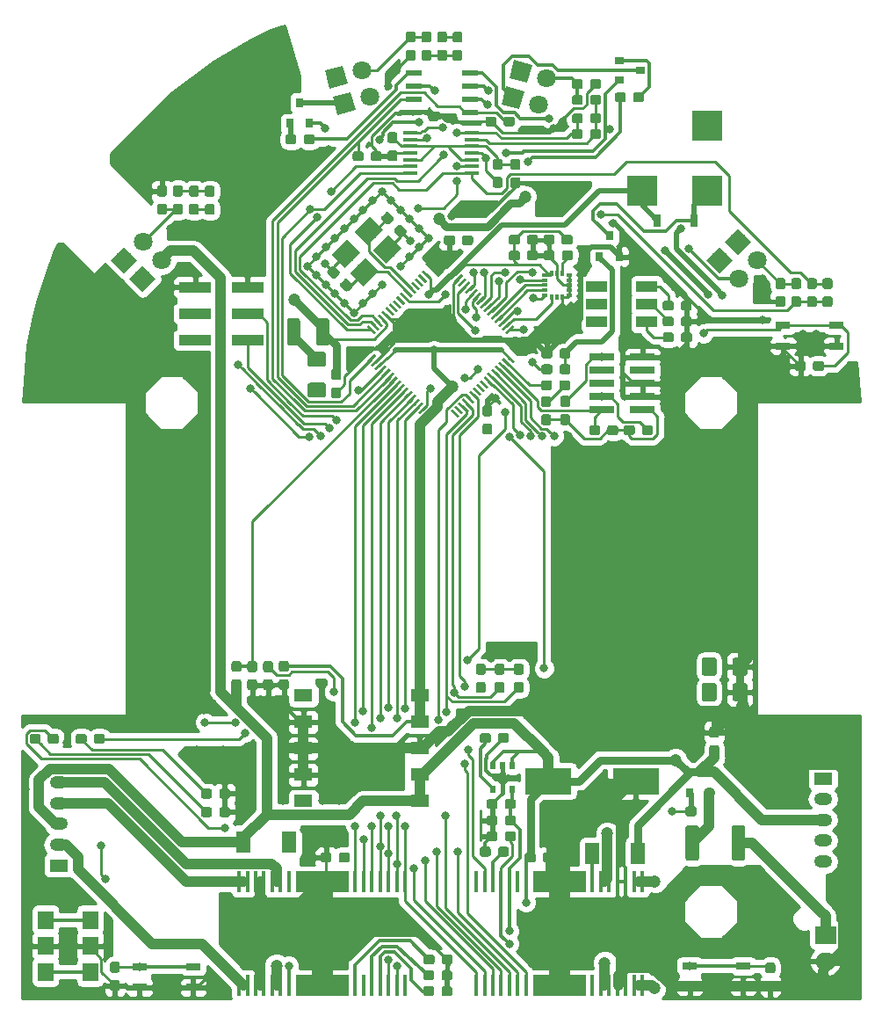
<source format=gtl>
G04 #@! TF.GenerationSoftware,KiCad,Pcbnew,(5.0.0)*
G04 #@! TF.CreationDate,2019-10-13T01:49:24+09:00*
G04 #@! TF.ProjectId,MicroNaos,4D6963726F4E616F732E6B696361645F,rev?*
G04 #@! TF.SameCoordinates,Original*
G04 #@! TF.FileFunction,Copper,L1,Top,Signal*
G04 #@! TF.FilePolarity,Positive*
%FSLAX46Y46*%
G04 Gerber Fmt 4.6, Leading zero omitted, Abs format (unit mm)*
G04 Created by KiCad (PCBNEW (5.0.0)) date 10/13/19 01:49:24*
%MOMM*%
%LPD*%
G01*
G04 APERTURE LIST*
G04 #@! TA.AperFunction,SMDPad,CuDef*
%ADD10R,1.800000X1.200000*%
G04 #@! TD*
G04 #@! TA.AperFunction,SMDPad,CuDef*
%ADD11R,0.780000X1.220000*%
G04 #@! TD*
G04 #@! TA.AperFunction,SMDPad,CuDef*
%ADD12R,3.000000X3.000000*%
G04 #@! TD*
G04 #@! TA.AperFunction,SMDPad,CuDef*
%ADD13C,1.800000*%
G04 #@! TD*
G04 #@! TA.AperFunction,Conductor*
%ADD14C,0.100000*%
G04 #@! TD*
G04 #@! TA.AperFunction,SMDPad,CuDef*
%ADD15R,0.400000X2.000000*%
G04 #@! TD*
G04 #@! TA.AperFunction,SMDPad,CuDef*
%ADD16R,5.200000X2.000000*%
G04 #@! TD*
G04 #@! TA.AperFunction,ComponentPad*
%ADD17O,1.750000X1.200000*%
G04 #@! TD*
G04 #@! TA.AperFunction,ComponentPad*
%ADD18R,1.750000X1.200000*%
G04 #@! TD*
G04 #@! TA.AperFunction,SMDPad,CuDef*
%ADD19C,0.950000*%
G04 #@! TD*
G04 #@! TA.AperFunction,SMDPad,CuDef*
%ADD20R,1.400000X2.100000*%
G04 #@! TD*
G04 #@! TA.AperFunction,SMDPad,CuDef*
%ADD21R,2.000000X1.100000*%
G04 #@! TD*
G04 #@! TA.AperFunction,SMDPad,CuDef*
%ADD22C,1.300000*%
G04 #@! TD*
G04 #@! TA.AperFunction,ComponentPad*
%ADD23R,2.000000X1.700000*%
G04 #@! TD*
G04 #@! TA.AperFunction,ComponentPad*
%ADD24O,2.000000X1.700000*%
G04 #@! TD*
G04 #@! TA.AperFunction,SMDPad,CuDef*
%ADD25R,2.400000X0.740000*%
G04 #@! TD*
G04 #@! TA.AperFunction,SMDPad,CuDef*
%ADD26R,3.150000X1.000000*%
G04 #@! TD*
G04 #@! TA.AperFunction,SMDPad,CuDef*
%ADD27R,0.800000X0.900000*%
G04 #@! TD*
G04 #@! TA.AperFunction,SMDPad,CuDef*
%ADD28R,0.900000X0.800000*%
G04 #@! TD*
G04 #@! TA.AperFunction,SMDPad,CuDef*
%ADD29C,1.425000*%
G04 #@! TD*
G04 #@! TA.AperFunction,SMDPad,CuDef*
%ADD30R,1.450000X0.700000*%
G04 #@! TD*
G04 #@! TA.AperFunction,SMDPad,CuDef*
%ADD31R,0.510000X0.700000*%
G04 #@! TD*
G04 #@! TA.AperFunction,SMDPad,CuDef*
%ADD32R,1.550000X0.600000*%
G04 #@! TD*
G04 #@! TA.AperFunction,SMDPad,CuDef*
%ADD33R,1.450000X0.450000*%
G04 #@! TD*
G04 #@! TA.AperFunction,SMDPad,CuDef*
%ADD34R,0.600000X0.350000*%
G04 #@! TD*
G04 #@! TA.AperFunction,SMDPad,CuDef*
%ADD35R,0.350000X0.600000*%
G04 #@! TD*
G04 #@! TA.AperFunction,SMDPad,CuDef*
%ADD36C,0.250000*%
G04 #@! TD*
G04 #@! TA.AperFunction,SMDPad,CuDef*
%ADD37R,1.500000X1.800000*%
G04 #@! TD*
G04 #@! TA.AperFunction,ComponentPad*
%ADD38C,1.800000*%
G04 #@! TD*
G04 #@! TA.AperFunction,SMDPad,CuDef*
%ADD39R,4.400000X2.500000*%
G04 #@! TD*
G04 #@! TA.AperFunction,SMDPad,CuDef*
%ADD40C,1.250000*%
G04 #@! TD*
G04 #@! TA.AperFunction,ViaPad*
%ADD41C,0.800000*%
G04 #@! TD*
G04 #@! TA.AperFunction,ViaPad*
%ADD42C,1.200000*%
G04 #@! TD*
G04 #@! TA.AperFunction,Conductor*
%ADD43C,1.000000*%
G04 #@! TD*
G04 #@! TA.AperFunction,Conductor*
%ADD44C,0.250000*%
G04 #@! TD*
G04 #@! TA.AperFunction,Conductor*
%ADD45C,0.500000*%
G04 #@! TD*
G04 #@! TA.AperFunction,Conductor*
%ADD46C,0.350000*%
G04 #@! TD*
G04 #@! TA.AperFunction,Conductor*
%ADD47C,2.000000*%
G04 #@! TD*
G04 #@! TA.AperFunction,Conductor*
%ADD48C,0.750000*%
G04 #@! TD*
G04 #@! TA.AperFunction,Conductor*
%ADD49C,0.254000*%
G04 #@! TD*
G04 APERTURE END LIST*
D10*
G04 #@! TO.P,U1,10*
G04 #@! TO.N,Net-(U1-Pad10)*
X141708000Y-117373400D03*
G04 #@! TO.P,U1,9*
G04 #@! TO.N,GND*
X141708000Y-114833400D03*
G04 #@! TO.P,U1,8*
X141708000Y-112293400D03*
G04 #@! TO.P,U1,7*
X141708000Y-109753400D03*
G04 #@! TO.P,U1,6*
G04 #@! TO.N,Net-(U1-Pad6)*
X141708000Y-107213400D03*
G04 #@! TO.P,U1,5*
G04 #@! TO.N,3.3V*
X152908000Y-107213400D03*
G04 #@! TO.P,U1,4*
X152908000Y-109753400D03*
G04 #@! TO.P,U1,3*
G04 #@! TO.N,GND*
X152908000Y-112293400D03*
G04 #@! TO.P,U1,2*
G04 #@! TO.N,BATT*
X152908000Y-114833400D03*
G04 #@! TO.P,U1,1*
X152908000Y-117373400D03*
G04 #@! TD*
D11*
G04 #@! TO.P,D13,2*
G04 #@! TO.N,Net-(D13-Pad2)*
X179324000Y-61468000D03*
G04 #@! TO.P,D13,1*
G04 #@! TO.N,3.3V*
X175844000Y-61468000D03*
G04 #@! TD*
D12*
G04 #@! TO.P,LS1,DUMMY*
G04 #@! TO.N,N/C*
X180644800Y-52323200D03*
G04 #@! TO.P,LS1,2*
G04 #@! TO.N,Net-(D13-Pad2)*
X180644800Y-58623200D03*
G04 #@! TO.P,LS1,1*
G04 #@! TO.N,3.3V*
X174344800Y-58623200D03*
G04 #@! TD*
D13*
G04 #@! TO.P,Y1,1*
G04 #@! TO.N,Net-(C24-Pad1)*
X147610228Y-66416292D03*
D14*
G04 #@! TD*
G04 #@! TO.N,Net-(C24-Pad1)*
G04 #@! TO.C,Y1*
G36*
X147504162Y-67795150D02*
X146231370Y-66522358D01*
X147716294Y-65037434D01*
X148989086Y-66310226D01*
X147504162Y-67795150D01*
X147504162Y-67795150D01*
G37*
D13*
G04 #@! TO.P,Y1,2*
G04 #@! TO.N,GND*
X149802259Y-64224261D03*
D14*
G04 #@! TD*
G04 #@! TO.N,GND*
G04 #@! TO.C,Y1*
G36*
X149696193Y-65603119D02*
X148423401Y-64330327D01*
X149908325Y-62845403D01*
X151181117Y-64118195D01*
X149696193Y-65603119D01*
X149696193Y-65603119D01*
G37*
D13*
G04 #@! TO.P,Y1,3*
G04 #@! TO.N,Net-(C22-Pad1)*
X148034492Y-62456494D03*
D14*
G04 #@! TD*
G04 #@! TO.N,Net-(C22-Pad1)*
G04 #@! TO.C,Y1*
G36*
X147928426Y-63835352D02*
X146655634Y-62562560D01*
X148140558Y-61077636D01*
X149413350Y-62350428D01*
X147928426Y-63835352D01*
X147928426Y-63835352D01*
G37*
D13*
G04 #@! TO.P,Y1,4*
G04 #@! TO.N,GND*
X145842461Y-64648525D03*
D14*
G04 #@! TD*
G04 #@! TO.N,GND*
G04 #@! TO.C,Y1*
G36*
X145736395Y-66027383D02*
X144463603Y-64754591D01*
X145948527Y-63269667D01*
X147221319Y-64542459D01*
X145736395Y-66027383D01*
X145736395Y-66027383D01*
G37*
D15*
G04 #@! TO.P,U6,28*
G04 #@! TO.N,Net-(U6-Pad28)*
X158370000Y-125128000D03*
G04 #@! TO.P,U6,27*
G04 #@! TO.N,/Motor2/ERR*
X159170000Y-125128000D03*
G04 #@! TO.P,U6,26*
G04 #@! TO.N,Net-(R28-Pad1)*
X159970000Y-125128000D03*
G04 #@! TO.P,U6,25*
G04 #@! TO.N,/Micon/DAC*
X160770000Y-125128000D03*
G04 #@! TO.P,U6,24*
G04 #@! TO.N,5V*
X161570000Y-125128000D03*
G04 #@! TO.P,U6,23*
G04 #@! TO.N,Net-(U6-Pad23)*
X162370000Y-125128000D03*
G04 #@! TO.P,U6,22*
G04 #@! TO.N,BATT*
X163170000Y-125128000D03*
G04 #@! TO.P,U6,21*
G04 #@! TO.N,Net-(D12-Pad1)*
X169570000Y-125128000D03*
G04 #@! TO.P,U6,20*
G04 #@! TO.N,Net-(J3-Pad1)*
X170370000Y-125128000D03*
G04 #@! TO.P,U6,19*
X171170000Y-125128000D03*
G04 #@! TO.P,U6,18*
G04 #@! TO.N,GND*
X171970000Y-125128000D03*
G04 #@! TO.P,U6,17*
X172770000Y-125128000D03*
G04 #@! TO.P,U6,16*
G04 #@! TO.N,Net-(J3-Pad2)*
X173570000Y-125128000D03*
G04 #@! TO.P,U6,15*
X174370000Y-125128000D03*
G04 #@! TO.P,U6,14*
G04 #@! TO.N,Net-(J3-Pad4)*
X174370000Y-135128000D03*
G04 #@! TO.P,U6,13*
X173570000Y-135128000D03*
G04 #@! TO.P,U6,12*
G04 #@! TO.N,GND*
X172770000Y-135128000D03*
G04 #@! TO.P,U6,11*
X171970000Y-135128000D03*
G04 #@! TO.P,U6,10*
G04 #@! TO.N,Net-(J3-Pad5)*
X171170000Y-135128000D03*
G04 #@! TO.P,U6,9*
X170370000Y-135128000D03*
G04 #@! TO.P,U6,8*
G04 #@! TO.N,Net-(U6-Pad8)*
X169570000Y-135128000D03*
G04 #@! TO.P,U6,7*
G04 #@! TO.N,/Motor2/CW_CCW*
X163170000Y-135128000D03*
G04 #@! TO.P,U6,6*
G04 #@! TO.N,/Motor1/ENABLE*
X162370000Y-135128000D03*
G04 #@! TO.P,U6,5*
G04 #@! TO.N,/Motor2/CLK*
X161570000Y-135128000D03*
G04 #@! TO.P,U6,4*
G04 #@! TO.N,/Micon/MOTOR_RESET*
X160770000Y-135128000D03*
G04 #@! TO.P,U6,3*
G04 #@! TO.N,/Motor1/DMODE2*
X159970000Y-135128000D03*
G04 #@! TO.P,U6,2*
G04 #@! TO.N,/Motor1/DMODE1*
X159170000Y-135128000D03*
G04 #@! TO.P,U6,1*
G04 #@! TO.N,/Motor1/DMODE0*
X158370000Y-135128000D03*
D16*
G04 #@! TO.P,U6,FIN1*
G04 #@! TO.N,GND*
X166370000Y-135128000D03*
G04 #@! TO.P,U6,FIN2*
X166370000Y-125128000D03*
G04 #@! TD*
D17*
G04 #@! TO.P,J3,5*
G04 #@! TO.N,Net-(J3-Pad5)*
X191770000Y-123190000D03*
G04 #@! TO.P,J3,4*
G04 #@! TO.N,Net-(J3-Pad4)*
X191770000Y-121190000D03*
G04 #@! TO.P,J3,3*
G04 #@! TO.N,BATT*
X191770000Y-119190000D03*
G04 #@! TO.P,J3,2*
G04 #@! TO.N,Net-(J3-Pad2)*
X191770000Y-117190000D03*
D18*
G04 #@! TO.P,J3,1*
G04 #@! TO.N,Net-(J3-Pad1)*
X191770000Y-115190000D03*
G04 #@! TD*
D15*
G04 #@! TO.P,U5,28*
G04 #@! TO.N,Net-(U5-Pad28)*
X151510000Y-135128000D03*
G04 #@! TO.P,U5,27*
G04 #@! TO.N,/Motor1/ERR*
X150710000Y-135128000D03*
G04 #@! TO.P,U5,26*
G04 #@! TO.N,Net-(R15-Pad1)*
X149910000Y-135128000D03*
G04 #@! TO.P,U5,25*
G04 #@! TO.N,/Micon/DAC*
X149110000Y-135128000D03*
G04 #@! TO.P,U5,24*
G04 #@! TO.N,5V*
X148310000Y-135128000D03*
G04 #@! TO.P,U5,23*
G04 #@! TO.N,Net-(U5-Pad23)*
X147510000Y-135128000D03*
G04 #@! TO.P,U5,22*
G04 #@! TO.N,BATT*
X146710000Y-135128000D03*
G04 #@! TO.P,U5,21*
G04 #@! TO.N,Net-(D6-Pad1)*
X140310000Y-135128000D03*
G04 #@! TO.P,U5,20*
G04 #@! TO.N,Net-(J2-Pad1)*
X139510000Y-135128000D03*
G04 #@! TO.P,U5,19*
X138710000Y-135128000D03*
G04 #@! TO.P,U5,18*
G04 #@! TO.N,GND*
X137910000Y-135128000D03*
G04 #@! TO.P,U5,17*
X137110000Y-135128000D03*
G04 #@! TO.P,U5,16*
G04 #@! TO.N,Net-(J2-Pad2)*
X136310000Y-135128000D03*
G04 #@! TO.P,U5,15*
X135510000Y-135128000D03*
G04 #@! TO.P,U5,14*
G04 #@! TO.N,Net-(J2-Pad4)*
X135510000Y-125128000D03*
G04 #@! TO.P,U5,13*
X136310000Y-125128000D03*
G04 #@! TO.P,U5,12*
G04 #@! TO.N,GND*
X137110000Y-125128000D03*
G04 #@! TO.P,U5,11*
X137910000Y-125128000D03*
G04 #@! TO.P,U5,10*
G04 #@! TO.N,Net-(J2-Pad5)*
X138710000Y-125128000D03*
G04 #@! TO.P,U5,9*
X139510000Y-125128000D03*
G04 #@! TO.P,U5,8*
G04 #@! TO.N,Net-(U5-Pad8)*
X140310000Y-125128000D03*
G04 #@! TO.P,U5,7*
G04 #@! TO.N,/Motor1/CW_CCW*
X146710000Y-125128000D03*
G04 #@! TO.P,U5,6*
G04 #@! TO.N,/Motor1/ENABLE*
X147510000Y-125128000D03*
G04 #@! TO.P,U5,5*
G04 #@! TO.N,/Motor1/CLK*
X148310000Y-125128000D03*
G04 #@! TO.P,U5,4*
G04 #@! TO.N,/Micon/MOTOR_RESET*
X149110000Y-125128000D03*
G04 #@! TO.P,U5,3*
G04 #@! TO.N,/Motor1/DMODE2*
X149910000Y-125128000D03*
G04 #@! TO.P,U5,2*
G04 #@! TO.N,/Motor1/DMODE1*
X150710000Y-125128000D03*
G04 #@! TO.P,U5,1*
G04 #@! TO.N,/Motor1/DMODE0*
X151510000Y-125128000D03*
D16*
G04 #@! TO.P,U5,FIN1*
G04 #@! TO.N,GND*
X143510000Y-125128000D03*
G04 #@! TO.P,U5,FIN2*
X143510000Y-135128000D03*
G04 #@! TD*
D14*
G04 #@! TO.N,GND*
G04 #@! TO.C,C1*
G36*
X140087779Y-105620144D02*
X140110834Y-105623563D01*
X140133443Y-105629227D01*
X140155387Y-105637079D01*
X140176457Y-105647044D01*
X140196448Y-105659026D01*
X140215168Y-105672910D01*
X140232438Y-105688562D01*
X140248090Y-105705832D01*
X140261974Y-105724552D01*
X140273956Y-105744543D01*
X140283921Y-105765613D01*
X140291773Y-105787557D01*
X140297437Y-105810166D01*
X140300856Y-105833221D01*
X140302000Y-105856500D01*
X140302000Y-106431500D01*
X140300856Y-106454779D01*
X140297437Y-106477834D01*
X140291773Y-106500443D01*
X140283921Y-106522387D01*
X140273956Y-106543457D01*
X140261974Y-106563448D01*
X140248090Y-106582168D01*
X140232438Y-106599438D01*
X140215168Y-106615090D01*
X140196448Y-106628974D01*
X140176457Y-106640956D01*
X140155387Y-106650921D01*
X140133443Y-106658773D01*
X140110834Y-106664437D01*
X140087779Y-106667856D01*
X140064500Y-106669000D01*
X139589500Y-106669000D01*
X139566221Y-106667856D01*
X139543166Y-106664437D01*
X139520557Y-106658773D01*
X139498613Y-106650921D01*
X139477543Y-106640956D01*
X139457552Y-106628974D01*
X139438832Y-106615090D01*
X139421562Y-106599438D01*
X139405910Y-106582168D01*
X139392026Y-106563448D01*
X139380044Y-106543457D01*
X139370079Y-106522387D01*
X139362227Y-106500443D01*
X139356563Y-106477834D01*
X139353144Y-106454779D01*
X139352000Y-106431500D01*
X139352000Y-105856500D01*
X139353144Y-105833221D01*
X139356563Y-105810166D01*
X139362227Y-105787557D01*
X139370079Y-105765613D01*
X139380044Y-105744543D01*
X139392026Y-105724552D01*
X139405910Y-105705832D01*
X139421562Y-105688562D01*
X139438832Y-105672910D01*
X139457552Y-105659026D01*
X139477543Y-105647044D01*
X139498613Y-105637079D01*
X139520557Y-105629227D01*
X139543166Y-105623563D01*
X139566221Y-105620144D01*
X139589500Y-105619000D01*
X140064500Y-105619000D01*
X140087779Y-105620144D01*
X140087779Y-105620144D01*
G37*
D19*
G04 #@! TD*
G04 #@! TO.P,C1,2*
G04 #@! TO.N,GND*
X139827000Y-106144000D03*
D14*
G04 #@! TO.N,3.3V*
G04 #@! TO.C,C1*
G36*
X140087779Y-103870144D02*
X140110834Y-103873563D01*
X140133443Y-103879227D01*
X140155387Y-103887079D01*
X140176457Y-103897044D01*
X140196448Y-103909026D01*
X140215168Y-103922910D01*
X140232438Y-103938562D01*
X140248090Y-103955832D01*
X140261974Y-103974552D01*
X140273956Y-103994543D01*
X140283921Y-104015613D01*
X140291773Y-104037557D01*
X140297437Y-104060166D01*
X140300856Y-104083221D01*
X140302000Y-104106500D01*
X140302000Y-104681500D01*
X140300856Y-104704779D01*
X140297437Y-104727834D01*
X140291773Y-104750443D01*
X140283921Y-104772387D01*
X140273956Y-104793457D01*
X140261974Y-104813448D01*
X140248090Y-104832168D01*
X140232438Y-104849438D01*
X140215168Y-104865090D01*
X140196448Y-104878974D01*
X140176457Y-104890956D01*
X140155387Y-104900921D01*
X140133443Y-104908773D01*
X140110834Y-104914437D01*
X140087779Y-104917856D01*
X140064500Y-104919000D01*
X139589500Y-104919000D01*
X139566221Y-104917856D01*
X139543166Y-104914437D01*
X139520557Y-104908773D01*
X139498613Y-104900921D01*
X139477543Y-104890956D01*
X139457552Y-104878974D01*
X139438832Y-104865090D01*
X139421562Y-104849438D01*
X139405910Y-104832168D01*
X139392026Y-104813448D01*
X139380044Y-104793457D01*
X139370079Y-104772387D01*
X139362227Y-104750443D01*
X139356563Y-104727834D01*
X139353144Y-104704779D01*
X139352000Y-104681500D01*
X139352000Y-104106500D01*
X139353144Y-104083221D01*
X139356563Y-104060166D01*
X139362227Y-104037557D01*
X139370079Y-104015613D01*
X139380044Y-103994543D01*
X139392026Y-103974552D01*
X139405910Y-103955832D01*
X139421562Y-103938562D01*
X139438832Y-103922910D01*
X139457552Y-103909026D01*
X139477543Y-103897044D01*
X139498613Y-103887079D01*
X139520557Y-103879227D01*
X139543166Y-103873563D01*
X139566221Y-103870144D01*
X139589500Y-103869000D01*
X140064500Y-103869000D01*
X140087779Y-103870144D01*
X140087779Y-103870144D01*
G37*
D19*
G04 #@! TD*
G04 #@! TO.P,C1,1*
G04 #@! TO.N,3.3V*
X139827000Y-104394000D03*
D14*
G04 #@! TO.N,GND*
G04 #@! TO.C,C2*
G36*
X181565979Y-110220144D02*
X181589034Y-110223563D01*
X181611643Y-110229227D01*
X181633587Y-110237079D01*
X181654657Y-110247044D01*
X181674648Y-110259026D01*
X181693368Y-110272910D01*
X181710638Y-110288562D01*
X181726290Y-110305832D01*
X181740174Y-110324552D01*
X181752156Y-110344543D01*
X181762121Y-110365613D01*
X181769973Y-110387557D01*
X181775637Y-110410166D01*
X181779056Y-110433221D01*
X181780200Y-110456500D01*
X181780200Y-111031500D01*
X181779056Y-111054779D01*
X181775637Y-111077834D01*
X181769973Y-111100443D01*
X181762121Y-111122387D01*
X181752156Y-111143457D01*
X181740174Y-111163448D01*
X181726290Y-111182168D01*
X181710638Y-111199438D01*
X181693368Y-111215090D01*
X181674648Y-111228974D01*
X181654657Y-111240956D01*
X181633587Y-111250921D01*
X181611643Y-111258773D01*
X181589034Y-111264437D01*
X181565979Y-111267856D01*
X181542700Y-111269000D01*
X181067700Y-111269000D01*
X181044421Y-111267856D01*
X181021366Y-111264437D01*
X180998757Y-111258773D01*
X180976813Y-111250921D01*
X180955743Y-111240956D01*
X180935752Y-111228974D01*
X180917032Y-111215090D01*
X180899762Y-111199438D01*
X180884110Y-111182168D01*
X180870226Y-111163448D01*
X180858244Y-111143457D01*
X180848279Y-111122387D01*
X180840427Y-111100443D01*
X180834763Y-111077834D01*
X180831344Y-111054779D01*
X180830200Y-111031500D01*
X180830200Y-110456500D01*
X180831344Y-110433221D01*
X180834763Y-110410166D01*
X180840427Y-110387557D01*
X180848279Y-110365613D01*
X180858244Y-110344543D01*
X180870226Y-110324552D01*
X180884110Y-110305832D01*
X180899762Y-110288562D01*
X180917032Y-110272910D01*
X180935752Y-110259026D01*
X180955743Y-110247044D01*
X180976813Y-110237079D01*
X180998757Y-110229227D01*
X181021366Y-110223563D01*
X181044421Y-110220144D01*
X181067700Y-110219000D01*
X181542700Y-110219000D01*
X181565979Y-110220144D01*
X181565979Y-110220144D01*
G37*
D19*
G04 #@! TD*
G04 #@! TO.P,C2,2*
G04 #@! TO.N,GND*
X181305200Y-110744000D03*
D14*
G04 #@! TO.N,BATT*
G04 #@! TO.C,C2*
G36*
X181565979Y-111970144D02*
X181589034Y-111973563D01*
X181611643Y-111979227D01*
X181633587Y-111987079D01*
X181654657Y-111997044D01*
X181674648Y-112009026D01*
X181693368Y-112022910D01*
X181710638Y-112038562D01*
X181726290Y-112055832D01*
X181740174Y-112074552D01*
X181752156Y-112094543D01*
X181762121Y-112115613D01*
X181769973Y-112137557D01*
X181775637Y-112160166D01*
X181779056Y-112183221D01*
X181780200Y-112206500D01*
X181780200Y-112781500D01*
X181779056Y-112804779D01*
X181775637Y-112827834D01*
X181769973Y-112850443D01*
X181762121Y-112872387D01*
X181752156Y-112893457D01*
X181740174Y-112913448D01*
X181726290Y-112932168D01*
X181710638Y-112949438D01*
X181693368Y-112965090D01*
X181674648Y-112978974D01*
X181654657Y-112990956D01*
X181633587Y-113000921D01*
X181611643Y-113008773D01*
X181589034Y-113014437D01*
X181565979Y-113017856D01*
X181542700Y-113019000D01*
X181067700Y-113019000D01*
X181044421Y-113017856D01*
X181021366Y-113014437D01*
X180998757Y-113008773D01*
X180976813Y-113000921D01*
X180955743Y-112990956D01*
X180935752Y-112978974D01*
X180917032Y-112965090D01*
X180899762Y-112949438D01*
X180884110Y-112932168D01*
X180870226Y-112913448D01*
X180858244Y-112893457D01*
X180848279Y-112872387D01*
X180840427Y-112850443D01*
X180834763Y-112827834D01*
X180831344Y-112804779D01*
X180830200Y-112781500D01*
X180830200Y-112206500D01*
X180831344Y-112183221D01*
X180834763Y-112160166D01*
X180840427Y-112137557D01*
X180848279Y-112115613D01*
X180858244Y-112094543D01*
X180870226Y-112074552D01*
X180884110Y-112055832D01*
X180899762Y-112038562D01*
X180917032Y-112022910D01*
X180935752Y-112009026D01*
X180955743Y-111997044D01*
X180976813Y-111987079D01*
X180998757Y-111979227D01*
X181021366Y-111973563D01*
X181044421Y-111970144D01*
X181067700Y-111969000D01*
X181542700Y-111969000D01*
X181565979Y-111970144D01*
X181565979Y-111970144D01*
G37*
D19*
G04 #@! TD*
G04 #@! TO.P,C2,1*
G04 #@! TO.N,BATT*
X181305200Y-112494000D03*
D14*
G04 #@! TO.N,Net-(C3-Pad1)*
G04 #@! TO.C,C3*
G36*
X159558679Y-110828944D02*
X159581734Y-110832363D01*
X159604343Y-110838027D01*
X159626287Y-110845879D01*
X159647357Y-110855844D01*
X159667348Y-110867826D01*
X159686068Y-110881710D01*
X159703338Y-110897362D01*
X159718990Y-110914632D01*
X159732874Y-110933352D01*
X159744856Y-110953343D01*
X159754821Y-110974413D01*
X159762673Y-110996357D01*
X159768337Y-111018966D01*
X159771756Y-111042021D01*
X159772900Y-111065300D01*
X159772900Y-111540300D01*
X159771756Y-111563579D01*
X159768337Y-111586634D01*
X159762673Y-111609243D01*
X159754821Y-111631187D01*
X159744856Y-111652257D01*
X159732874Y-111672248D01*
X159718990Y-111690968D01*
X159703338Y-111708238D01*
X159686068Y-111723890D01*
X159667348Y-111737774D01*
X159647357Y-111749756D01*
X159626287Y-111759721D01*
X159604343Y-111767573D01*
X159581734Y-111773237D01*
X159558679Y-111776656D01*
X159535400Y-111777800D01*
X158960400Y-111777800D01*
X158937121Y-111776656D01*
X158914066Y-111773237D01*
X158891457Y-111767573D01*
X158869513Y-111759721D01*
X158848443Y-111749756D01*
X158828452Y-111737774D01*
X158809732Y-111723890D01*
X158792462Y-111708238D01*
X158776810Y-111690968D01*
X158762926Y-111672248D01*
X158750944Y-111652257D01*
X158740979Y-111631187D01*
X158733127Y-111609243D01*
X158727463Y-111586634D01*
X158724044Y-111563579D01*
X158722900Y-111540300D01*
X158722900Y-111065300D01*
X158724044Y-111042021D01*
X158727463Y-111018966D01*
X158733127Y-110996357D01*
X158740979Y-110974413D01*
X158750944Y-110953343D01*
X158762926Y-110933352D01*
X158776810Y-110914632D01*
X158792462Y-110897362D01*
X158809732Y-110881710D01*
X158828452Y-110867826D01*
X158848443Y-110855844D01*
X158869513Y-110845879D01*
X158891457Y-110838027D01*
X158914066Y-110832363D01*
X158937121Y-110828944D01*
X158960400Y-110827800D01*
X159535400Y-110827800D01*
X159558679Y-110828944D01*
X159558679Y-110828944D01*
G37*
D19*
G04 #@! TD*
G04 #@! TO.P,C3,1*
G04 #@! TO.N,Net-(C3-Pad1)*
X159247900Y-111302800D03*
D14*
G04 #@! TO.N,GND*
G04 #@! TO.C,C3*
G36*
X161308679Y-110828944D02*
X161331734Y-110832363D01*
X161354343Y-110838027D01*
X161376287Y-110845879D01*
X161397357Y-110855844D01*
X161417348Y-110867826D01*
X161436068Y-110881710D01*
X161453338Y-110897362D01*
X161468990Y-110914632D01*
X161482874Y-110933352D01*
X161494856Y-110953343D01*
X161504821Y-110974413D01*
X161512673Y-110996357D01*
X161518337Y-111018966D01*
X161521756Y-111042021D01*
X161522900Y-111065300D01*
X161522900Y-111540300D01*
X161521756Y-111563579D01*
X161518337Y-111586634D01*
X161512673Y-111609243D01*
X161504821Y-111631187D01*
X161494856Y-111652257D01*
X161482874Y-111672248D01*
X161468990Y-111690968D01*
X161453338Y-111708238D01*
X161436068Y-111723890D01*
X161417348Y-111737774D01*
X161397357Y-111749756D01*
X161376287Y-111759721D01*
X161354343Y-111767573D01*
X161331734Y-111773237D01*
X161308679Y-111776656D01*
X161285400Y-111777800D01*
X160710400Y-111777800D01*
X160687121Y-111776656D01*
X160664066Y-111773237D01*
X160641457Y-111767573D01*
X160619513Y-111759721D01*
X160598443Y-111749756D01*
X160578452Y-111737774D01*
X160559732Y-111723890D01*
X160542462Y-111708238D01*
X160526810Y-111690968D01*
X160512926Y-111672248D01*
X160500944Y-111652257D01*
X160490979Y-111631187D01*
X160483127Y-111609243D01*
X160477463Y-111586634D01*
X160474044Y-111563579D01*
X160472900Y-111540300D01*
X160472900Y-111065300D01*
X160474044Y-111042021D01*
X160477463Y-111018966D01*
X160483127Y-110996357D01*
X160490979Y-110974413D01*
X160500944Y-110953343D01*
X160512926Y-110933352D01*
X160526810Y-110914632D01*
X160542462Y-110897362D01*
X160559732Y-110881710D01*
X160578452Y-110867826D01*
X160598443Y-110855844D01*
X160619513Y-110845879D01*
X160641457Y-110838027D01*
X160664066Y-110832363D01*
X160687121Y-110828944D01*
X160710400Y-110827800D01*
X161285400Y-110827800D01*
X161308679Y-110828944D01*
X161308679Y-110828944D01*
G37*
D19*
G04 #@! TD*
G04 #@! TO.P,C3,2*
G04 #@! TO.N,GND*
X160997900Y-111302800D03*
D14*
G04 #@! TO.N,GND*
G04 #@! TO.C,C4*
G36*
X145142379Y-77516344D02*
X145165434Y-77519763D01*
X145188043Y-77525427D01*
X145209987Y-77533279D01*
X145231057Y-77543244D01*
X145251048Y-77555226D01*
X145269768Y-77569110D01*
X145287038Y-77584762D01*
X145302690Y-77602032D01*
X145316574Y-77620752D01*
X145328556Y-77640743D01*
X145338521Y-77661813D01*
X145346373Y-77683757D01*
X145352037Y-77706366D01*
X145355456Y-77729421D01*
X145356600Y-77752700D01*
X145356600Y-78327700D01*
X145355456Y-78350979D01*
X145352037Y-78374034D01*
X145346373Y-78396643D01*
X145338521Y-78418587D01*
X145328556Y-78439657D01*
X145316574Y-78459648D01*
X145302690Y-78478368D01*
X145287038Y-78495638D01*
X145269768Y-78511290D01*
X145251048Y-78525174D01*
X145231057Y-78537156D01*
X145209987Y-78547121D01*
X145188043Y-78554973D01*
X145165434Y-78560637D01*
X145142379Y-78564056D01*
X145119100Y-78565200D01*
X144644100Y-78565200D01*
X144620821Y-78564056D01*
X144597766Y-78560637D01*
X144575157Y-78554973D01*
X144553213Y-78547121D01*
X144532143Y-78537156D01*
X144512152Y-78525174D01*
X144493432Y-78511290D01*
X144476162Y-78495638D01*
X144460510Y-78478368D01*
X144446626Y-78459648D01*
X144434644Y-78439657D01*
X144424679Y-78418587D01*
X144416827Y-78396643D01*
X144411163Y-78374034D01*
X144407744Y-78350979D01*
X144406600Y-78327700D01*
X144406600Y-77752700D01*
X144407744Y-77729421D01*
X144411163Y-77706366D01*
X144416827Y-77683757D01*
X144424679Y-77661813D01*
X144434644Y-77640743D01*
X144446626Y-77620752D01*
X144460510Y-77602032D01*
X144476162Y-77584762D01*
X144493432Y-77569110D01*
X144512152Y-77555226D01*
X144532143Y-77543244D01*
X144553213Y-77533279D01*
X144575157Y-77525427D01*
X144597766Y-77519763D01*
X144620821Y-77516344D01*
X144644100Y-77515200D01*
X145119100Y-77515200D01*
X145142379Y-77516344D01*
X145142379Y-77516344D01*
G37*
D19*
G04 #@! TD*
G04 #@! TO.P,C4,2*
G04 #@! TO.N,GND*
X144881600Y-78040200D03*
D14*
G04 #@! TO.N,3.3VA*
G04 #@! TO.C,C4*
G36*
X145142379Y-75766344D02*
X145165434Y-75769763D01*
X145188043Y-75775427D01*
X145209987Y-75783279D01*
X145231057Y-75793244D01*
X145251048Y-75805226D01*
X145269768Y-75819110D01*
X145287038Y-75834762D01*
X145302690Y-75852032D01*
X145316574Y-75870752D01*
X145328556Y-75890743D01*
X145338521Y-75911813D01*
X145346373Y-75933757D01*
X145352037Y-75956366D01*
X145355456Y-75979421D01*
X145356600Y-76002700D01*
X145356600Y-76577700D01*
X145355456Y-76600979D01*
X145352037Y-76624034D01*
X145346373Y-76646643D01*
X145338521Y-76668587D01*
X145328556Y-76689657D01*
X145316574Y-76709648D01*
X145302690Y-76728368D01*
X145287038Y-76745638D01*
X145269768Y-76761290D01*
X145251048Y-76775174D01*
X145231057Y-76787156D01*
X145209987Y-76797121D01*
X145188043Y-76804973D01*
X145165434Y-76810637D01*
X145142379Y-76814056D01*
X145119100Y-76815200D01*
X144644100Y-76815200D01*
X144620821Y-76814056D01*
X144597766Y-76810637D01*
X144575157Y-76804973D01*
X144553213Y-76797121D01*
X144532143Y-76787156D01*
X144512152Y-76775174D01*
X144493432Y-76761290D01*
X144476162Y-76745638D01*
X144460510Y-76728368D01*
X144446626Y-76709648D01*
X144434644Y-76689657D01*
X144424679Y-76668587D01*
X144416827Y-76646643D01*
X144411163Y-76624034D01*
X144407744Y-76600979D01*
X144406600Y-76577700D01*
X144406600Y-76002700D01*
X144407744Y-75979421D01*
X144411163Y-75956366D01*
X144416827Y-75933757D01*
X144424679Y-75911813D01*
X144434644Y-75890743D01*
X144446626Y-75870752D01*
X144460510Y-75852032D01*
X144476162Y-75834762D01*
X144493432Y-75819110D01*
X144512152Y-75805226D01*
X144532143Y-75793244D01*
X144553213Y-75783279D01*
X144575157Y-75775427D01*
X144597766Y-75769763D01*
X144620821Y-75766344D01*
X144644100Y-75765200D01*
X145119100Y-75765200D01*
X145142379Y-75766344D01*
X145142379Y-75766344D01*
G37*
D19*
G04 #@! TD*
G04 #@! TO.P,C4,1*
G04 #@! TO.N,3.3VA*
X144881600Y-76290200D03*
D14*
G04 #@! TO.N,5V*
G04 #@! TO.C,C5*
G36*
X161966479Y-117191644D02*
X161989534Y-117195063D01*
X162012143Y-117200727D01*
X162034087Y-117208579D01*
X162055157Y-117218544D01*
X162075148Y-117230526D01*
X162093868Y-117244410D01*
X162111138Y-117260062D01*
X162126790Y-117277332D01*
X162140674Y-117296052D01*
X162152656Y-117316043D01*
X162162621Y-117337113D01*
X162170473Y-117359057D01*
X162176137Y-117381666D01*
X162179556Y-117404721D01*
X162180700Y-117428000D01*
X162180700Y-117903000D01*
X162179556Y-117926279D01*
X162176137Y-117949334D01*
X162170473Y-117971943D01*
X162162621Y-117993887D01*
X162152656Y-118014957D01*
X162140674Y-118034948D01*
X162126790Y-118053668D01*
X162111138Y-118070938D01*
X162093868Y-118086590D01*
X162075148Y-118100474D01*
X162055157Y-118112456D01*
X162034087Y-118122421D01*
X162012143Y-118130273D01*
X161989534Y-118135937D01*
X161966479Y-118139356D01*
X161943200Y-118140500D01*
X161368200Y-118140500D01*
X161344921Y-118139356D01*
X161321866Y-118135937D01*
X161299257Y-118130273D01*
X161277313Y-118122421D01*
X161256243Y-118112456D01*
X161236252Y-118100474D01*
X161217532Y-118086590D01*
X161200262Y-118070938D01*
X161184610Y-118053668D01*
X161170726Y-118034948D01*
X161158744Y-118014957D01*
X161148779Y-117993887D01*
X161140927Y-117971943D01*
X161135263Y-117949334D01*
X161131844Y-117926279D01*
X161130700Y-117903000D01*
X161130700Y-117428000D01*
X161131844Y-117404721D01*
X161135263Y-117381666D01*
X161140927Y-117359057D01*
X161148779Y-117337113D01*
X161158744Y-117316043D01*
X161170726Y-117296052D01*
X161184610Y-117277332D01*
X161200262Y-117260062D01*
X161217532Y-117244410D01*
X161236252Y-117230526D01*
X161256243Y-117218544D01*
X161277313Y-117208579D01*
X161299257Y-117200727D01*
X161321866Y-117195063D01*
X161344921Y-117191644D01*
X161368200Y-117190500D01*
X161943200Y-117190500D01*
X161966479Y-117191644D01*
X161966479Y-117191644D01*
G37*
D19*
G04 #@! TD*
G04 #@! TO.P,C5,1*
G04 #@! TO.N,5V*
X161655700Y-117665500D03*
D14*
G04 #@! TO.N,GND*
G04 #@! TO.C,C5*
G36*
X160216479Y-117191644D02*
X160239534Y-117195063D01*
X160262143Y-117200727D01*
X160284087Y-117208579D01*
X160305157Y-117218544D01*
X160325148Y-117230526D01*
X160343868Y-117244410D01*
X160361138Y-117260062D01*
X160376790Y-117277332D01*
X160390674Y-117296052D01*
X160402656Y-117316043D01*
X160412621Y-117337113D01*
X160420473Y-117359057D01*
X160426137Y-117381666D01*
X160429556Y-117404721D01*
X160430700Y-117428000D01*
X160430700Y-117903000D01*
X160429556Y-117926279D01*
X160426137Y-117949334D01*
X160420473Y-117971943D01*
X160412621Y-117993887D01*
X160402656Y-118014957D01*
X160390674Y-118034948D01*
X160376790Y-118053668D01*
X160361138Y-118070938D01*
X160343868Y-118086590D01*
X160325148Y-118100474D01*
X160305157Y-118112456D01*
X160284087Y-118122421D01*
X160262143Y-118130273D01*
X160239534Y-118135937D01*
X160216479Y-118139356D01*
X160193200Y-118140500D01*
X159618200Y-118140500D01*
X159594921Y-118139356D01*
X159571866Y-118135937D01*
X159549257Y-118130273D01*
X159527313Y-118122421D01*
X159506243Y-118112456D01*
X159486252Y-118100474D01*
X159467532Y-118086590D01*
X159450262Y-118070938D01*
X159434610Y-118053668D01*
X159420726Y-118034948D01*
X159408744Y-118014957D01*
X159398779Y-117993887D01*
X159390927Y-117971943D01*
X159385263Y-117949334D01*
X159381844Y-117926279D01*
X159380700Y-117903000D01*
X159380700Y-117428000D01*
X159381844Y-117404721D01*
X159385263Y-117381666D01*
X159390927Y-117359057D01*
X159398779Y-117337113D01*
X159408744Y-117316043D01*
X159420726Y-117296052D01*
X159434610Y-117277332D01*
X159450262Y-117260062D01*
X159467532Y-117244410D01*
X159486252Y-117230526D01*
X159506243Y-117218544D01*
X159527313Y-117208579D01*
X159549257Y-117200727D01*
X159571866Y-117195063D01*
X159594921Y-117191644D01*
X159618200Y-117190500D01*
X160193200Y-117190500D01*
X160216479Y-117191644D01*
X160216479Y-117191644D01*
G37*
D19*
G04 #@! TD*
G04 #@! TO.P,C5,2*
G04 #@! TO.N,GND*
X159905700Y-117665500D03*
D14*
G04 #@! TO.N,1.65V*
G04 #@! TO.C,C6*
G36*
X150552579Y-52945744D02*
X150575634Y-52949163D01*
X150598243Y-52954827D01*
X150620187Y-52962679D01*
X150641257Y-52972644D01*
X150661248Y-52984626D01*
X150679968Y-52998510D01*
X150697238Y-53014162D01*
X150712890Y-53031432D01*
X150726774Y-53050152D01*
X150738756Y-53070143D01*
X150748721Y-53091213D01*
X150756573Y-53113157D01*
X150762237Y-53135766D01*
X150765656Y-53158821D01*
X150766800Y-53182100D01*
X150766800Y-53757100D01*
X150765656Y-53780379D01*
X150762237Y-53803434D01*
X150756573Y-53826043D01*
X150748721Y-53847987D01*
X150738756Y-53869057D01*
X150726774Y-53889048D01*
X150712890Y-53907768D01*
X150697238Y-53925038D01*
X150679968Y-53940690D01*
X150661248Y-53954574D01*
X150641257Y-53966556D01*
X150620187Y-53976521D01*
X150598243Y-53984373D01*
X150575634Y-53990037D01*
X150552579Y-53993456D01*
X150529300Y-53994600D01*
X150054300Y-53994600D01*
X150031021Y-53993456D01*
X150007966Y-53990037D01*
X149985357Y-53984373D01*
X149963413Y-53976521D01*
X149942343Y-53966556D01*
X149922352Y-53954574D01*
X149903632Y-53940690D01*
X149886362Y-53925038D01*
X149870710Y-53907768D01*
X149856826Y-53889048D01*
X149844844Y-53869057D01*
X149834879Y-53847987D01*
X149827027Y-53826043D01*
X149821363Y-53803434D01*
X149817944Y-53780379D01*
X149816800Y-53757100D01*
X149816800Y-53182100D01*
X149817944Y-53158821D01*
X149821363Y-53135766D01*
X149827027Y-53113157D01*
X149834879Y-53091213D01*
X149844844Y-53070143D01*
X149856826Y-53050152D01*
X149870710Y-53031432D01*
X149886362Y-53014162D01*
X149903632Y-52998510D01*
X149922352Y-52984626D01*
X149942343Y-52972644D01*
X149963413Y-52962679D01*
X149985357Y-52954827D01*
X150007966Y-52949163D01*
X150031021Y-52945744D01*
X150054300Y-52944600D01*
X150529300Y-52944600D01*
X150552579Y-52945744D01*
X150552579Y-52945744D01*
G37*
D19*
G04 #@! TD*
G04 #@! TO.P,C6,1*
G04 #@! TO.N,1.65V*
X150291800Y-53469600D03*
D14*
G04 #@! TO.N,GND*
G04 #@! TO.C,C6*
G36*
X150552579Y-54695744D02*
X150575634Y-54699163D01*
X150598243Y-54704827D01*
X150620187Y-54712679D01*
X150641257Y-54722644D01*
X150661248Y-54734626D01*
X150679968Y-54748510D01*
X150697238Y-54764162D01*
X150712890Y-54781432D01*
X150726774Y-54800152D01*
X150738756Y-54820143D01*
X150748721Y-54841213D01*
X150756573Y-54863157D01*
X150762237Y-54885766D01*
X150765656Y-54908821D01*
X150766800Y-54932100D01*
X150766800Y-55507100D01*
X150765656Y-55530379D01*
X150762237Y-55553434D01*
X150756573Y-55576043D01*
X150748721Y-55597987D01*
X150738756Y-55619057D01*
X150726774Y-55639048D01*
X150712890Y-55657768D01*
X150697238Y-55675038D01*
X150679968Y-55690690D01*
X150661248Y-55704574D01*
X150641257Y-55716556D01*
X150620187Y-55726521D01*
X150598243Y-55734373D01*
X150575634Y-55740037D01*
X150552579Y-55743456D01*
X150529300Y-55744600D01*
X150054300Y-55744600D01*
X150031021Y-55743456D01*
X150007966Y-55740037D01*
X149985357Y-55734373D01*
X149963413Y-55726521D01*
X149942343Y-55716556D01*
X149922352Y-55704574D01*
X149903632Y-55690690D01*
X149886362Y-55675038D01*
X149870710Y-55657768D01*
X149856826Y-55639048D01*
X149844844Y-55619057D01*
X149834879Y-55597987D01*
X149827027Y-55576043D01*
X149821363Y-55553434D01*
X149817944Y-55530379D01*
X149816800Y-55507100D01*
X149816800Y-54932100D01*
X149817944Y-54908821D01*
X149821363Y-54885766D01*
X149827027Y-54863157D01*
X149834879Y-54841213D01*
X149844844Y-54820143D01*
X149856826Y-54800152D01*
X149870710Y-54781432D01*
X149886362Y-54764162D01*
X149903632Y-54748510D01*
X149922352Y-54734626D01*
X149942343Y-54722644D01*
X149963413Y-54712679D01*
X149985357Y-54704827D01*
X150007966Y-54699163D01*
X150031021Y-54695744D01*
X150054300Y-54694600D01*
X150529300Y-54694600D01*
X150552579Y-54695744D01*
X150552579Y-54695744D01*
G37*
D19*
G04 #@! TD*
G04 #@! TO.P,C6,2*
G04 #@! TO.N,GND*
X150291800Y-55219600D03*
D14*
G04 #@! TO.N,Net-(C7-Pad2)*
G04 #@! TO.C,C7*
G36*
X189465379Y-67002044D02*
X189488434Y-67005463D01*
X189511043Y-67011127D01*
X189532987Y-67018979D01*
X189554057Y-67028944D01*
X189574048Y-67040926D01*
X189592768Y-67054810D01*
X189610038Y-67070462D01*
X189625690Y-67087732D01*
X189639574Y-67106452D01*
X189651556Y-67126443D01*
X189661521Y-67147513D01*
X189669373Y-67169457D01*
X189675037Y-67192066D01*
X189678456Y-67215121D01*
X189679600Y-67238400D01*
X189679600Y-67813400D01*
X189678456Y-67836679D01*
X189675037Y-67859734D01*
X189669373Y-67882343D01*
X189661521Y-67904287D01*
X189651556Y-67925357D01*
X189639574Y-67945348D01*
X189625690Y-67964068D01*
X189610038Y-67981338D01*
X189592768Y-67996990D01*
X189574048Y-68010874D01*
X189554057Y-68022856D01*
X189532987Y-68032821D01*
X189511043Y-68040673D01*
X189488434Y-68046337D01*
X189465379Y-68049756D01*
X189442100Y-68050900D01*
X188967100Y-68050900D01*
X188943821Y-68049756D01*
X188920766Y-68046337D01*
X188898157Y-68040673D01*
X188876213Y-68032821D01*
X188855143Y-68022856D01*
X188835152Y-68010874D01*
X188816432Y-67996990D01*
X188799162Y-67981338D01*
X188783510Y-67964068D01*
X188769626Y-67945348D01*
X188757644Y-67925357D01*
X188747679Y-67904287D01*
X188739827Y-67882343D01*
X188734163Y-67859734D01*
X188730744Y-67836679D01*
X188729600Y-67813400D01*
X188729600Y-67238400D01*
X188730744Y-67215121D01*
X188734163Y-67192066D01*
X188739827Y-67169457D01*
X188747679Y-67147513D01*
X188757644Y-67126443D01*
X188769626Y-67106452D01*
X188783510Y-67087732D01*
X188799162Y-67070462D01*
X188816432Y-67054810D01*
X188835152Y-67040926D01*
X188855143Y-67028944D01*
X188876213Y-67018979D01*
X188898157Y-67011127D01*
X188920766Y-67005463D01*
X188943821Y-67002044D01*
X188967100Y-67000900D01*
X189442100Y-67000900D01*
X189465379Y-67002044D01*
X189465379Y-67002044D01*
G37*
D19*
G04 #@! TD*
G04 #@! TO.P,C7,2*
G04 #@! TO.N,Net-(C7-Pad2)*
X189204600Y-67525900D03*
D14*
G04 #@! TO.N,Net-(C7-Pad1)*
G04 #@! TO.C,C7*
G36*
X189465379Y-68752044D02*
X189488434Y-68755463D01*
X189511043Y-68761127D01*
X189532987Y-68768979D01*
X189554057Y-68778944D01*
X189574048Y-68790926D01*
X189592768Y-68804810D01*
X189610038Y-68820462D01*
X189625690Y-68837732D01*
X189639574Y-68856452D01*
X189651556Y-68876443D01*
X189661521Y-68897513D01*
X189669373Y-68919457D01*
X189675037Y-68942066D01*
X189678456Y-68965121D01*
X189679600Y-68988400D01*
X189679600Y-69563400D01*
X189678456Y-69586679D01*
X189675037Y-69609734D01*
X189669373Y-69632343D01*
X189661521Y-69654287D01*
X189651556Y-69675357D01*
X189639574Y-69695348D01*
X189625690Y-69714068D01*
X189610038Y-69731338D01*
X189592768Y-69746990D01*
X189574048Y-69760874D01*
X189554057Y-69772856D01*
X189532987Y-69782821D01*
X189511043Y-69790673D01*
X189488434Y-69796337D01*
X189465379Y-69799756D01*
X189442100Y-69800900D01*
X188967100Y-69800900D01*
X188943821Y-69799756D01*
X188920766Y-69796337D01*
X188898157Y-69790673D01*
X188876213Y-69782821D01*
X188855143Y-69772856D01*
X188835152Y-69760874D01*
X188816432Y-69746990D01*
X188799162Y-69731338D01*
X188783510Y-69714068D01*
X188769626Y-69695348D01*
X188757644Y-69675357D01*
X188747679Y-69654287D01*
X188739827Y-69632343D01*
X188734163Y-69609734D01*
X188730744Y-69586679D01*
X188729600Y-69563400D01*
X188729600Y-68988400D01*
X188730744Y-68965121D01*
X188734163Y-68942066D01*
X188739827Y-68919457D01*
X188747679Y-68897513D01*
X188757644Y-68876443D01*
X188769626Y-68856452D01*
X188783510Y-68837732D01*
X188799162Y-68820462D01*
X188816432Y-68804810D01*
X188835152Y-68790926D01*
X188855143Y-68778944D01*
X188876213Y-68768979D01*
X188898157Y-68761127D01*
X188920766Y-68755463D01*
X188943821Y-68752044D01*
X188967100Y-68750900D01*
X189442100Y-68750900D01*
X189465379Y-68752044D01*
X189465379Y-68752044D01*
G37*
D19*
G04 #@! TD*
G04 #@! TO.P,C7,1*
G04 #@! TO.N,Net-(C7-Pad1)*
X189204600Y-69275900D03*
D14*
G04 #@! TO.N,Net-(C7-Pad1)*
G04 #@! TO.C,C8*
G36*
X190976679Y-68752044D02*
X190999734Y-68755463D01*
X191022343Y-68761127D01*
X191044287Y-68768979D01*
X191065357Y-68778944D01*
X191085348Y-68790926D01*
X191104068Y-68804810D01*
X191121338Y-68820462D01*
X191136990Y-68837732D01*
X191150874Y-68856452D01*
X191162856Y-68876443D01*
X191172821Y-68897513D01*
X191180673Y-68919457D01*
X191186337Y-68942066D01*
X191189756Y-68965121D01*
X191190900Y-68988400D01*
X191190900Y-69563400D01*
X191189756Y-69586679D01*
X191186337Y-69609734D01*
X191180673Y-69632343D01*
X191172821Y-69654287D01*
X191162856Y-69675357D01*
X191150874Y-69695348D01*
X191136990Y-69714068D01*
X191121338Y-69731338D01*
X191104068Y-69746990D01*
X191085348Y-69760874D01*
X191065357Y-69772856D01*
X191044287Y-69782821D01*
X191022343Y-69790673D01*
X190999734Y-69796337D01*
X190976679Y-69799756D01*
X190953400Y-69800900D01*
X190478400Y-69800900D01*
X190455121Y-69799756D01*
X190432066Y-69796337D01*
X190409457Y-69790673D01*
X190387513Y-69782821D01*
X190366443Y-69772856D01*
X190346452Y-69760874D01*
X190327732Y-69746990D01*
X190310462Y-69731338D01*
X190294810Y-69714068D01*
X190280926Y-69695348D01*
X190268944Y-69675357D01*
X190258979Y-69654287D01*
X190251127Y-69632343D01*
X190245463Y-69609734D01*
X190242044Y-69586679D01*
X190240900Y-69563400D01*
X190240900Y-68988400D01*
X190242044Y-68965121D01*
X190245463Y-68942066D01*
X190251127Y-68919457D01*
X190258979Y-68897513D01*
X190268944Y-68876443D01*
X190280926Y-68856452D01*
X190294810Y-68837732D01*
X190310462Y-68820462D01*
X190327732Y-68804810D01*
X190346452Y-68790926D01*
X190366443Y-68778944D01*
X190387513Y-68768979D01*
X190409457Y-68761127D01*
X190432066Y-68755463D01*
X190455121Y-68752044D01*
X190478400Y-68750900D01*
X190953400Y-68750900D01*
X190976679Y-68752044D01*
X190976679Y-68752044D01*
G37*
D19*
G04 #@! TD*
G04 #@! TO.P,C8,2*
G04 #@! TO.N,Net-(C7-Pad1)*
X190715900Y-69275900D03*
D14*
G04 #@! TO.N,/Micon/IR_IN1*
G04 #@! TO.C,C8*
G36*
X190976679Y-67002044D02*
X190999734Y-67005463D01*
X191022343Y-67011127D01*
X191044287Y-67018979D01*
X191065357Y-67028944D01*
X191085348Y-67040926D01*
X191104068Y-67054810D01*
X191121338Y-67070462D01*
X191136990Y-67087732D01*
X191150874Y-67106452D01*
X191162856Y-67126443D01*
X191172821Y-67147513D01*
X191180673Y-67169457D01*
X191186337Y-67192066D01*
X191189756Y-67215121D01*
X191190900Y-67238400D01*
X191190900Y-67813400D01*
X191189756Y-67836679D01*
X191186337Y-67859734D01*
X191180673Y-67882343D01*
X191172821Y-67904287D01*
X191162856Y-67925357D01*
X191150874Y-67945348D01*
X191136990Y-67964068D01*
X191121338Y-67981338D01*
X191104068Y-67996990D01*
X191085348Y-68010874D01*
X191065357Y-68022856D01*
X191044287Y-68032821D01*
X191022343Y-68040673D01*
X190999734Y-68046337D01*
X190976679Y-68049756D01*
X190953400Y-68050900D01*
X190478400Y-68050900D01*
X190455121Y-68049756D01*
X190432066Y-68046337D01*
X190409457Y-68040673D01*
X190387513Y-68032821D01*
X190366443Y-68022856D01*
X190346452Y-68010874D01*
X190327732Y-67996990D01*
X190310462Y-67981338D01*
X190294810Y-67964068D01*
X190280926Y-67945348D01*
X190268944Y-67925357D01*
X190258979Y-67904287D01*
X190251127Y-67882343D01*
X190245463Y-67859734D01*
X190242044Y-67836679D01*
X190240900Y-67813400D01*
X190240900Y-67238400D01*
X190242044Y-67215121D01*
X190245463Y-67192066D01*
X190251127Y-67169457D01*
X190258979Y-67147513D01*
X190268944Y-67126443D01*
X190280926Y-67106452D01*
X190294810Y-67087732D01*
X190310462Y-67070462D01*
X190327732Y-67054810D01*
X190346452Y-67040926D01*
X190366443Y-67028944D01*
X190387513Y-67018979D01*
X190409457Y-67011127D01*
X190432066Y-67005463D01*
X190455121Y-67002044D01*
X190478400Y-67000900D01*
X190953400Y-67000900D01*
X190976679Y-67002044D01*
X190976679Y-67002044D01*
G37*
D19*
G04 #@! TD*
G04 #@! TO.P,C8,1*
G04 #@! TO.N,/Micon/IR_IN1*
X190715900Y-67525900D03*
D14*
G04 #@! TO.N,Net-(C10-Pad2)*
G04 #@! TO.C,C9*
G36*
X170183379Y-49360944D02*
X170206434Y-49364363D01*
X170229043Y-49370027D01*
X170250987Y-49377879D01*
X170272057Y-49387844D01*
X170292048Y-49399826D01*
X170310768Y-49413710D01*
X170328038Y-49429362D01*
X170343690Y-49446632D01*
X170357574Y-49465352D01*
X170369556Y-49485343D01*
X170379521Y-49506413D01*
X170387373Y-49528357D01*
X170393037Y-49550966D01*
X170396456Y-49574021D01*
X170397600Y-49597300D01*
X170397600Y-50072300D01*
X170396456Y-50095579D01*
X170393037Y-50118634D01*
X170387373Y-50141243D01*
X170379521Y-50163187D01*
X170369556Y-50184257D01*
X170357574Y-50204248D01*
X170343690Y-50222968D01*
X170328038Y-50240238D01*
X170310768Y-50255890D01*
X170292048Y-50269774D01*
X170272057Y-50281756D01*
X170250987Y-50291721D01*
X170229043Y-50299573D01*
X170206434Y-50305237D01*
X170183379Y-50308656D01*
X170160100Y-50309800D01*
X169585100Y-50309800D01*
X169561821Y-50308656D01*
X169538766Y-50305237D01*
X169516157Y-50299573D01*
X169494213Y-50291721D01*
X169473143Y-50281756D01*
X169453152Y-50269774D01*
X169434432Y-50255890D01*
X169417162Y-50240238D01*
X169401510Y-50222968D01*
X169387626Y-50204248D01*
X169375644Y-50184257D01*
X169365679Y-50163187D01*
X169357827Y-50141243D01*
X169352163Y-50118634D01*
X169348744Y-50095579D01*
X169347600Y-50072300D01*
X169347600Y-49597300D01*
X169348744Y-49574021D01*
X169352163Y-49550966D01*
X169357827Y-49528357D01*
X169365679Y-49506413D01*
X169375644Y-49485343D01*
X169387626Y-49465352D01*
X169401510Y-49446632D01*
X169417162Y-49429362D01*
X169434432Y-49413710D01*
X169453152Y-49399826D01*
X169473143Y-49387844D01*
X169494213Y-49377879D01*
X169516157Y-49370027D01*
X169538766Y-49364363D01*
X169561821Y-49360944D01*
X169585100Y-49359800D01*
X170160100Y-49359800D01*
X170183379Y-49360944D01*
X170183379Y-49360944D01*
G37*
D19*
G04 #@! TD*
G04 #@! TO.P,C9,1*
G04 #@! TO.N,Net-(C10-Pad2)*
X169872600Y-49834800D03*
D14*
G04 #@! TO.N,Net-(C9-Pad2)*
G04 #@! TO.C,C9*
G36*
X168433379Y-49360944D02*
X168456434Y-49364363D01*
X168479043Y-49370027D01*
X168500987Y-49377879D01*
X168522057Y-49387844D01*
X168542048Y-49399826D01*
X168560768Y-49413710D01*
X168578038Y-49429362D01*
X168593690Y-49446632D01*
X168607574Y-49465352D01*
X168619556Y-49485343D01*
X168629521Y-49506413D01*
X168637373Y-49528357D01*
X168643037Y-49550966D01*
X168646456Y-49574021D01*
X168647600Y-49597300D01*
X168647600Y-50072300D01*
X168646456Y-50095579D01*
X168643037Y-50118634D01*
X168637373Y-50141243D01*
X168629521Y-50163187D01*
X168619556Y-50184257D01*
X168607574Y-50204248D01*
X168593690Y-50222968D01*
X168578038Y-50240238D01*
X168560768Y-50255890D01*
X168542048Y-50269774D01*
X168522057Y-50281756D01*
X168500987Y-50291721D01*
X168479043Y-50299573D01*
X168456434Y-50305237D01*
X168433379Y-50308656D01*
X168410100Y-50309800D01*
X167835100Y-50309800D01*
X167811821Y-50308656D01*
X167788766Y-50305237D01*
X167766157Y-50299573D01*
X167744213Y-50291721D01*
X167723143Y-50281756D01*
X167703152Y-50269774D01*
X167684432Y-50255890D01*
X167667162Y-50240238D01*
X167651510Y-50222968D01*
X167637626Y-50204248D01*
X167625644Y-50184257D01*
X167615679Y-50163187D01*
X167607827Y-50141243D01*
X167602163Y-50118634D01*
X167598744Y-50095579D01*
X167597600Y-50072300D01*
X167597600Y-49597300D01*
X167598744Y-49574021D01*
X167602163Y-49550966D01*
X167607827Y-49528357D01*
X167615679Y-49506413D01*
X167625644Y-49485343D01*
X167637626Y-49465352D01*
X167651510Y-49446632D01*
X167667162Y-49429362D01*
X167684432Y-49413710D01*
X167703152Y-49399826D01*
X167723143Y-49387844D01*
X167744213Y-49377879D01*
X167766157Y-49370027D01*
X167788766Y-49364363D01*
X167811821Y-49360944D01*
X167835100Y-49359800D01*
X168410100Y-49359800D01*
X168433379Y-49360944D01*
X168433379Y-49360944D01*
G37*
D19*
G04 #@! TD*
G04 #@! TO.P,C9,2*
G04 #@! TO.N,Net-(C9-Pad2)*
X168122600Y-49834800D03*
D14*
G04 #@! TO.N,Net-(C10-Pad2)*
G04 #@! TO.C,C10*
G36*
X170185979Y-52650244D02*
X170209034Y-52653663D01*
X170231643Y-52659327D01*
X170253587Y-52667179D01*
X170274657Y-52677144D01*
X170294648Y-52689126D01*
X170313368Y-52703010D01*
X170330638Y-52718662D01*
X170346290Y-52735932D01*
X170360174Y-52754652D01*
X170372156Y-52774643D01*
X170382121Y-52795713D01*
X170389973Y-52817657D01*
X170395637Y-52840266D01*
X170399056Y-52863321D01*
X170400200Y-52886600D01*
X170400200Y-53361600D01*
X170399056Y-53384879D01*
X170395637Y-53407934D01*
X170389973Y-53430543D01*
X170382121Y-53452487D01*
X170372156Y-53473557D01*
X170360174Y-53493548D01*
X170346290Y-53512268D01*
X170330638Y-53529538D01*
X170313368Y-53545190D01*
X170294648Y-53559074D01*
X170274657Y-53571056D01*
X170253587Y-53581021D01*
X170231643Y-53588873D01*
X170209034Y-53594537D01*
X170185979Y-53597956D01*
X170162700Y-53599100D01*
X169587700Y-53599100D01*
X169564421Y-53597956D01*
X169541366Y-53594537D01*
X169518757Y-53588873D01*
X169496813Y-53581021D01*
X169475743Y-53571056D01*
X169455752Y-53559074D01*
X169437032Y-53545190D01*
X169419762Y-53529538D01*
X169404110Y-53512268D01*
X169390226Y-53493548D01*
X169378244Y-53473557D01*
X169368279Y-53452487D01*
X169360427Y-53430543D01*
X169354763Y-53407934D01*
X169351344Y-53384879D01*
X169350200Y-53361600D01*
X169350200Y-52886600D01*
X169351344Y-52863321D01*
X169354763Y-52840266D01*
X169360427Y-52817657D01*
X169368279Y-52795713D01*
X169378244Y-52774643D01*
X169390226Y-52754652D01*
X169404110Y-52735932D01*
X169419762Y-52718662D01*
X169437032Y-52703010D01*
X169455752Y-52689126D01*
X169475743Y-52677144D01*
X169496813Y-52667179D01*
X169518757Y-52659327D01*
X169541366Y-52653663D01*
X169564421Y-52650244D01*
X169587700Y-52649100D01*
X170162700Y-52649100D01*
X170185979Y-52650244D01*
X170185979Y-52650244D01*
G37*
D19*
G04 #@! TD*
G04 #@! TO.P,C10,2*
G04 #@! TO.N,Net-(C10-Pad2)*
X169875200Y-53124100D03*
D14*
G04 #@! TO.N,/Micon/IR_IN2*
G04 #@! TO.C,C10*
G36*
X168435979Y-52650244D02*
X168459034Y-52653663D01*
X168481643Y-52659327D01*
X168503587Y-52667179D01*
X168524657Y-52677144D01*
X168544648Y-52689126D01*
X168563368Y-52703010D01*
X168580638Y-52718662D01*
X168596290Y-52735932D01*
X168610174Y-52754652D01*
X168622156Y-52774643D01*
X168632121Y-52795713D01*
X168639973Y-52817657D01*
X168645637Y-52840266D01*
X168649056Y-52863321D01*
X168650200Y-52886600D01*
X168650200Y-53361600D01*
X168649056Y-53384879D01*
X168645637Y-53407934D01*
X168639973Y-53430543D01*
X168632121Y-53452487D01*
X168622156Y-53473557D01*
X168610174Y-53493548D01*
X168596290Y-53512268D01*
X168580638Y-53529538D01*
X168563368Y-53545190D01*
X168544648Y-53559074D01*
X168524657Y-53571056D01*
X168503587Y-53581021D01*
X168481643Y-53588873D01*
X168459034Y-53594537D01*
X168435979Y-53597956D01*
X168412700Y-53599100D01*
X167837700Y-53599100D01*
X167814421Y-53597956D01*
X167791366Y-53594537D01*
X167768757Y-53588873D01*
X167746813Y-53581021D01*
X167725743Y-53571056D01*
X167705752Y-53559074D01*
X167687032Y-53545190D01*
X167669762Y-53529538D01*
X167654110Y-53512268D01*
X167640226Y-53493548D01*
X167628244Y-53473557D01*
X167618279Y-53452487D01*
X167610427Y-53430543D01*
X167604763Y-53407934D01*
X167601344Y-53384879D01*
X167600200Y-53361600D01*
X167600200Y-52886600D01*
X167601344Y-52863321D01*
X167604763Y-52840266D01*
X167610427Y-52817657D01*
X167618279Y-52795713D01*
X167628244Y-52774643D01*
X167640226Y-52754652D01*
X167654110Y-52735932D01*
X167669762Y-52718662D01*
X167687032Y-52703010D01*
X167705752Y-52689126D01*
X167725743Y-52677144D01*
X167746813Y-52667179D01*
X167768757Y-52659327D01*
X167791366Y-52653663D01*
X167814421Y-52650244D01*
X167837700Y-52649100D01*
X168412700Y-52649100D01*
X168435979Y-52650244D01*
X168435979Y-52650244D01*
G37*
D19*
G04 #@! TD*
G04 #@! TO.P,C10,1*
G04 #@! TO.N,/Micon/IR_IN2*
X168125200Y-53124100D03*
D14*
G04 #@! TO.N,Net-(C11-Pad2)*
G04 #@! TO.C,C11*
G36*
X153837989Y-43263349D02*
X153861044Y-43266768D01*
X153883653Y-43272432D01*
X153905597Y-43280284D01*
X153926667Y-43290249D01*
X153946658Y-43302231D01*
X153965378Y-43316115D01*
X153982648Y-43331767D01*
X153998300Y-43349037D01*
X154012184Y-43367757D01*
X154024166Y-43387748D01*
X154034131Y-43408818D01*
X154041983Y-43430762D01*
X154047647Y-43453371D01*
X154051066Y-43476426D01*
X154052210Y-43499705D01*
X154052210Y-44074705D01*
X154051066Y-44097984D01*
X154047647Y-44121039D01*
X154041983Y-44143648D01*
X154034131Y-44165592D01*
X154024166Y-44186662D01*
X154012184Y-44206653D01*
X153998300Y-44225373D01*
X153982648Y-44242643D01*
X153965378Y-44258295D01*
X153946658Y-44272179D01*
X153926667Y-44284161D01*
X153905597Y-44294126D01*
X153883653Y-44301978D01*
X153861044Y-44307642D01*
X153837989Y-44311061D01*
X153814710Y-44312205D01*
X153339710Y-44312205D01*
X153316431Y-44311061D01*
X153293376Y-44307642D01*
X153270767Y-44301978D01*
X153248823Y-44294126D01*
X153227753Y-44284161D01*
X153207762Y-44272179D01*
X153189042Y-44258295D01*
X153171772Y-44242643D01*
X153156120Y-44225373D01*
X153142236Y-44206653D01*
X153130254Y-44186662D01*
X153120289Y-44165592D01*
X153112437Y-44143648D01*
X153106773Y-44121039D01*
X153103354Y-44097984D01*
X153102210Y-44074705D01*
X153102210Y-43499705D01*
X153103354Y-43476426D01*
X153106773Y-43453371D01*
X153112437Y-43430762D01*
X153120289Y-43408818D01*
X153130254Y-43387748D01*
X153142236Y-43367757D01*
X153156120Y-43349037D01*
X153171772Y-43331767D01*
X153189042Y-43316115D01*
X153207762Y-43302231D01*
X153227753Y-43290249D01*
X153248823Y-43280284D01*
X153270767Y-43272432D01*
X153293376Y-43266768D01*
X153316431Y-43263349D01*
X153339710Y-43262205D01*
X153814710Y-43262205D01*
X153837989Y-43263349D01*
X153837989Y-43263349D01*
G37*
D19*
G04 #@! TD*
G04 #@! TO.P,C11,2*
G04 #@! TO.N,Net-(C11-Pad2)*
X153577210Y-43787205D03*
D14*
G04 #@! TO.N,Net-(C11-Pad1)*
G04 #@! TO.C,C11*
G36*
X153837989Y-45013349D02*
X153861044Y-45016768D01*
X153883653Y-45022432D01*
X153905597Y-45030284D01*
X153926667Y-45040249D01*
X153946658Y-45052231D01*
X153965378Y-45066115D01*
X153982648Y-45081767D01*
X153998300Y-45099037D01*
X154012184Y-45117757D01*
X154024166Y-45137748D01*
X154034131Y-45158818D01*
X154041983Y-45180762D01*
X154047647Y-45203371D01*
X154051066Y-45226426D01*
X154052210Y-45249705D01*
X154052210Y-45824705D01*
X154051066Y-45847984D01*
X154047647Y-45871039D01*
X154041983Y-45893648D01*
X154034131Y-45915592D01*
X154024166Y-45936662D01*
X154012184Y-45956653D01*
X153998300Y-45975373D01*
X153982648Y-45992643D01*
X153965378Y-46008295D01*
X153946658Y-46022179D01*
X153926667Y-46034161D01*
X153905597Y-46044126D01*
X153883653Y-46051978D01*
X153861044Y-46057642D01*
X153837989Y-46061061D01*
X153814710Y-46062205D01*
X153339710Y-46062205D01*
X153316431Y-46061061D01*
X153293376Y-46057642D01*
X153270767Y-46051978D01*
X153248823Y-46044126D01*
X153227753Y-46034161D01*
X153207762Y-46022179D01*
X153189042Y-46008295D01*
X153171772Y-45992643D01*
X153156120Y-45975373D01*
X153142236Y-45956653D01*
X153130254Y-45936662D01*
X153120289Y-45915592D01*
X153112437Y-45893648D01*
X153106773Y-45871039D01*
X153103354Y-45847984D01*
X153102210Y-45824705D01*
X153102210Y-45249705D01*
X153103354Y-45226426D01*
X153106773Y-45203371D01*
X153112437Y-45180762D01*
X153120289Y-45158818D01*
X153130254Y-45137748D01*
X153142236Y-45117757D01*
X153156120Y-45099037D01*
X153171772Y-45081767D01*
X153189042Y-45066115D01*
X153207762Y-45052231D01*
X153227753Y-45040249D01*
X153248823Y-45030284D01*
X153270767Y-45022432D01*
X153293376Y-45016768D01*
X153316431Y-45013349D01*
X153339710Y-45012205D01*
X153814710Y-45012205D01*
X153837989Y-45013349D01*
X153837989Y-45013349D01*
G37*
D19*
G04 #@! TD*
G04 #@! TO.P,C11,1*
G04 #@! TO.N,Net-(C11-Pad1)*
X153577210Y-45537205D03*
D14*
G04 #@! TO.N,/Micon/IR_IN3*
G04 #@! TO.C,C12*
G36*
X156835189Y-43263349D02*
X156858244Y-43266768D01*
X156880853Y-43272432D01*
X156902797Y-43280284D01*
X156923867Y-43290249D01*
X156943858Y-43302231D01*
X156962578Y-43316115D01*
X156979848Y-43331767D01*
X156995500Y-43349037D01*
X157009384Y-43367757D01*
X157021366Y-43387748D01*
X157031331Y-43408818D01*
X157039183Y-43430762D01*
X157044847Y-43453371D01*
X157048266Y-43476426D01*
X157049410Y-43499705D01*
X157049410Y-44074705D01*
X157048266Y-44097984D01*
X157044847Y-44121039D01*
X157039183Y-44143648D01*
X157031331Y-44165592D01*
X157021366Y-44186662D01*
X157009384Y-44206653D01*
X156995500Y-44225373D01*
X156979848Y-44242643D01*
X156962578Y-44258295D01*
X156943858Y-44272179D01*
X156923867Y-44284161D01*
X156902797Y-44294126D01*
X156880853Y-44301978D01*
X156858244Y-44307642D01*
X156835189Y-44311061D01*
X156811910Y-44312205D01*
X156336910Y-44312205D01*
X156313631Y-44311061D01*
X156290576Y-44307642D01*
X156267967Y-44301978D01*
X156246023Y-44294126D01*
X156224953Y-44284161D01*
X156204962Y-44272179D01*
X156186242Y-44258295D01*
X156168972Y-44242643D01*
X156153320Y-44225373D01*
X156139436Y-44206653D01*
X156127454Y-44186662D01*
X156117489Y-44165592D01*
X156109637Y-44143648D01*
X156103973Y-44121039D01*
X156100554Y-44097984D01*
X156099410Y-44074705D01*
X156099410Y-43499705D01*
X156100554Y-43476426D01*
X156103973Y-43453371D01*
X156109637Y-43430762D01*
X156117489Y-43408818D01*
X156127454Y-43387748D01*
X156139436Y-43367757D01*
X156153320Y-43349037D01*
X156168972Y-43331767D01*
X156186242Y-43316115D01*
X156204962Y-43302231D01*
X156224953Y-43290249D01*
X156246023Y-43280284D01*
X156267967Y-43272432D01*
X156290576Y-43266768D01*
X156313631Y-43263349D01*
X156336910Y-43262205D01*
X156811910Y-43262205D01*
X156835189Y-43263349D01*
X156835189Y-43263349D01*
G37*
D19*
G04 #@! TD*
G04 #@! TO.P,C12,1*
G04 #@! TO.N,/Micon/IR_IN3*
X156574410Y-43787205D03*
D14*
G04 #@! TO.N,Net-(C11-Pad1)*
G04 #@! TO.C,C12*
G36*
X156835189Y-45013349D02*
X156858244Y-45016768D01*
X156880853Y-45022432D01*
X156902797Y-45030284D01*
X156923867Y-45040249D01*
X156943858Y-45052231D01*
X156962578Y-45066115D01*
X156979848Y-45081767D01*
X156995500Y-45099037D01*
X157009384Y-45117757D01*
X157021366Y-45137748D01*
X157031331Y-45158818D01*
X157039183Y-45180762D01*
X157044847Y-45203371D01*
X157048266Y-45226426D01*
X157049410Y-45249705D01*
X157049410Y-45824705D01*
X157048266Y-45847984D01*
X157044847Y-45871039D01*
X157039183Y-45893648D01*
X157031331Y-45915592D01*
X157021366Y-45936662D01*
X157009384Y-45956653D01*
X156995500Y-45975373D01*
X156979848Y-45992643D01*
X156962578Y-46008295D01*
X156943858Y-46022179D01*
X156923867Y-46034161D01*
X156902797Y-46044126D01*
X156880853Y-46051978D01*
X156858244Y-46057642D01*
X156835189Y-46061061D01*
X156811910Y-46062205D01*
X156336910Y-46062205D01*
X156313631Y-46061061D01*
X156290576Y-46057642D01*
X156267967Y-46051978D01*
X156246023Y-46044126D01*
X156224953Y-46034161D01*
X156204962Y-46022179D01*
X156186242Y-46008295D01*
X156168972Y-45992643D01*
X156153320Y-45975373D01*
X156139436Y-45956653D01*
X156127454Y-45936662D01*
X156117489Y-45915592D01*
X156109637Y-45893648D01*
X156103973Y-45871039D01*
X156100554Y-45847984D01*
X156099410Y-45824705D01*
X156099410Y-45249705D01*
X156100554Y-45226426D01*
X156103973Y-45203371D01*
X156109637Y-45180762D01*
X156117489Y-45158818D01*
X156127454Y-45137748D01*
X156139436Y-45117757D01*
X156153320Y-45099037D01*
X156168972Y-45081767D01*
X156186242Y-45066115D01*
X156204962Y-45052231D01*
X156224953Y-45040249D01*
X156246023Y-45030284D01*
X156267967Y-45022432D01*
X156290576Y-45016768D01*
X156313631Y-45013349D01*
X156336910Y-45012205D01*
X156811910Y-45012205D01*
X156835189Y-45013349D01*
X156835189Y-45013349D01*
G37*
D19*
G04 #@! TD*
G04 #@! TO.P,C12,2*
G04 #@! TO.N,Net-(C11-Pad1)*
X156574410Y-45537205D03*
D14*
G04 #@! TO.N,Net-(C13-Pad2)*
G04 #@! TO.C,C13*
G36*
X129876979Y-59837944D02*
X129900034Y-59841363D01*
X129922643Y-59847027D01*
X129944587Y-59854879D01*
X129965657Y-59864844D01*
X129985648Y-59876826D01*
X130004368Y-59890710D01*
X130021638Y-59906362D01*
X130037290Y-59923632D01*
X130051174Y-59942352D01*
X130063156Y-59962343D01*
X130073121Y-59983413D01*
X130080973Y-60005357D01*
X130086637Y-60027966D01*
X130090056Y-60051021D01*
X130091200Y-60074300D01*
X130091200Y-60649300D01*
X130090056Y-60672579D01*
X130086637Y-60695634D01*
X130080973Y-60718243D01*
X130073121Y-60740187D01*
X130063156Y-60761257D01*
X130051174Y-60781248D01*
X130037290Y-60799968D01*
X130021638Y-60817238D01*
X130004368Y-60832890D01*
X129985648Y-60846774D01*
X129965657Y-60858756D01*
X129944587Y-60868721D01*
X129922643Y-60876573D01*
X129900034Y-60882237D01*
X129876979Y-60885656D01*
X129853700Y-60886800D01*
X129378700Y-60886800D01*
X129355421Y-60885656D01*
X129332366Y-60882237D01*
X129309757Y-60876573D01*
X129287813Y-60868721D01*
X129266743Y-60858756D01*
X129246752Y-60846774D01*
X129228032Y-60832890D01*
X129210762Y-60817238D01*
X129195110Y-60799968D01*
X129181226Y-60781248D01*
X129169244Y-60761257D01*
X129159279Y-60740187D01*
X129151427Y-60718243D01*
X129145763Y-60695634D01*
X129142344Y-60672579D01*
X129141200Y-60649300D01*
X129141200Y-60074300D01*
X129142344Y-60051021D01*
X129145763Y-60027966D01*
X129151427Y-60005357D01*
X129159279Y-59983413D01*
X129169244Y-59962343D01*
X129181226Y-59942352D01*
X129195110Y-59923632D01*
X129210762Y-59906362D01*
X129228032Y-59890710D01*
X129246752Y-59876826D01*
X129266743Y-59864844D01*
X129287813Y-59854879D01*
X129309757Y-59847027D01*
X129332366Y-59841363D01*
X129355421Y-59837944D01*
X129378700Y-59836800D01*
X129853700Y-59836800D01*
X129876979Y-59837944D01*
X129876979Y-59837944D01*
G37*
D19*
G04 #@! TD*
G04 #@! TO.P,C13,2*
G04 #@! TO.N,Net-(C13-Pad2)*
X129616200Y-60361800D03*
D14*
G04 #@! TO.N,Net-(C13-Pad1)*
G04 #@! TO.C,C13*
G36*
X129876979Y-58087944D02*
X129900034Y-58091363D01*
X129922643Y-58097027D01*
X129944587Y-58104879D01*
X129965657Y-58114844D01*
X129985648Y-58126826D01*
X130004368Y-58140710D01*
X130021638Y-58156362D01*
X130037290Y-58173632D01*
X130051174Y-58192352D01*
X130063156Y-58212343D01*
X130073121Y-58233413D01*
X130080973Y-58255357D01*
X130086637Y-58277966D01*
X130090056Y-58301021D01*
X130091200Y-58324300D01*
X130091200Y-58899300D01*
X130090056Y-58922579D01*
X130086637Y-58945634D01*
X130080973Y-58968243D01*
X130073121Y-58990187D01*
X130063156Y-59011257D01*
X130051174Y-59031248D01*
X130037290Y-59049968D01*
X130021638Y-59067238D01*
X130004368Y-59082890D01*
X129985648Y-59096774D01*
X129965657Y-59108756D01*
X129944587Y-59118721D01*
X129922643Y-59126573D01*
X129900034Y-59132237D01*
X129876979Y-59135656D01*
X129853700Y-59136800D01*
X129378700Y-59136800D01*
X129355421Y-59135656D01*
X129332366Y-59132237D01*
X129309757Y-59126573D01*
X129287813Y-59118721D01*
X129266743Y-59108756D01*
X129246752Y-59096774D01*
X129228032Y-59082890D01*
X129210762Y-59067238D01*
X129195110Y-59049968D01*
X129181226Y-59031248D01*
X129169244Y-59011257D01*
X129159279Y-58990187D01*
X129151427Y-58968243D01*
X129145763Y-58945634D01*
X129142344Y-58922579D01*
X129141200Y-58899300D01*
X129141200Y-58324300D01*
X129142344Y-58301021D01*
X129145763Y-58277966D01*
X129151427Y-58255357D01*
X129159279Y-58233413D01*
X129169244Y-58212343D01*
X129181226Y-58192352D01*
X129195110Y-58173632D01*
X129210762Y-58156362D01*
X129228032Y-58140710D01*
X129246752Y-58126826D01*
X129266743Y-58114844D01*
X129287813Y-58104879D01*
X129309757Y-58097027D01*
X129332366Y-58091363D01*
X129355421Y-58087944D01*
X129378700Y-58086800D01*
X129853700Y-58086800D01*
X129876979Y-58087944D01*
X129876979Y-58087944D01*
G37*
D19*
G04 #@! TD*
G04 #@! TO.P,C13,1*
G04 #@! TO.N,Net-(C13-Pad1)*
X129616200Y-58611800D03*
D14*
G04 #@! TO.N,/Micon/IR_IN4*
G04 #@! TO.C,C14*
G36*
X132950379Y-59863344D02*
X132973434Y-59866763D01*
X132996043Y-59872427D01*
X133017987Y-59880279D01*
X133039057Y-59890244D01*
X133059048Y-59902226D01*
X133077768Y-59916110D01*
X133095038Y-59931762D01*
X133110690Y-59949032D01*
X133124574Y-59967752D01*
X133136556Y-59987743D01*
X133146521Y-60008813D01*
X133154373Y-60030757D01*
X133160037Y-60053366D01*
X133163456Y-60076421D01*
X133164600Y-60099700D01*
X133164600Y-60674700D01*
X133163456Y-60697979D01*
X133160037Y-60721034D01*
X133154373Y-60743643D01*
X133146521Y-60765587D01*
X133136556Y-60786657D01*
X133124574Y-60806648D01*
X133110690Y-60825368D01*
X133095038Y-60842638D01*
X133077768Y-60858290D01*
X133059048Y-60872174D01*
X133039057Y-60884156D01*
X133017987Y-60894121D01*
X132996043Y-60901973D01*
X132973434Y-60907637D01*
X132950379Y-60911056D01*
X132927100Y-60912200D01*
X132452100Y-60912200D01*
X132428821Y-60911056D01*
X132405766Y-60907637D01*
X132383157Y-60901973D01*
X132361213Y-60894121D01*
X132340143Y-60884156D01*
X132320152Y-60872174D01*
X132301432Y-60858290D01*
X132284162Y-60842638D01*
X132268510Y-60825368D01*
X132254626Y-60806648D01*
X132242644Y-60786657D01*
X132232679Y-60765587D01*
X132224827Y-60743643D01*
X132219163Y-60721034D01*
X132215744Y-60697979D01*
X132214600Y-60674700D01*
X132214600Y-60099700D01*
X132215744Y-60076421D01*
X132219163Y-60053366D01*
X132224827Y-60030757D01*
X132232679Y-60008813D01*
X132242644Y-59987743D01*
X132254626Y-59967752D01*
X132268510Y-59949032D01*
X132284162Y-59931762D01*
X132301432Y-59916110D01*
X132320152Y-59902226D01*
X132340143Y-59890244D01*
X132361213Y-59880279D01*
X132383157Y-59872427D01*
X132405766Y-59866763D01*
X132428821Y-59863344D01*
X132452100Y-59862200D01*
X132927100Y-59862200D01*
X132950379Y-59863344D01*
X132950379Y-59863344D01*
G37*
D19*
G04 #@! TD*
G04 #@! TO.P,C14,1*
G04 #@! TO.N,/Micon/IR_IN4*
X132689600Y-60387200D03*
D14*
G04 #@! TO.N,Net-(C13-Pad1)*
G04 #@! TO.C,C14*
G36*
X132950379Y-58113344D02*
X132973434Y-58116763D01*
X132996043Y-58122427D01*
X133017987Y-58130279D01*
X133039057Y-58140244D01*
X133059048Y-58152226D01*
X133077768Y-58166110D01*
X133095038Y-58181762D01*
X133110690Y-58199032D01*
X133124574Y-58217752D01*
X133136556Y-58237743D01*
X133146521Y-58258813D01*
X133154373Y-58280757D01*
X133160037Y-58303366D01*
X133163456Y-58326421D01*
X133164600Y-58349700D01*
X133164600Y-58924700D01*
X133163456Y-58947979D01*
X133160037Y-58971034D01*
X133154373Y-58993643D01*
X133146521Y-59015587D01*
X133136556Y-59036657D01*
X133124574Y-59056648D01*
X133110690Y-59075368D01*
X133095038Y-59092638D01*
X133077768Y-59108290D01*
X133059048Y-59122174D01*
X133039057Y-59134156D01*
X133017987Y-59144121D01*
X132996043Y-59151973D01*
X132973434Y-59157637D01*
X132950379Y-59161056D01*
X132927100Y-59162200D01*
X132452100Y-59162200D01*
X132428821Y-59161056D01*
X132405766Y-59157637D01*
X132383157Y-59151973D01*
X132361213Y-59144121D01*
X132340143Y-59134156D01*
X132320152Y-59122174D01*
X132301432Y-59108290D01*
X132284162Y-59092638D01*
X132268510Y-59075368D01*
X132254626Y-59056648D01*
X132242644Y-59036657D01*
X132232679Y-59015587D01*
X132224827Y-58993643D01*
X132219163Y-58971034D01*
X132215744Y-58947979D01*
X132214600Y-58924700D01*
X132214600Y-58349700D01*
X132215744Y-58326421D01*
X132219163Y-58303366D01*
X132224827Y-58280757D01*
X132232679Y-58258813D01*
X132242644Y-58237743D01*
X132254626Y-58217752D01*
X132268510Y-58199032D01*
X132284162Y-58181762D01*
X132301432Y-58166110D01*
X132320152Y-58152226D01*
X132340143Y-58140244D01*
X132361213Y-58130279D01*
X132383157Y-58122427D01*
X132405766Y-58116763D01*
X132428821Y-58113344D01*
X132452100Y-58112200D01*
X132927100Y-58112200D01*
X132950379Y-58113344D01*
X132950379Y-58113344D01*
G37*
D19*
G04 #@! TD*
G04 #@! TO.P,C14,2*
G04 #@! TO.N,Net-(C13-Pad1)*
X132689600Y-58637200D03*
D14*
G04 #@! TO.N,GND*
G04 #@! TO.C,C15*
G36*
X165715579Y-64346944D02*
X165738634Y-64350363D01*
X165761243Y-64356027D01*
X165783187Y-64363879D01*
X165804257Y-64373844D01*
X165824248Y-64385826D01*
X165842968Y-64399710D01*
X165860238Y-64415362D01*
X165875890Y-64432632D01*
X165889774Y-64451352D01*
X165901756Y-64471343D01*
X165911721Y-64492413D01*
X165919573Y-64514357D01*
X165925237Y-64536966D01*
X165928656Y-64560021D01*
X165929800Y-64583300D01*
X165929800Y-65058300D01*
X165928656Y-65081579D01*
X165925237Y-65104634D01*
X165919573Y-65127243D01*
X165911721Y-65149187D01*
X165901756Y-65170257D01*
X165889774Y-65190248D01*
X165875890Y-65208968D01*
X165860238Y-65226238D01*
X165842968Y-65241890D01*
X165824248Y-65255774D01*
X165804257Y-65267756D01*
X165783187Y-65277721D01*
X165761243Y-65285573D01*
X165738634Y-65291237D01*
X165715579Y-65294656D01*
X165692300Y-65295800D01*
X165117300Y-65295800D01*
X165094021Y-65294656D01*
X165070966Y-65291237D01*
X165048357Y-65285573D01*
X165026413Y-65277721D01*
X165005343Y-65267756D01*
X164985352Y-65255774D01*
X164966632Y-65241890D01*
X164949362Y-65226238D01*
X164933710Y-65208968D01*
X164919826Y-65190248D01*
X164907844Y-65170257D01*
X164897879Y-65149187D01*
X164890027Y-65127243D01*
X164884363Y-65104634D01*
X164880944Y-65081579D01*
X164879800Y-65058300D01*
X164879800Y-64583300D01*
X164880944Y-64560021D01*
X164884363Y-64536966D01*
X164890027Y-64514357D01*
X164897879Y-64492413D01*
X164907844Y-64471343D01*
X164919826Y-64451352D01*
X164933710Y-64432632D01*
X164949362Y-64415362D01*
X164966632Y-64399710D01*
X164985352Y-64385826D01*
X165005343Y-64373844D01*
X165026413Y-64363879D01*
X165048357Y-64356027D01*
X165070966Y-64350363D01*
X165094021Y-64346944D01*
X165117300Y-64345800D01*
X165692300Y-64345800D01*
X165715579Y-64346944D01*
X165715579Y-64346944D01*
G37*
D19*
G04 #@! TD*
G04 #@! TO.P,C15,2*
G04 #@! TO.N,GND*
X165404800Y-64820800D03*
D14*
G04 #@! TO.N,Net-(C15-Pad1)*
G04 #@! TO.C,C15*
G36*
X167465579Y-64346944D02*
X167488634Y-64350363D01*
X167511243Y-64356027D01*
X167533187Y-64363879D01*
X167554257Y-64373844D01*
X167574248Y-64385826D01*
X167592968Y-64399710D01*
X167610238Y-64415362D01*
X167625890Y-64432632D01*
X167639774Y-64451352D01*
X167651756Y-64471343D01*
X167661721Y-64492413D01*
X167669573Y-64514357D01*
X167675237Y-64536966D01*
X167678656Y-64560021D01*
X167679800Y-64583300D01*
X167679800Y-65058300D01*
X167678656Y-65081579D01*
X167675237Y-65104634D01*
X167669573Y-65127243D01*
X167661721Y-65149187D01*
X167651756Y-65170257D01*
X167639774Y-65190248D01*
X167625890Y-65208968D01*
X167610238Y-65226238D01*
X167592968Y-65241890D01*
X167574248Y-65255774D01*
X167554257Y-65267756D01*
X167533187Y-65277721D01*
X167511243Y-65285573D01*
X167488634Y-65291237D01*
X167465579Y-65294656D01*
X167442300Y-65295800D01*
X166867300Y-65295800D01*
X166844021Y-65294656D01*
X166820966Y-65291237D01*
X166798357Y-65285573D01*
X166776413Y-65277721D01*
X166755343Y-65267756D01*
X166735352Y-65255774D01*
X166716632Y-65241890D01*
X166699362Y-65226238D01*
X166683710Y-65208968D01*
X166669826Y-65190248D01*
X166657844Y-65170257D01*
X166647879Y-65149187D01*
X166640027Y-65127243D01*
X166634363Y-65104634D01*
X166630944Y-65081579D01*
X166629800Y-65058300D01*
X166629800Y-64583300D01*
X166630944Y-64560021D01*
X166634363Y-64536966D01*
X166640027Y-64514357D01*
X166647879Y-64492413D01*
X166657844Y-64471343D01*
X166669826Y-64451352D01*
X166683710Y-64432632D01*
X166699362Y-64415362D01*
X166716632Y-64399710D01*
X166735352Y-64385826D01*
X166755343Y-64373844D01*
X166776413Y-64363879D01*
X166798357Y-64356027D01*
X166820966Y-64350363D01*
X166844021Y-64346944D01*
X166867300Y-64345800D01*
X167442300Y-64345800D01*
X167465579Y-64346944D01*
X167465579Y-64346944D01*
G37*
D19*
G04 #@! TD*
G04 #@! TO.P,C15,1*
G04 #@! TO.N,Net-(C15-Pad1)*
X167154800Y-64820800D03*
D14*
G04 #@! TO.N,3.3V*
G04 #@! TO.C,C16*
G36*
X162351180Y-64347145D02*
X162374235Y-64350564D01*
X162396844Y-64356228D01*
X162418788Y-64364080D01*
X162439858Y-64374045D01*
X162459849Y-64386027D01*
X162478569Y-64399911D01*
X162495839Y-64415563D01*
X162511491Y-64432833D01*
X162525375Y-64451553D01*
X162537357Y-64471544D01*
X162547322Y-64492614D01*
X162555174Y-64514558D01*
X162560838Y-64537167D01*
X162564257Y-64560222D01*
X162565401Y-64583501D01*
X162565401Y-65058501D01*
X162564257Y-65081780D01*
X162560838Y-65104835D01*
X162555174Y-65127444D01*
X162547322Y-65149388D01*
X162537357Y-65170458D01*
X162525375Y-65190449D01*
X162511491Y-65209169D01*
X162495839Y-65226439D01*
X162478569Y-65242091D01*
X162459849Y-65255975D01*
X162439858Y-65267957D01*
X162418788Y-65277922D01*
X162396844Y-65285774D01*
X162374235Y-65291438D01*
X162351180Y-65294857D01*
X162327901Y-65296001D01*
X161752901Y-65296001D01*
X161729622Y-65294857D01*
X161706567Y-65291438D01*
X161683958Y-65285774D01*
X161662014Y-65277922D01*
X161640944Y-65267957D01*
X161620953Y-65255975D01*
X161602233Y-65242091D01*
X161584963Y-65226439D01*
X161569311Y-65209169D01*
X161555427Y-65190449D01*
X161543445Y-65170458D01*
X161533480Y-65149388D01*
X161525628Y-65127444D01*
X161519964Y-65104835D01*
X161516545Y-65081780D01*
X161515401Y-65058501D01*
X161515401Y-64583501D01*
X161516545Y-64560222D01*
X161519964Y-64537167D01*
X161525628Y-64514558D01*
X161533480Y-64492614D01*
X161543445Y-64471544D01*
X161555427Y-64451553D01*
X161569311Y-64432833D01*
X161584963Y-64415563D01*
X161602233Y-64399911D01*
X161620953Y-64386027D01*
X161640944Y-64374045D01*
X161662014Y-64364080D01*
X161683958Y-64356228D01*
X161706567Y-64350564D01*
X161729622Y-64347145D01*
X161752901Y-64346001D01*
X162327901Y-64346001D01*
X162351180Y-64347145D01*
X162351180Y-64347145D01*
G37*
D19*
G04 #@! TD*
G04 #@! TO.P,C16,1*
G04 #@! TO.N,3.3V*
X162040401Y-64821001D03*
D14*
G04 #@! TO.N,GND*
G04 #@! TO.C,C16*
G36*
X164101180Y-64347145D02*
X164124235Y-64350564D01*
X164146844Y-64356228D01*
X164168788Y-64364080D01*
X164189858Y-64374045D01*
X164209849Y-64386027D01*
X164228569Y-64399911D01*
X164245839Y-64415563D01*
X164261491Y-64432833D01*
X164275375Y-64451553D01*
X164287357Y-64471544D01*
X164297322Y-64492614D01*
X164305174Y-64514558D01*
X164310838Y-64537167D01*
X164314257Y-64560222D01*
X164315401Y-64583501D01*
X164315401Y-65058501D01*
X164314257Y-65081780D01*
X164310838Y-65104835D01*
X164305174Y-65127444D01*
X164297322Y-65149388D01*
X164287357Y-65170458D01*
X164275375Y-65190449D01*
X164261491Y-65209169D01*
X164245839Y-65226439D01*
X164228569Y-65242091D01*
X164209849Y-65255975D01*
X164189858Y-65267957D01*
X164168788Y-65277922D01*
X164146844Y-65285774D01*
X164124235Y-65291438D01*
X164101180Y-65294857D01*
X164077901Y-65296001D01*
X163502901Y-65296001D01*
X163479622Y-65294857D01*
X163456567Y-65291438D01*
X163433958Y-65285774D01*
X163412014Y-65277922D01*
X163390944Y-65267957D01*
X163370953Y-65255975D01*
X163352233Y-65242091D01*
X163334963Y-65226439D01*
X163319311Y-65209169D01*
X163305427Y-65190449D01*
X163293445Y-65170458D01*
X163283480Y-65149388D01*
X163275628Y-65127444D01*
X163269964Y-65104835D01*
X163266545Y-65081780D01*
X163265401Y-65058501D01*
X163265401Y-64583501D01*
X163266545Y-64560222D01*
X163269964Y-64537167D01*
X163275628Y-64514558D01*
X163283480Y-64492614D01*
X163293445Y-64471544D01*
X163305427Y-64451553D01*
X163319311Y-64432833D01*
X163334963Y-64415563D01*
X163352233Y-64399911D01*
X163370953Y-64386027D01*
X163390944Y-64374045D01*
X163412014Y-64364080D01*
X163433958Y-64356228D01*
X163456567Y-64350564D01*
X163479622Y-64347145D01*
X163502901Y-64346001D01*
X164077901Y-64346001D01*
X164101180Y-64347145D01*
X164101180Y-64347145D01*
G37*
D19*
G04 #@! TD*
G04 #@! TO.P,C16,2*
G04 #@! TO.N,GND*
X163790401Y-64821001D03*
D14*
G04 #@! TO.N,GND*
G04 #@! TO.C,C17*
G36*
X165692779Y-62822944D02*
X165715834Y-62826363D01*
X165738443Y-62832027D01*
X165760387Y-62839879D01*
X165781457Y-62849844D01*
X165801448Y-62861826D01*
X165820168Y-62875710D01*
X165837438Y-62891362D01*
X165853090Y-62908632D01*
X165866974Y-62927352D01*
X165878956Y-62947343D01*
X165888921Y-62968413D01*
X165896773Y-62990357D01*
X165902437Y-63012966D01*
X165905856Y-63036021D01*
X165907000Y-63059300D01*
X165907000Y-63534300D01*
X165905856Y-63557579D01*
X165902437Y-63580634D01*
X165896773Y-63603243D01*
X165888921Y-63625187D01*
X165878956Y-63646257D01*
X165866974Y-63666248D01*
X165853090Y-63684968D01*
X165837438Y-63702238D01*
X165820168Y-63717890D01*
X165801448Y-63731774D01*
X165781457Y-63743756D01*
X165760387Y-63753721D01*
X165738443Y-63761573D01*
X165715834Y-63767237D01*
X165692779Y-63770656D01*
X165669500Y-63771800D01*
X165094500Y-63771800D01*
X165071221Y-63770656D01*
X165048166Y-63767237D01*
X165025557Y-63761573D01*
X165003613Y-63753721D01*
X164982543Y-63743756D01*
X164962552Y-63731774D01*
X164943832Y-63717890D01*
X164926562Y-63702238D01*
X164910910Y-63684968D01*
X164897026Y-63666248D01*
X164885044Y-63646257D01*
X164875079Y-63625187D01*
X164867227Y-63603243D01*
X164861563Y-63580634D01*
X164858144Y-63557579D01*
X164857000Y-63534300D01*
X164857000Y-63059300D01*
X164858144Y-63036021D01*
X164861563Y-63012966D01*
X164867227Y-62990357D01*
X164875079Y-62968413D01*
X164885044Y-62947343D01*
X164897026Y-62927352D01*
X164910910Y-62908632D01*
X164926562Y-62891362D01*
X164943832Y-62875710D01*
X164962552Y-62861826D01*
X164982543Y-62849844D01*
X165003613Y-62839879D01*
X165025557Y-62832027D01*
X165048166Y-62826363D01*
X165071221Y-62822944D01*
X165094500Y-62821800D01*
X165669500Y-62821800D01*
X165692779Y-62822944D01*
X165692779Y-62822944D01*
G37*
D19*
G04 #@! TD*
G04 #@! TO.P,C17,2*
G04 #@! TO.N,GND*
X165382000Y-63296800D03*
D14*
G04 #@! TO.N,3.3V*
G04 #@! TO.C,C17*
G36*
X167442779Y-62822944D02*
X167465834Y-62826363D01*
X167488443Y-62832027D01*
X167510387Y-62839879D01*
X167531457Y-62849844D01*
X167551448Y-62861826D01*
X167570168Y-62875710D01*
X167587438Y-62891362D01*
X167603090Y-62908632D01*
X167616974Y-62927352D01*
X167628956Y-62947343D01*
X167638921Y-62968413D01*
X167646773Y-62990357D01*
X167652437Y-63012966D01*
X167655856Y-63036021D01*
X167657000Y-63059300D01*
X167657000Y-63534300D01*
X167655856Y-63557579D01*
X167652437Y-63580634D01*
X167646773Y-63603243D01*
X167638921Y-63625187D01*
X167628956Y-63646257D01*
X167616974Y-63666248D01*
X167603090Y-63684968D01*
X167587438Y-63702238D01*
X167570168Y-63717890D01*
X167551448Y-63731774D01*
X167531457Y-63743756D01*
X167510387Y-63753721D01*
X167488443Y-63761573D01*
X167465834Y-63767237D01*
X167442779Y-63770656D01*
X167419500Y-63771800D01*
X166844500Y-63771800D01*
X166821221Y-63770656D01*
X166798166Y-63767237D01*
X166775557Y-63761573D01*
X166753613Y-63753721D01*
X166732543Y-63743756D01*
X166712552Y-63731774D01*
X166693832Y-63717890D01*
X166676562Y-63702238D01*
X166660910Y-63684968D01*
X166647026Y-63666248D01*
X166635044Y-63646257D01*
X166625079Y-63625187D01*
X166617227Y-63603243D01*
X166611563Y-63580634D01*
X166608144Y-63557579D01*
X166607000Y-63534300D01*
X166607000Y-63059300D01*
X166608144Y-63036021D01*
X166611563Y-63012966D01*
X166617227Y-62990357D01*
X166625079Y-62968413D01*
X166635044Y-62947343D01*
X166647026Y-62927352D01*
X166660910Y-62908632D01*
X166676562Y-62891362D01*
X166693832Y-62875710D01*
X166712552Y-62861826D01*
X166732543Y-62849844D01*
X166753613Y-62839879D01*
X166775557Y-62832027D01*
X166798166Y-62826363D01*
X166821221Y-62822944D01*
X166844500Y-62821800D01*
X167419500Y-62821800D01*
X167442779Y-62822944D01*
X167442779Y-62822944D01*
G37*
D19*
G04 #@! TD*
G04 #@! TO.P,C17,1*
G04 #@! TO.N,3.3V*
X167132000Y-63296800D03*
D14*
G04 #@! TO.N,3.3V*
G04 #@! TO.C,C18*
G36*
X162351180Y-62837145D02*
X162374235Y-62840564D01*
X162396844Y-62846228D01*
X162418788Y-62854080D01*
X162439858Y-62864045D01*
X162459849Y-62876027D01*
X162478569Y-62889911D01*
X162495839Y-62905563D01*
X162511491Y-62922833D01*
X162525375Y-62941553D01*
X162537357Y-62961544D01*
X162547322Y-62982614D01*
X162555174Y-63004558D01*
X162560838Y-63027167D01*
X162564257Y-63050222D01*
X162565401Y-63073501D01*
X162565401Y-63548501D01*
X162564257Y-63571780D01*
X162560838Y-63594835D01*
X162555174Y-63617444D01*
X162547322Y-63639388D01*
X162537357Y-63660458D01*
X162525375Y-63680449D01*
X162511491Y-63699169D01*
X162495839Y-63716439D01*
X162478569Y-63732091D01*
X162459849Y-63745975D01*
X162439858Y-63757957D01*
X162418788Y-63767922D01*
X162396844Y-63775774D01*
X162374235Y-63781438D01*
X162351180Y-63784857D01*
X162327901Y-63786001D01*
X161752901Y-63786001D01*
X161729622Y-63784857D01*
X161706567Y-63781438D01*
X161683958Y-63775774D01*
X161662014Y-63767922D01*
X161640944Y-63757957D01*
X161620953Y-63745975D01*
X161602233Y-63732091D01*
X161584963Y-63716439D01*
X161569311Y-63699169D01*
X161555427Y-63680449D01*
X161543445Y-63660458D01*
X161533480Y-63639388D01*
X161525628Y-63617444D01*
X161519964Y-63594835D01*
X161516545Y-63571780D01*
X161515401Y-63548501D01*
X161515401Y-63073501D01*
X161516545Y-63050222D01*
X161519964Y-63027167D01*
X161525628Y-63004558D01*
X161533480Y-62982614D01*
X161543445Y-62961544D01*
X161555427Y-62941553D01*
X161569311Y-62922833D01*
X161584963Y-62905563D01*
X161602233Y-62889911D01*
X161620953Y-62876027D01*
X161640944Y-62864045D01*
X161662014Y-62854080D01*
X161683958Y-62846228D01*
X161706567Y-62840564D01*
X161729622Y-62837145D01*
X161752901Y-62836001D01*
X162327901Y-62836001D01*
X162351180Y-62837145D01*
X162351180Y-62837145D01*
G37*
D19*
G04 #@! TD*
G04 #@! TO.P,C18,1*
G04 #@! TO.N,3.3V*
X162040401Y-63311001D03*
D14*
G04 #@! TO.N,GND*
G04 #@! TO.C,C18*
G36*
X164101180Y-62837145D02*
X164124235Y-62840564D01*
X164146844Y-62846228D01*
X164168788Y-62854080D01*
X164189858Y-62864045D01*
X164209849Y-62876027D01*
X164228569Y-62889911D01*
X164245839Y-62905563D01*
X164261491Y-62922833D01*
X164275375Y-62941553D01*
X164287357Y-62961544D01*
X164297322Y-62982614D01*
X164305174Y-63004558D01*
X164310838Y-63027167D01*
X164314257Y-63050222D01*
X164315401Y-63073501D01*
X164315401Y-63548501D01*
X164314257Y-63571780D01*
X164310838Y-63594835D01*
X164305174Y-63617444D01*
X164297322Y-63639388D01*
X164287357Y-63660458D01*
X164275375Y-63680449D01*
X164261491Y-63699169D01*
X164245839Y-63716439D01*
X164228569Y-63732091D01*
X164209849Y-63745975D01*
X164189858Y-63757957D01*
X164168788Y-63767922D01*
X164146844Y-63775774D01*
X164124235Y-63781438D01*
X164101180Y-63784857D01*
X164077901Y-63786001D01*
X163502901Y-63786001D01*
X163479622Y-63784857D01*
X163456567Y-63781438D01*
X163433958Y-63775774D01*
X163412014Y-63767922D01*
X163390944Y-63757957D01*
X163370953Y-63745975D01*
X163352233Y-63732091D01*
X163334963Y-63716439D01*
X163319311Y-63699169D01*
X163305427Y-63680449D01*
X163293445Y-63660458D01*
X163283480Y-63639388D01*
X163275628Y-63617444D01*
X163269964Y-63594835D01*
X163266545Y-63571780D01*
X163265401Y-63548501D01*
X163265401Y-63073501D01*
X163266545Y-63050222D01*
X163269964Y-63027167D01*
X163275628Y-63004558D01*
X163283480Y-62982614D01*
X163293445Y-62961544D01*
X163305427Y-62941553D01*
X163319311Y-62922833D01*
X163334963Y-62905563D01*
X163352233Y-62889911D01*
X163370953Y-62876027D01*
X163390944Y-62864045D01*
X163412014Y-62854080D01*
X163433958Y-62846228D01*
X163456567Y-62840564D01*
X163479622Y-62837145D01*
X163502901Y-62836001D01*
X164077901Y-62836001D01*
X164101180Y-62837145D01*
X164101180Y-62837145D01*
G37*
D19*
G04 #@! TD*
G04 #@! TO.P,C18,2*
G04 #@! TO.N,GND*
X163790401Y-63311001D03*
D14*
G04 #@! TO.N,GND*
G04 #@! TO.C,C19*
G36*
X123806379Y-134604144D02*
X123829434Y-134607563D01*
X123852043Y-134613227D01*
X123873987Y-134621079D01*
X123895057Y-134631044D01*
X123915048Y-134643026D01*
X123933768Y-134656910D01*
X123951038Y-134672562D01*
X123966690Y-134689832D01*
X123980574Y-134708552D01*
X123992556Y-134728543D01*
X124002521Y-134749613D01*
X124010373Y-134771557D01*
X124016037Y-134794166D01*
X124019456Y-134817221D01*
X124020600Y-134840500D01*
X124020600Y-135415500D01*
X124019456Y-135438779D01*
X124016037Y-135461834D01*
X124010373Y-135484443D01*
X124002521Y-135506387D01*
X123992556Y-135527457D01*
X123980574Y-135547448D01*
X123966690Y-135566168D01*
X123951038Y-135583438D01*
X123933768Y-135599090D01*
X123915048Y-135612974D01*
X123895057Y-135624956D01*
X123873987Y-135634921D01*
X123852043Y-135642773D01*
X123829434Y-135648437D01*
X123806379Y-135651856D01*
X123783100Y-135653000D01*
X123308100Y-135653000D01*
X123284821Y-135651856D01*
X123261766Y-135648437D01*
X123239157Y-135642773D01*
X123217213Y-135634921D01*
X123196143Y-135624956D01*
X123176152Y-135612974D01*
X123157432Y-135599090D01*
X123140162Y-135583438D01*
X123124510Y-135566168D01*
X123110626Y-135547448D01*
X123098644Y-135527457D01*
X123088679Y-135506387D01*
X123080827Y-135484443D01*
X123075163Y-135461834D01*
X123071744Y-135438779D01*
X123070600Y-135415500D01*
X123070600Y-134840500D01*
X123071744Y-134817221D01*
X123075163Y-134794166D01*
X123080827Y-134771557D01*
X123088679Y-134749613D01*
X123098644Y-134728543D01*
X123110626Y-134708552D01*
X123124510Y-134689832D01*
X123140162Y-134672562D01*
X123157432Y-134656910D01*
X123176152Y-134643026D01*
X123196143Y-134631044D01*
X123217213Y-134621079D01*
X123239157Y-134613227D01*
X123261766Y-134607563D01*
X123284821Y-134604144D01*
X123308100Y-134603000D01*
X123783100Y-134603000D01*
X123806379Y-134604144D01*
X123806379Y-134604144D01*
G37*
D19*
G04 #@! TD*
G04 #@! TO.P,C19,1*
G04 #@! TO.N,GND*
X123545600Y-135128000D03*
D14*
G04 #@! TO.N,/Micon/SW_2*
G04 #@! TO.C,C19*
G36*
X123806379Y-132854144D02*
X123829434Y-132857563D01*
X123852043Y-132863227D01*
X123873987Y-132871079D01*
X123895057Y-132881044D01*
X123915048Y-132893026D01*
X123933768Y-132906910D01*
X123951038Y-132922562D01*
X123966690Y-132939832D01*
X123980574Y-132958552D01*
X123992556Y-132978543D01*
X124002521Y-132999613D01*
X124010373Y-133021557D01*
X124016037Y-133044166D01*
X124019456Y-133067221D01*
X124020600Y-133090500D01*
X124020600Y-133665500D01*
X124019456Y-133688779D01*
X124016037Y-133711834D01*
X124010373Y-133734443D01*
X124002521Y-133756387D01*
X123992556Y-133777457D01*
X123980574Y-133797448D01*
X123966690Y-133816168D01*
X123951038Y-133833438D01*
X123933768Y-133849090D01*
X123915048Y-133862974D01*
X123895057Y-133874956D01*
X123873987Y-133884921D01*
X123852043Y-133892773D01*
X123829434Y-133898437D01*
X123806379Y-133901856D01*
X123783100Y-133903000D01*
X123308100Y-133903000D01*
X123284821Y-133901856D01*
X123261766Y-133898437D01*
X123239157Y-133892773D01*
X123217213Y-133884921D01*
X123196143Y-133874956D01*
X123176152Y-133862974D01*
X123157432Y-133849090D01*
X123140162Y-133833438D01*
X123124510Y-133816168D01*
X123110626Y-133797448D01*
X123098644Y-133777457D01*
X123088679Y-133756387D01*
X123080827Y-133734443D01*
X123075163Y-133711834D01*
X123071744Y-133688779D01*
X123070600Y-133665500D01*
X123070600Y-133090500D01*
X123071744Y-133067221D01*
X123075163Y-133044166D01*
X123080827Y-133021557D01*
X123088679Y-132999613D01*
X123098644Y-132978543D01*
X123110626Y-132958552D01*
X123124510Y-132939832D01*
X123140162Y-132922562D01*
X123157432Y-132906910D01*
X123176152Y-132893026D01*
X123196143Y-132881044D01*
X123217213Y-132871079D01*
X123239157Y-132863227D01*
X123261766Y-132857563D01*
X123284821Y-132854144D01*
X123308100Y-132853000D01*
X123783100Y-132853000D01*
X123806379Y-132854144D01*
X123806379Y-132854144D01*
G37*
D19*
G04 #@! TD*
G04 #@! TO.P,C19,2*
G04 #@! TO.N,/Micon/SW_2*
X123545600Y-133378000D03*
D14*
G04 #@! TO.N,/Micon/SW_1*
G04 #@! TO.C,C20*
G36*
X186981259Y-132927744D02*
X187004314Y-132931163D01*
X187026923Y-132936827D01*
X187048867Y-132944679D01*
X187069937Y-132954644D01*
X187089928Y-132966626D01*
X187108648Y-132980510D01*
X187125918Y-132996162D01*
X187141570Y-133013432D01*
X187155454Y-133032152D01*
X187167436Y-133052143D01*
X187177401Y-133073213D01*
X187185253Y-133095157D01*
X187190917Y-133117766D01*
X187194336Y-133140821D01*
X187195480Y-133164100D01*
X187195480Y-133739100D01*
X187194336Y-133762379D01*
X187190917Y-133785434D01*
X187185253Y-133808043D01*
X187177401Y-133829987D01*
X187167436Y-133851057D01*
X187155454Y-133871048D01*
X187141570Y-133889768D01*
X187125918Y-133907038D01*
X187108648Y-133922690D01*
X187089928Y-133936574D01*
X187069937Y-133948556D01*
X187048867Y-133958521D01*
X187026923Y-133966373D01*
X187004314Y-133972037D01*
X186981259Y-133975456D01*
X186957980Y-133976600D01*
X186482980Y-133976600D01*
X186459701Y-133975456D01*
X186436646Y-133972037D01*
X186414037Y-133966373D01*
X186392093Y-133958521D01*
X186371023Y-133948556D01*
X186351032Y-133936574D01*
X186332312Y-133922690D01*
X186315042Y-133907038D01*
X186299390Y-133889768D01*
X186285506Y-133871048D01*
X186273524Y-133851057D01*
X186263559Y-133829987D01*
X186255707Y-133808043D01*
X186250043Y-133785434D01*
X186246624Y-133762379D01*
X186245480Y-133739100D01*
X186245480Y-133164100D01*
X186246624Y-133140821D01*
X186250043Y-133117766D01*
X186255707Y-133095157D01*
X186263559Y-133073213D01*
X186273524Y-133052143D01*
X186285506Y-133032152D01*
X186299390Y-133013432D01*
X186315042Y-132996162D01*
X186332312Y-132980510D01*
X186351032Y-132966626D01*
X186371023Y-132954644D01*
X186392093Y-132944679D01*
X186414037Y-132936827D01*
X186436646Y-132931163D01*
X186459701Y-132927744D01*
X186482980Y-132926600D01*
X186957980Y-132926600D01*
X186981259Y-132927744D01*
X186981259Y-132927744D01*
G37*
D19*
G04 #@! TD*
G04 #@! TO.P,C20,2*
G04 #@! TO.N,/Micon/SW_1*
X186720480Y-133451600D03*
D14*
G04 #@! TO.N,GND*
G04 #@! TO.C,C20*
G36*
X186981259Y-134677744D02*
X187004314Y-134681163D01*
X187026923Y-134686827D01*
X187048867Y-134694679D01*
X187069937Y-134704644D01*
X187089928Y-134716626D01*
X187108648Y-134730510D01*
X187125918Y-134746162D01*
X187141570Y-134763432D01*
X187155454Y-134782152D01*
X187167436Y-134802143D01*
X187177401Y-134823213D01*
X187185253Y-134845157D01*
X187190917Y-134867766D01*
X187194336Y-134890821D01*
X187195480Y-134914100D01*
X187195480Y-135489100D01*
X187194336Y-135512379D01*
X187190917Y-135535434D01*
X187185253Y-135558043D01*
X187177401Y-135579987D01*
X187167436Y-135601057D01*
X187155454Y-135621048D01*
X187141570Y-135639768D01*
X187125918Y-135657038D01*
X187108648Y-135672690D01*
X187089928Y-135686574D01*
X187069937Y-135698556D01*
X187048867Y-135708521D01*
X187026923Y-135716373D01*
X187004314Y-135722037D01*
X186981259Y-135725456D01*
X186957980Y-135726600D01*
X186482980Y-135726600D01*
X186459701Y-135725456D01*
X186436646Y-135722037D01*
X186414037Y-135716373D01*
X186392093Y-135708521D01*
X186371023Y-135698556D01*
X186351032Y-135686574D01*
X186332312Y-135672690D01*
X186315042Y-135657038D01*
X186299390Y-135639768D01*
X186285506Y-135621048D01*
X186273524Y-135601057D01*
X186263559Y-135579987D01*
X186255707Y-135558043D01*
X186250043Y-135535434D01*
X186246624Y-135512379D01*
X186245480Y-135489100D01*
X186245480Y-134914100D01*
X186246624Y-134890821D01*
X186250043Y-134867766D01*
X186255707Y-134845157D01*
X186263559Y-134823213D01*
X186273524Y-134802143D01*
X186285506Y-134782152D01*
X186299390Y-134763432D01*
X186315042Y-134746162D01*
X186332312Y-134730510D01*
X186351032Y-134716626D01*
X186371023Y-134704644D01*
X186392093Y-134694679D01*
X186414037Y-134686827D01*
X186436646Y-134681163D01*
X186459701Y-134677744D01*
X186482980Y-134676600D01*
X186957980Y-134676600D01*
X186981259Y-134677744D01*
X186981259Y-134677744D01*
G37*
D19*
G04 #@! TD*
G04 #@! TO.P,C20,1*
G04 #@! TO.N,GND*
X186720480Y-135201600D03*
D14*
G04 #@! TO.N,/Micon/NRST*
G04 #@! TO.C,C21*
G36*
X191666699Y-74979384D02*
X191689754Y-74982803D01*
X191712363Y-74988467D01*
X191734307Y-74996319D01*
X191755377Y-75006284D01*
X191775368Y-75018266D01*
X191794088Y-75032150D01*
X191811358Y-75047802D01*
X191827010Y-75065072D01*
X191840894Y-75083792D01*
X191852876Y-75103783D01*
X191862841Y-75124853D01*
X191870693Y-75146797D01*
X191876357Y-75169406D01*
X191879776Y-75192461D01*
X191880920Y-75215740D01*
X191880920Y-75690740D01*
X191879776Y-75714019D01*
X191876357Y-75737074D01*
X191870693Y-75759683D01*
X191862841Y-75781627D01*
X191852876Y-75802697D01*
X191840894Y-75822688D01*
X191827010Y-75841408D01*
X191811358Y-75858678D01*
X191794088Y-75874330D01*
X191775368Y-75888214D01*
X191755377Y-75900196D01*
X191734307Y-75910161D01*
X191712363Y-75918013D01*
X191689754Y-75923677D01*
X191666699Y-75927096D01*
X191643420Y-75928240D01*
X191068420Y-75928240D01*
X191045141Y-75927096D01*
X191022086Y-75923677D01*
X190999477Y-75918013D01*
X190977533Y-75910161D01*
X190956463Y-75900196D01*
X190936472Y-75888214D01*
X190917752Y-75874330D01*
X190900482Y-75858678D01*
X190884830Y-75841408D01*
X190870946Y-75822688D01*
X190858964Y-75802697D01*
X190848999Y-75781627D01*
X190841147Y-75759683D01*
X190835483Y-75737074D01*
X190832064Y-75714019D01*
X190830920Y-75690740D01*
X190830920Y-75215740D01*
X190832064Y-75192461D01*
X190835483Y-75169406D01*
X190841147Y-75146797D01*
X190848999Y-75124853D01*
X190858964Y-75103783D01*
X190870946Y-75083792D01*
X190884830Y-75065072D01*
X190900482Y-75047802D01*
X190917752Y-75032150D01*
X190936472Y-75018266D01*
X190956463Y-75006284D01*
X190977533Y-74996319D01*
X190999477Y-74988467D01*
X191022086Y-74982803D01*
X191045141Y-74979384D01*
X191068420Y-74978240D01*
X191643420Y-74978240D01*
X191666699Y-74979384D01*
X191666699Y-74979384D01*
G37*
D19*
G04 #@! TD*
G04 #@! TO.P,C21,2*
G04 #@! TO.N,/Micon/NRST*
X191355920Y-75453240D03*
D14*
G04 #@! TO.N,GND*
G04 #@! TO.C,C21*
G36*
X189916699Y-74979384D02*
X189939754Y-74982803D01*
X189962363Y-74988467D01*
X189984307Y-74996319D01*
X190005377Y-75006284D01*
X190025368Y-75018266D01*
X190044088Y-75032150D01*
X190061358Y-75047802D01*
X190077010Y-75065072D01*
X190090894Y-75083792D01*
X190102876Y-75103783D01*
X190112841Y-75124853D01*
X190120693Y-75146797D01*
X190126357Y-75169406D01*
X190129776Y-75192461D01*
X190130920Y-75215740D01*
X190130920Y-75690740D01*
X190129776Y-75714019D01*
X190126357Y-75737074D01*
X190120693Y-75759683D01*
X190112841Y-75781627D01*
X190102876Y-75802697D01*
X190090894Y-75822688D01*
X190077010Y-75841408D01*
X190061358Y-75858678D01*
X190044088Y-75874330D01*
X190025368Y-75888214D01*
X190005377Y-75900196D01*
X189984307Y-75910161D01*
X189962363Y-75918013D01*
X189939754Y-75923677D01*
X189916699Y-75927096D01*
X189893420Y-75928240D01*
X189318420Y-75928240D01*
X189295141Y-75927096D01*
X189272086Y-75923677D01*
X189249477Y-75918013D01*
X189227533Y-75910161D01*
X189206463Y-75900196D01*
X189186472Y-75888214D01*
X189167752Y-75874330D01*
X189150482Y-75858678D01*
X189134830Y-75841408D01*
X189120946Y-75822688D01*
X189108964Y-75802697D01*
X189098999Y-75781627D01*
X189091147Y-75759683D01*
X189085483Y-75737074D01*
X189082064Y-75714019D01*
X189080920Y-75690740D01*
X189080920Y-75215740D01*
X189082064Y-75192461D01*
X189085483Y-75169406D01*
X189091147Y-75146797D01*
X189098999Y-75124853D01*
X189108964Y-75103783D01*
X189120946Y-75083792D01*
X189134830Y-75065072D01*
X189150482Y-75047802D01*
X189167752Y-75032150D01*
X189186472Y-75018266D01*
X189206463Y-75006284D01*
X189227533Y-74996319D01*
X189249477Y-74988467D01*
X189272086Y-74982803D01*
X189295141Y-74979384D01*
X189318420Y-74978240D01*
X189893420Y-74978240D01*
X189916699Y-74979384D01*
X189916699Y-74979384D01*
G37*
D19*
G04 #@! TD*
G04 #@! TO.P,C21,1*
G04 #@! TO.N,GND*
X189605920Y-75453240D03*
D14*
G04 #@! TO.N,Net-(C22-Pad1)*
G04 #@! TO.C,C22*
G36*
X149810477Y-60621299D02*
X149833532Y-60624718D01*
X149856141Y-60630382D01*
X149878085Y-60638234D01*
X149899155Y-60648199D01*
X149919146Y-60660181D01*
X149937866Y-60674065D01*
X149955136Y-60689717D01*
X150361722Y-61096303D01*
X150377374Y-61113573D01*
X150391258Y-61132293D01*
X150403240Y-61152284D01*
X150413205Y-61173354D01*
X150421057Y-61195298D01*
X150426721Y-61217907D01*
X150430140Y-61240962D01*
X150431284Y-61264241D01*
X150430140Y-61287520D01*
X150426721Y-61310575D01*
X150421057Y-61333184D01*
X150413205Y-61355128D01*
X150403240Y-61376198D01*
X150391258Y-61396189D01*
X150377374Y-61414909D01*
X150361722Y-61432179D01*
X150025846Y-61768055D01*
X150008576Y-61783707D01*
X149989856Y-61797591D01*
X149969865Y-61809573D01*
X149948795Y-61819538D01*
X149926851Y-61827390D01*
X149904242Y-61833054D01*
X149881187Y-61836473D01*
X149857908Y-61837617D01*
X149834629Y-61836473D01*
X149811574Y-61833054D01*
X149788965Y-61827390D01*
X149767021Y-61819538D01*
X149745951Y-61809573D01*
X149725960Y-61797591D01*
X149707240Y-61783707D01*
X149689970Y-61768055D01*
X149283384Y-61361469D01*
X149267732Y-61344199D01*
X149253848Y-61325479D01*
X149241866Y-61305488D01*
X149231901Y-61284418D01*
X149224049Y-61262474D01*
X149218385Y-61239865D01*
X149214966Y-61216810D01*
X149213822Y-61193531D01*
X149214966Y-61170252D01*
X149218385Y-61147197D01*
X149224049Y-61124588D01*
X149231901Y-61102644D01*
X149241866Y-61081574D01*
X149253848Y-61061583D01*
X149267732Y-61042863D01*
X149283384Y-61025593D01*
X149619260Y-60689717D01*
X149636530Y-60674065D01*
X149655250Y-60660181D01*
X149675241Y-60648199D01*
X149696311Y-60638234D01*
X149718255Y-60630382D01*
X149740864Y-60624718D01*
X149763919Y-60621299D01*
X149787198Y-60620155D01*
X149810477Y-60621299D01*
X149810477Y-60621299D01*
G37*
D19*
G04 #@! TD*
G04 #@! TO.P,C22,1*
G04 #@! TO.N,Net-(C22-Pad1)*
X149822553Y-61228886D03*
D14*
G04 #@! TO.N,GND*
G04 #@! TO.C,C22*
G36*
X151047913Y-61858735D02*
X151070968Y-61862154D01*
X151093577Y-61867818D01*
X151115521Y-61875670D01*
X151136591Y-61885635D01*
X151156582Y-61897617D01*
X151175302Y-61911501D01*
X151192572Y-61927153D01*
X151599158Y-62333739D01*
X151614810Y-62351009D01*
X151628694Y-62369729D01*
X151640676Y-62389720D01*
X151650641Y-62410790D01*
X151658493Y-62432734D01*
X151664157Y-62455343D01*
X151667576Y-62478398D01*
X151668720Y-62501677D01*
X151667576Y-62524956D01*
X151664157Y-62548011D01*
X151658493Y-62570620D01*
X151650641Y-62592564D01*
X151640676Y-62613634D01*
X151628694Y-62633625D01*
X151614810Y-62652345D01*
X151599158Y-62669615D01*
X151263282Y-63005491D01*
X151246012Y-63021143D01*
X151227292Y-63035027D01*
X151207301Y-63047009D01*
X151186231Y-63056974D01*
X151164287Y-63064826D01*
X151141678Y-63070490D01*
X151118623Y-63073909D01*
X151095344Y-63075053D01*
X151072065Y-63073909D01*
X151049010Y-63070490D01*
X151026401Y-63064826D01*
X151004457Y-63056974D01*
X150983387Y-63047009D01*
X150963396Y-63035027D01*
X150944676Y-63021143D01*
X150927406Y-63005491D01*
X150520820Y-62598905D01*
X150505168Y-62581635D01*
X150491284Y-62562915D01*
X150479302Y-62542924D01*
X150469337Y-62521854D01*
X150461485Y-62499910D01*
X150455821Y-62477301D01*
X150452402Y-62454246D01*
X150451258Y-62430967D01*
X150452402Y-62407688D01*
X150455821Y-62384633D01*
X150461485Y-62362024D01*
X150469337Y-62340080D01*
X150479302Y-62319010D01*
X150491284Y-62299019D01*
X150505168Y-62280299D01*
X150520820Y-62263029D01*
X150856696Y-61927153D01*
X150873966Y-61911501D01*
X150892686Y-61897617D01*
X150912677Y-61885635D01*
X150933747Y-61875670D01*
X150955691Y-61867818D01*
X150978300Y-61862154D01*
X151001355Y-61858735D01*
X151024634Y-61857591D01*
X151047913Y-61858735D01*
X151047913Y-61858735D01*
G37*
D19*
G04 #@! TD*
G04 #@! TO.P,C22,2*
G04 #@! TO.N,GND*
X151059989Y-62466322D03*
D14*
G04 #@! TO.N,GND*
G04 #@! TO.C,C23*
G36*
X159709279Y-79257544D02*
X159732334Y-79260963D01*
X159754943Y-79266627D01*
X159776887Y-79274479D01*
X159797957Y-79284444D01*
X159817948Y-79296426D01*
X159836668Y-79310310D01*
X159853938Y-79325962D01*
X159869590Y-79343232D01*
X159883474Y-79361952D01*
X159895456Y-79381943D01*
X159905421Y-79403013D01*
X159913273Y-79424957D01*
X159918937Y-79447566D01*
X159922356Y-79470621D01*
X159923500Y-79493900D01*
X159923500Y-80068900D01*
X159922356Y-80092179D01*
X159918937Y-80115234D01*
X159913273Y-80137843D01*
X159905421Y-80159787D01*
X159895456Y-80180857D01*
X159883474Y-80200848D01*
X159869590Y-80219568D01*
X159853938Y-80236838D01*
X159836668Y-80252490D01*
X159817948Y-80266374D01*
X159797957Y-80278356D01*
X159776887Y-80288321D01*
X159754943Y-80296173D01*
X159732334Y-80301837D01*
X159709279Y-80305256D01*
X159686000Y-80306400D01*
X159211000Y-80306400D01*
X159187721Y-80305256D01*
X159164666Y-80301837D01*
X159142057Y-80296173D01*
X159120113Y-80288321D01*
X159099043Y-80278356D01*
X159079052Y-80266374D01*
X159060332Y-80252490D01*
X159043062Y-80236838D01*
X159027410Y-80219568D01*
X159013526Y-80200848D01*
X159001544Y-80180857D01*
X158991579Y-80159787D01*
X158983727Y-80137843D01*
X158978063Y-80115234D01*
X158974644Y-80092179D01*
X158973500Y-80068900D01*
X158973500Y-79493900D01*
X158974644Y-79470621D01*
X158978063Y-79447566D01*
X158983727Y-79424957D01*
X158991579Y-79403013D01*
X159001544Y-79381943D01*
X159013526Y-79361952D01*
X159027410Y-79343232D01*
X159043062Y-79325962D01*
X159060332Y-79310310D01*
X159079052Y-79296426D01*
X159099043Y-79284444D01*
X159120113Y-79274479D01*
X159142057Y-79266627D01*
X159164666Y-79260963D01*
X159187721Y-79257544D01*
X159211000Y-79256400D01*
X159686000Y-79256400D01*
X159709279Y-79257544D01*
X159709279Y-79257544D01*
G37*
D19*
G04 #@! TD*
G04 #@! TO.P,C23,1*
G04 #@! TO.N,GND*
X159448500Y-79781400D03*
D14*
G04 #@! TO.N,Net-(C23-Pad2)*
G04 #@! TO.C,C23*
G36*
X159709279Y-81007544D02*
X159732334Y-81010963D01*
X159754943Y-81016627D01*
X159776887Y-81024479D01*
X159797957Y-81034444D01*
X159817948Y-81046426D01*
X159836668Y-81060310D01*
X159853938Y-81075962D01*
X159869590Y-81093232D01*
X159883474Y-81111952D01*
X159895456Y-81131943D01*
X159905421Y-81153013D01*
X159913273Y-81174957D01*
X159918937Y-81197566D01*
X159922356Y-81220621D01*
X159923500Y-81243900D01*
X159923500Y-81818900D01*
X159922356Y-81842179D01*
X159918937Y-81865234D01*
X159913273Y-81887843D01*
X159905421Y-81909787D01*
X159895456Y-81930857D01*
X159883474Y-81950848D01*
X159869590Y-81969568D01*
X159853938Y-81986838D01*
X159836668Y-82002490D01*
X159817948Y-82016374D01*
X159797957Y-82028356D01*
X159776887Y-82038321D01*
X159754943Y-82046173D01*
X159732334Y-82051837D01*
X159709279Y-82055256D01*
X159686000Y-82056400D01*
X159211000Y-82056400D01*
X159187721Y-82055256D01*
X159164666Y-82051837D01*
X159142057Y-82046173D01*
X159120113Y-82038321D01*
X159099043Y-82028356D01*
X159079052Y-82016374D01*
X159060332Y-82002490D01*
X159043062Y-81986838D01*
X159027410Y-81969568D01*
X159013526Y-81950848D01*
X159001544Y-81930857D01*
X158991579Y-81909787D01*
X158983727Y-81887843D01*
X158978063Y-81865234D01*
X158974644Y-81842179D01*
X158973500Y-81818900D01*
X158973500Y-81243900D01*
X158974644Y-81220621D01*
X158978063Y-81197566D01*
X158983727Y-81174957D01*
X158991579Y-81153013D01*
X159001544Y-81131943D01*
X159013526Y-81111952D01*
X159027410Y-81093232D01*
X159043062Y-81075962D01*
X159060332Y-81060310D01*
X159079052Y-81046426D01*
X159099043Y-81034444D01*
X159120113Y-81024479D01*
X159142057Y-81016627D01*
X159164666Y-81010963D01*
X159187721Y-81007544D01*
X159211000Y-81006400D01*
X159686000Y-81006400D01*
X159709279Y-81007544D01*
X159709279Y-81007544D01*
G37*
D19*
G04 #@! TD*
G04 #@! TO.P,C23,2*
G04 #@! TO.N,Net-(C23-Pad2)*
X159448500Y-81531400D03*
D14*
G04 #@! TO.N,Net-(C24-Pad1)*
G04 #@! TO.C,C24*
G36*
X145837526Y-67065445D02*
X145860581Y-67068864D01*
X145883190Y-67074528D01*
X145905134Y-67082380D01*
X145926204Y-67092345D01*
X145946195Y-67104327D01*
X145964915Y-67118211D01*
X145982185Y-67133863D01*
X146388771Y-67540449D01*
X146404423Y-67557719D01*
X146418307Y-67576439D01*
X146430289Y-67596430D01*
X146440254Y-67617500D01*
X146448106Y-67639444D01*
X146453770Y-67662053D01*
X146457189Y-67685108D01*
X146458333Y-67708387D01*
X146457189Y-67731666D01*
X146453770Y-67754721D01*
X146448106Y-67777330D01*
X146440254Y-67799274D01*
X146430289Y-67820344D01*
X146418307Y-67840335D01*
X146404423Y-67859055D01*
X146388771Y-67876325D01*
X146052895Y-68212201D01*
X146035625Y-68227853D01*
X146016905Y-68241737D01*
X145996914Y-68253719D01*
X145975844Y-68263684D01*
X145953900Y-68271536D01*
X145931291Y-68277200D01*
X145908236Y-68280619D01*
X145884957Y-68281763D01*
X145861678Y-68280619D01*
X145838623Y-68277200D01*
X145816014Y-68271536D01*
X145794070Y-68263684D01*
X145773000Y-68253719D01*
X145753009Y-68241737D01*
X145734289Y-68227853D01*
X145717019Y-68212201D01*
X145310433Y-67805615D01*
X145294781Y-67788345D01*
X145280897Y-67769625D01*
X145268915Y-67749634D01*
X145258950Y-67728564D01*
X145251098Y-67706620D01*
X145245434Y-67684011D01*
X145242015Y-67660956D01*
X145240871Y-67637677D01*
X145242015Y-67614398D01*
X145245434Y-67591343D01*
X145251098Y-67568734D01*
X145258950Y-67546790D01*
X145268915Y-67525720D01*
X145280897Y-67505729D01*
X145294781Y-67487009D01*
X145310433Y-67469739D01*
X145646309Y-67133863D01*
X145663579Y-67118211D01*
X145682299Y-67104327D01*
X145702290Y-67092345D01*
X145723360Y-67082380D01*
X145745304Y-67074528D01*
X145767913Y-67068864D01*
X145790968Y-67065445D01*
X145814247Y-67064301D01*
X145837526Y-67065445D01*
X145837526Y-67065445D01*
G37*
D19*
G04 #@! TD*
G04 #@! TO.P,C24,1*
G04 #@! TO.N,Net-(C24-Pad1)*
X145849602Y-67673032D03*
D14*
G04 #@! TO.N,GND*
G04 #@! TO.C,C24*
G36*
X144600090Y-65828009D02*
X144623145Y-65831428D01*
X144645754Y-65837092D01*
X144667698Y-65844944D01*
X144688768Y-65854909D01*
X144708759Y-65866891D01*
X144727479Y-65880775D01*
X144744749Y-65896427D01*
X145151335Y-66303013D01*
X145166987Y-66320283D01*
X145180871Y-66339003D01*
X145192853Y-66358994D01*
X145202818Y-66380064D01*
X145210670Y-66402008D01*
X145216334Y-66424617D01*
X145219753Y-66447672D01*
X145220897Y-66470951D01*
X145219753Y-66494230D01*
X145216334Y-66517285D01*
X145210670Y-66539894D01*
X145202818Y-66561838D01*
X145192853Y-66582908D01*
X145180871Y-66602899D01*
X145166987Y-66621619D01*
X145151335Y-66638889D01*
X144815459Y-66974765D01*
X144798189Y-66990417D01*
X144779469Y-67004301D01*
X144759478Y-67016283D01*
X144738408Y-67026248D01*
X144716464Y-67034100D01*
X144693855Y-67039764D01*
X144670800Y-67043183D01*
X144647521Y-67044327D01*
X144624242Y-67043183D01*
X144601187Y-67039764D01*
X144578578Y-67034100D01*
X144556634Y-67026248D01*
X144535564Y-67016283D01*
X144515573Y-67004301D01*
X144496853Y-66990417D01*
X144479583Y-66974765D01*
X144072997Y-66568179D01*
X144057345Y-66550909D01*
X144043461Y-66532189D01*
X144031479Y-66512198D01*
X144021514Y-66491128D01*
X144013662Y-66469184D01*
X144007998Y-66446575D01*
X144004579Y-66423520D01*
X144003435Y-66400241D01*
X144004579Y-66376962D01*
X144007998Y-66353907D01*
X144013662Y-66331298D01*
X144021514Y-66309354D01*
X144031479Y-66288284D01*
X144043461Y-66268293D01*
X144057345Y-66249573D01*
X144072997Y-66232303D01*
X144408873Y-65896427D01*
X144426143Y-65880775D01*
X144444863Y-65866891D01*
X144464854Y-65854909D01*
X144485924Y-65844944D01*
X144507868Y-65837092D01*
X144530477Y-65831428D01*
X144553532Y-65828009D01*
X144576811Y-65826865D01*
X144600090Y-65828009D01*
X144600090Y-65828009D01*
G37*
D19*
G04 #@! TD*
G04 #@! TO.P,C24,2*
G04 #@! TO.N,GND*
X144612166Y-66435596D03*
D14*
G04 #@! TO.N,Net-(C25-Pad2)*
G04 #@! TO.C,C25*
G36*
X165461579Y-76843744D02*
X165484634Y-76847163D01*
X165507243Y-76852827D01*
X165529187Y-76860679D01*
X165550257Y-76870644D01*
X165570248Y-76882626D01*
X165588968Y-76896510D01*
X165606238Y-76912162D01*
X165621890Y-76929432D01*
X165635774Y-76948152D01*
X165647756Y-76968143D01*
X165657721Y-76989213D01*
X165665573Y-77011157D01*
X165671237Y-77033766D01*
X165674656Y-77056821D01*
X165675800Y-77080100D01*
X165675800Y-77555100D01*
X165674656Y-77578379D01*
X165671237Y-77601434D01*
X165665573Y-77624043D01*
X165657721Y-77645987D01*
X165647756Y-77667057D01*
X165635774Y-77687048D01*
X165621890Y-77705768D01*
X165606238Y-77723038D01*
X165588968Y-77738690D01*
X165570248Y-77752574D01*
X165550257Y-77764556D01*
X165529187Y-77774521D01*
X165507243Y-77782373D01*
X165484634Y-77788037D01*
X165461579Y-77791456D01*
X165438300Y-77792600D01*
X164863300Y-77792600D01*
X164840021Y-77791456D01*
X164816966Y-77788037D01*
X164794357Y-77782373D01*
X164772413Y-77774521D01*
X164751343Y-77764556D01*
X164731352Y-77752574D01*
X164712632Y-77738690D01*
X164695362Y-77723038D01*
X164679710Y-77705768D01*
X164665826Y-77687048D01*
X164653844Y-77667057D01*
X164643879Y-77645987D01*
X164636027Y-77624043D01*
X164630363Y-77601434D01*
X164626944Y-77578379D01*
X164625800Y-77555100D01*
X164625800Y-77080100D01*
X164626944Y-77056821D01*
X164630363Y-77033766D01*
X164636027Y-77011157D01*
X164643879Y-76989213D01*
X164653844Y-76968143D01*
X164665826Y-76948152D01*
X164679710Y-76929432D01*
X164695362Y-76912162D01*
X164712632Y-76896510D01*
X164731352Y-76882626D01*
X164751343Y-76870644D01*
X164772413Y-76860679D01*
X164794357Y-76852827D01*
X164816966Y-76847163D01*
X164840021Y-76843744D01*
X164863300Y-76842600D01*
X165438300Y-76842600D01*
X165461579Y-76843744D01*
X165461579Y-76843744D01*
G37*
D19*
G04 #@! TD*
G04 #@! TO.P,C25,2*
G04 #@! TO.N,Net-(C25-Pad2)*
X165150800Y-77317600D03*
D14*
G04 #@! TO.N,GND*
G04 #@! TO.C,C25*
G36*
X167211579Y-76843744D02*
X167234634Y-76847163D01*
X167257243Y-76852827D01*
X167279187Y-76860679D01*
X167300257Y-76870644D01*
X167320248Y-76882626D01*
X167338968Y-76896510D01*
X167356238Y-76912162D01*
X167371890Y-76929432D01*
X167385774Y-76948152D01*
X167397756Y-76968143D01*
X167407721Y-76989213D01*
X167415573Y-77011157D01*
X167421237Y-77033766D01*
X167424656Y-77056821D01*
X167425800Y-77080100D01*
X167425800Y-77555100D01*
X167424656Y-77578379D01*
X167421237Y-77601434D01*
X167415573Y-77624043D01*
X167407721Y-77645987D01*
X167397756Y-77667057D01*
X167385774Y-77687048D01*
X167371890Y-77705768D01*
X167356238Y-77723038D01*
X167338968Y-77738690D01*
X167320248Y-77752574D01*
X167300257Y-77764556D01*
X167279187Y-77774521D01*
X167257243Y-77782373D01*
X167234634Y-77788037D01*
X167211579Y-77791456D01*
X167188300Y-77792600D01*
X166613300Y-77792600D01*
X166590021Y-77791456D01*
X166566966Y-77788037D01*
X166544357Y-77782373D01*
X166522413Y-77774521D01*
X166501343Y-77764556D01*
X166481352Y-77752574D01*
X166462632Y-77738690D01*
X166445362Y-77723038D01*
X166429710Y-77705768D01*
X166415826Y-77687048D01*
X166403844Y-77667057D01*
X166393879Y-77645987D01*
X166386027Y-77624043D01*
X166380363Y-77601434D01*
X166376944Y-77578379D01*
X166375800Y-77555100D01*
X166375800Y-77080100D01*
X166376944Y-77056821D01*
X166380363Y-77033766D01*
X166386027Y-77011157D01*
X166393879Y-76989213D01*
X166403844Y-76968143D01*
X166415826Y-76948152D01*
X166429710Y-76929432D01*
X166445362Y-76912162D01*
X166462632Y-76896510D01*
X166481352Y-76882626D01*
X166501343Y-76870644D01*
X166522413Y-76860679D01*
X166544357Y-76852827D01*
X166566966Y-76847163D01*
X166590021Y-76843744D01*
X166613300Y-76842600D01*
X167188300Y-76842600D01*
X167211579Y-76843744D01*
X167211579Y-76843744D01*
G37*
D19*
G04 #@! TD*
G04 #@! TO.P,C25,1*
G04 #@! TO.N,GND*
X166900800Y-77317600D03*
D14*
G04 #@! TO.N,GND*
G04 #@! TO.C,C26*
G36*
X165365859Y-78367304D02*
X165388914Y-78370723D01*
X165411523Y-78376387D01*
X165433467Y-78384239D01*
X165454537Y-78394204D01*
X165474528Y-78406186D01*
X165493248Y-78420070D01*
X165510518Y-78435722D01*
X165526170Y-78452992D01*
X165540054Y-78471712D01*
X165552036Y-78491703D01*
X165562001Y-78512773D01*
X165569853Y-78534717D01*
X165575517Y-78557326D01*
X165578936Y-78580381D01*
X165580080Y-78603660D01*
X165580080Y-79178660D01*
X165578936Y-79201939D01*
X165575517Y-79224994D01*
X165569853Y-79247603D01*
X165562001Y-79269547D01*
X165552036Y-79290617D01*
X165540054Y-79310608D01*
X165526170Y-79329328D01*
X165510518Y-79346598D01*
X165493248Y-79362250D01*
X165474528Y-79376134D01*
X165454537Y-79388116D01*
X165433467Y-79398081D01*
X165411523Y-79405933D01*
X165388914Y-79411597D01*
X165365859Y-79415016D01*
X165342580Y-79416160D01*
X164867580Y-79416160D01*
X164844301Y-79415016D01*
X164821246Y-79411597D01*
X164798637Y-79405933D01*
X164776693Y-79398081D01*
X164755623Y-79388116D01*
X164735632Y-79376134D01*
X164716912Y-79362250D01*
X164699642Y-79346598D01*
X164683990Y-79329328D01*
X164670106Y-79310608D01*
X164658124Y-79290617D01*
X164648159Y-79269547D01*
X164640307Y-79247603D01*
X164634643Y-79224994D01*
X164631224Y-79201939D01*
X164630080Y-79178660D01*
X164630080Y-78603660D01*
X164631224Y-78580381D01*
X164634643Y-78557326D01*
X164640307Y-78534717D01*
X164648159Y-78512773D01*
X164658124Y-78491703D01*
X164670106Y-78471712D01*
X164683990Y-78452992D01*
X164699642Y-78435722D01*
X164716912Y-78420070D01*
X164735632Y-78406186D01*
X164755623Y-78394204D01*
X164776693Y-78384239D01*
X164798637Y-78376387D01*
X164821246Y-78370723D01*
X164844301Y-78367304D01*
X164867580Y-78366160D01*
X165342580Y-78366160D01*
X165365859Y-78367304D01*
X165365859Y-78367304D01*
G37*
D19*
G04 #@! TD*
G04 #@! TO.P,C26,1*
G04 #@! TO.N,GND*
X165105080Y-78891160D03*
D14*
G04 #@! TO.N,3.3V*
G04 #@! TO.C,C26*
G36*
X165365859Y-80117304D02*
X165388914Y-80120723D01*
X165411523Y-80126387D01*
X165433467Y-80134239D01*
X165454537Y-80144204D01*
X165474528Y-80156186D01*
X165493248Y-80170070D01*
X165510518Y-80185722D01*
X165526170Y-80202992D01*
X165540054Y-80221712D01*
X165552036Y-80241703D01*
X165562001Y-80262773D01*
X165569853Y-80284717D01*
X165575517Y-80307326D01*
X165578936Y-80330381D01*
X165580080Y-80353660D01*
X165580080Y-80928660D01*
X165578936Y-80951939D01*
X165575517Y-80974994D01*
X165569853Y-80997603D01*
X165562001Y-81019547D01*
X165552036Y-81040617D01*
X165540054Y-81060608D01*
X165526170Y-81079328D01*
X165510518Y-81096598D01*
X165493248Y-81112250D01*
X165474528Y-81126134D01*
X165454537Y-81138116D01*
X165433467Y-81148081D01*
X165411523Y-81155933D01*
X165388914Y-81161597D01*
X165365859Y-81165016D01*
X165342580Y-81166160D01*
X164867580Y-81166160D01*
X164844301Y-81165016D01*
X164821246Y-81161597D01*
X164798637Y-81155933D01*
X164776693Y-81148081D01*
X164755623Y-81138116D01*
X164735632Y-81126134D01*
X164716912Y-81112250D01*
X164699642Y-81096598D01*
X164683990Y-81079328D01*
X164670106Y-81060608D01*
X164658124Y-81040617D01*
X164648159Y-81019547D01*
X164640307Y-80997603D01*
X164634643Y-80974994D01*
X164631224Y-80951939D01*
X164630080Y-80928660D01*
X164630080Y-80353660D01*
X164631224Y-80330381D01*
X164634643Y-80307326D01*
X164640307Y-80284717D01*
X164648159Y-80262773D01*
X164658124Y-80241703D01*
X164670106Y-80221712D01*
X164683990Y-80202992D01*
X164699642Y-80185722D01*
X164716912Y-80170070D01*
X164735632Y-80156186D01*
X164755623Y-80144204D01*
X164776693Y-80134239D01*
X164798637Y-80126387D01*
X164821246Y-80120723D01*
X164844301Y-80117304D01*
X164867580Y-80116160D01*
X165342580Y-80116160D01*
X165365859Y-80117304D01*
X165365859Y-80117304D01*
G37*
D19*
G04 #@! TD*
G04 #@! TO.P,C26,2*
G04 #@! TO.N,3.3V*
X165105080Y-80641160D03*
D14*
G04 #@! TO.N,3.3V*
G04 #@! TO.C,D1*
G36*
X122357779Y-110905144D02*
X122380834Y-110908563D01*
X122403443Y-110914227D01*
X122425387Y-110922079D01*
X122446457Y-110932044D01*
X122466448Y-110944026D01*
X122485168Y-110957910D01*
X122502438Y-110973562D01*
X122518090Y-110990832D01*
X122531974Y-111009552D01*
X122543956Y-111029543D01*
X122553921Y-111050613D01*
X122561773Y-111072557D01*
X122567437Y-111095166D01*
X122570856Y-111118221D01*
X122572000Y-111141500D01*
X122572000Y-111616500D01*
X122570856Y-111639779D01*
X122567437Y-111662834D01*
X122561773Y-111685443D01*
X122553921Y-111707387D01*
X122543956Y-111728457D01*
X122531974Y-111748448D01*
X122518090Y-111767168D01*
X122502438Y-111784438D01*
X122485168Y-111800090D01*
X122466448Y-111813974D01*
X122446457Y-111825956D01*
X122425387Y-111835921D01*
X122403443Y-111843773D01*
X122380834Y-111849437D01*
X122357779Y-111852856D01*
X122334500Y-111854000D01*
X121759500Y-111854000D01*
X121736221Y-111852856D01*
X121713166Y-111849437D01*
X121690557Y-111843773D01*
X121668613Y-111835921D01*
X121647543Y-111825956D01*
X121627552Y-111813974D01*
X121608832Y-111800090D01*
X121591562Y-111784438D01*
X121575910Y-111767168D01*
X121562026Y-111748448D01*
X121550044Y-111728457D01*
X121540079Y-111707387D01*
X121532227Y-111685443D01*
X121526563Y-111662834D01*
X121523144Y-111639779D01*
X121522000Y-111616500D01*
X121522000Y-111141500D01*
X121523144Y-111118221D01*
X121526563Y-111095166D01*
X121532227Y-111072557D01*
X121540079Y-111050613D01*
X121550044Y-111029543D01*
X121562026Y-111009552D01*
X121575910Y-110990832D01*
X121591562Y-110973562D01*
X121608832Y-110957910D01*
X121627552Y-110944026D01*
X121647543Y-110932044D01*
X121668613Y-110922079D01*
X121690557Y-110914227D01*
X121713166Y-110908563D01*
X121736221Y-110905144D01*
X121759500Y-110904000D01*
X122334500Y-110904000D01*
X122357779Y-110905144D01*
X122357779Y-110905144D01*
G37*
D19*
G04 #@! TD*
G04 #@! TO.P,D1,2*
G04 #@! TO.N,3.3V*
X122047000Y-111379000D03*
D14*
G04 #@! TO.N,Net-(D1-Pad1)*
G04 #@! TO.C,D1*
G36*
X120607779Y-110905144D02*
X120630834Y-110908563D01*
X120653443Y-110914227D01*
X120675387Y-110922079D01*
X120696457Y-110932044D01*
X120716448Y-110944026D01*
X120735168Y-110957910D01*
X120752438Y-110973562D01*
X120768090Y-110990832D01*
X120781974Y-111009552D01*
X120793956Y-111029543D01*
X120803921Y-111050613D01*
X120811773Y-111072557D01*
X120817437Y-111095166D01*
X120820856Y-111118221D01*
X120822000Y-111141500D01*
X120822000Y-111616500D01*
X120820856Y-111639779D01*
X120817437Y-111662834D01*
X120811773Y-111685443D01*
X120803921Y-111707387D01*
X120793956Y-111728457D01*
X120781974Y-111748448D01*
X120768090Y-111767168D01*
X120752438Y-111784438D01*
X120735168Y-111800090D01*
X120716448Y-111813974D01*
X120696457Y-111825956D01*
X120675387Y-111835921D01*
X120653443Y-111843773D01*
X120630834Y-111849437D01*
X120607779Y-111852856D01*
X120584500Y-111854000D01*
X120009500Y-111854000D01*
X119986221Y-111852856D01*
X119963166Y-111849437D01*
X119940557Y-111843773D01*
X119918613Y-111835921D01*
X119897543Y-111825956D01*
X119877552Y-111813974D01*
X119858832Y-111800090D01*
X119841562Y-111784438D01*
X119825910Y-111767168D01*
X119812026Y-111748448D01*
X119800044Y-111728457D01*
X119790079Y-111707387D01*
X119782227Y-111685443D01*
X119776563Y-111662834D01*
X119773144Y-111639779D01*
X119772000Y-111616500D01*
X119772000Y-111141500D01*
X119773144Y-111118221D01*
X119776563Y-111095166D01*
X119782227Y-111072557D01*
X119790079Y-111050613D01*
X119800044Y-111029543D01*
X119812026Y-111009552D01*
X119825910Y-110990832D01*
X119841562Y-110973562D01*
X119858832Y-110957910D01*
X119877552Y-110944026D01*
X119897543Y-110932044D01*
X119918613Y-110922079D01*
X119940557Y-110914227D01*
X119963166Y-110908563D01*
X119986221Y-110905144D01*
X120009500Y-110904000D01*
X120584500Y-110904000D01*
X120607779Y-110905144D01*
X120607779Y-110905144D01*
G37*
D19*
G04 #@! TD*
G04 #@! TO.P,D1,1*
G04 #@! TO.N,Net-(D1-Pad1)*
X120297000Y-111379000D03*
D14*
G04 #@! TO.N,Net-(D2-Pad1)*
G04 #@! TO.C,D2*
G36*
X116162779Y-110905144D02*
X116185834Y-110908563D01*
X116208443Y-110914227D01*
X116230387Y-110922079D01*
X116251457Y-110932044D01*
X116271448Y-110944026D01*
X116290168Y-110957910D01*
X116307438Y-110973562D01*
X116323090Y-110990832D01*
X116336974Y-111009552D01*
X116348956Y-111029543D01*
X116358921Y-111050613D01*
X116366773Y-111072557D01*
X116372437Y-111095166D01*
X116375856Y-111118221D01*
X116377000Y-111141500D01*
X116377000Y-111616500D01*
X116375856Y-111639779D01*
X116372437Y-111662834D01*
X116366773Y-111685443D01*
X116358921Y-111707387D01*
X116348956Y-111728457D01*
X116336974Y-111748448D01*
X116323090Y-111767168D01*
X116307438Y-111784438D01*
X116290168Y-111800090D01*
X116271448Y-111813974D01*
X116251457Y-111825956D01*
X116230387Y-111835921D01*
X116208443Y-111843773D01*
X116185834Y-111849437D01*
X116162779Y-111852856D01*
X116139500Y-111854000D01*
X115564500Y-111854000D01*
X115541221Y-111852856D01*
X115518166Y-111849437D01*
X115495557Y-111843773D01*
X115473613Y-111835921D01*
X115452543Y-111825956D01*
X115432552Y-111813974D01*
X115413832Y-111800090D01*
X115396562Y-111784438D01*
X115380910Y-111767168D01*
X115367026Y-111748448D01*
X115355044Y-111728457D01*
X115345079Y-111707387D01*
X115337227Y-111685443D01*
X115331563Y-111662834D01*
X115328144Y-111639779D01*
X115327000Y-111616500D01*
X115327000Y-111141500D01*
X115328144Y-111118221D01*
X115331563Y-111095166D01*
X115337227Y-111072557D01*
X115345079Y-111050613D01*
X115355044Y-111029543D01*
X115367026Y-111009552D01*
X115380910Y-110990832D01*
X115396562Y-110973562D01*
X115413832Y-110957910D01*
X115432552Y-110944026D01*
X115452543Y-110932044D01*
X115473613Y-110922079D01*
X115495557Y-110914227D01*
X115518166Y-110908563D01*
X115541221Y-110905144D01*
X115564500Y-110904000D01*
X116139500Y-110904000D01*
X116162779Y-110905144D01*
X116162779Y-110905144D01*
G37*
D19*
G04 #@! TD*
G04 #@! TO.P,D2,1*
G04 #@! TO.N,Net-(D2-Pad1)*
X115852000Y-111379000D03*
D14*
G04 #@! TO.N,5V*
G04 #@! TO.C,D2*
G36*
X117912779Y-110905144D02*
X117935834Y-110908563D01*
X117958443Y-110914227D01*
X117980387Y-110922079D01*
X118001457Y-110932044D01*
X118021448Y-110944026D01*
X118040168Y-110957910D01*
X118057438Y-110973562D01*
X118073090Y-110990832D01*
X118086974Y-111009552D01*
X118098956Y-111029543D01*
X118108921Y-111050613D01*
X118116773Y-111072557D01*
X118122437Y-111095166D01*
X118125856Y-111118221D01*
X118127000Y-111141500D01*
X118127000Y-111616500D01*
X118125856Y-111639779D01*
X118122437Y-111662834D01*
X118116773Y-111685443D01*
X118108921Y-111707387D01*
X118098956Y-111728457D01*
X118086974Y-111748448D01*
X118073090Y-111767168D01*
X118057438Y-111784438D01*
X118040168Y-111800090D01*
X118021448Y-111813974D01*
X118001457Y-111825956D01*
X117980387Y-111835921D01*
X117958443Y-111843773D01*
X117935834Y-111849437D01*
X117912779Y-111852856D01*
X117889500Y-111854000D01*
X117314500Y-111854000D01*
X117291221Y-111852856D01*
X117268166Y-111849437D01*
X117245557Y-111843773D01*
X117223613Y-111835921D01*
X117202543Y-111825956D01*
X117182552Y-111813974D01*
X117163832Y-111800090D01*
X117146562Y-111784438D01*
X117130910Y-111767168D01*
X117117026Y-111748448D01*
X117105044Y-111728457D01*
X117095079Y-111707387D01*
X117087227Y-111685443D01*
X117081563Y-111662834D01*
X117078144Y-111639779D01*
X117077000Y-111616500D01*
X117077000Y-111141500D01*
X117078144Y-111118221D01*
X117081563Y-111095166D01*
X117087227Y-111072557D01*
X117095079Y-111050613D01*
X117105044Y-111029543D01*
X117117026Y-111009552D01*
X117130910Y-110990832D01*
X117146562Y-110973562D01*
X117163832Y-110957910D01*
X117182552Y-110944026D01*
X117202543Y-110932044D01*
X117223613Y-110922079D01*
X117245557Y-110914227D01*
X117268166Y-110908563D01*
X117291221Y-110905144D01*
X117314500Y-110904000D01*
X117889500Y-110904000D01*
X117912779Y-110905144D01*
X117912779Y-110905144D01*
G37*
D19*
G04 #@! TD*
G04 #@! TO.P,D2,2*
G04 #@! TO.N,5V*
X117602000Y-111379000D03*
D20*
G04 #@! TO.P,D6,1*
G04 #@! TO.N,Net-(D6-Pad1)*
X140335000Y-121285000D03*
G04 #@! TO.P,D6,2*
G04 #@! TO.N,BATT*
X135935000Y-121285000D03*
G04 #@! TD*
G04 #@! TO.P,D12,2*
G04 #@! TO.N,BATT*
X173945000Y-122428000D03*
G04 #@! TO.P,D12,1*
G04 #@! TO.N,Net-(D12-Pad1)*
X169545000Y-122428000D03*
G04 #@! TD*
D21*
G04 #@! TO.P,D14,1*
G04 #@! TO.N,Net-(D14-Pad1)*
X170002800Y-67821600D03*
G04 #@! TO.P,D14,2*
G04 #@! TO.N,Net-(D14-Pad2)*
X170002800Y-69521600D03*
G04 #@! TO.P,D14,3*
G04 #@! TO.N,Net-(D14-Pad3)*
X170002800Y-71221600D03*
G04 #@! TO.P,D14,4*
G04 #@! TO.N,Net-(D14-Pad4)*
X174802800Y-71221600D03*
G04 #@! TO.P,D14,5*
G04 #@! TO.N,Net-(D14-Pad5)*
X174802800Y-69521600D03*
G04 #@! TO.P,D14,6*
G04 #@! TO.N,Net-(D14-Pad6)*
X174802800Y-67821600D03*
G04 #@! TD*
D14*
G04 #@! TO.N,Net-(F1-Pad1)*
G04 #@! TO.C,F1*
G36*
X179616504Y-119713204D02*
X179640773Y-119716804D01*
X179664571Y-119722765D01*
X179687671Y-119731030D01*
X179709849Y-119741520D01*
X179730893Y-119754133D01*
X179750598Y-119768747D01*
X179768777Y-119785223D01*
X179785253Y-119803402D01*
X179799867Y-119823107D01*
X179812480Y-119844151D01*
X179822970Y-119866329D01*
X179831235Y-119889429D01*
X179837196Y-119913227D01*
X179840796Y-119937496D01*
X179842000Y-119962000D01*
X179842000Y-122862000D01*
X179840796Y-122886504D01*
X179837196Y-122910773D01*
X179831235Y-122934571D01*
X179822970Y-122957671D01*
X179812480Y-122979849D01*
X179799867Y-123000893D01*
X179785253Y-123020598D01*
X179768777Y-123038777D01*
X179750598Y-123055253D01*
X179730893Y-123069867D01*
X179709849Y-123082480D01*
X179687671Y-123092970D01*
X179664571Y-123101235D01*
X179640773Y-123107196D01*
X179616504Y-123110796D01*
X179592000Y-123112000D01*
X178792000Y-123112000D01*
X178767496Y-123110796D01*
X178743227Y-123107196D01*
X178719429Y-123101235D01*
X178696329Y-123092970D01*
X178674151Y-123082480D01*
X178653107Y-123069867D01*
X178633402Y-123055253D01*
X178615223Y-123038777D01*
X178598747Y-123020598D01*
X178584133Y-123000893D01*
X178571520Y-122979849D01*
X178561030Y-122957671D01*
X178552765Y-122934571D01*
X178546804Y-122910773D01*
X178543204Y-122886504D01*
X178542000Y-122862000D01*
X178542000Y-119962000D01*
X178543204Y-119937496D01*
X178546804Y-119913227D01*
X178552765Y-119889429D01*
X178561030Y-119866329D01*
X178571520Y-119844151D01*
X178584133Y-119823107D01*
X178598747Y-119803402D01*
X178615223Y-119785223D01*
X178633402Y-119768747D01*
X178653107Y-119754133D01*
X178674151Y-119741520D01*
X178696329Y-119731030D01*
X178719429Y-119722765D01*
X178743227Y-119716804D01*
X178767496Y-119713204D01*
X178792000Y-119712000D01*
X179592000Y-119712000D01*
X179616504Y-119713204D01*
X179616504Y-119713204D01*
G37*
D22*
G04 #@! TD*
G04 #@! TO.P,F1,1*
G04 #@! TO.N,Net-(F1-Pad1)*
X179192000Y-121412000D03*
D14*
G04 #@! TO.N,Net-(F1-Pad2)*
G04 #@! TO.C,F1*
G36*
X184066504Y-119713204D02*
X184090773Y-119716804D01*
X184114571Y-119722765D01*
X184137671Y-119731030D01*
X184159849Y-119741520D01*
X184180893Y-119754133D01*
X184200598Y-119768747D01*
X184218777Y-119785223D01*
X184235253Y-119803402D01*
X184249867Y-119823107D01*
X184262480Y-119844151D01*
X184272970Y-119866329D01*
X184281235Y-119889429D01*
X184287196Y-119913227D01*
X184290796Y-119937496D01*
X184292000Y-119962000D01*
X184292000Y-122862000D01*
X184290796Y-122886504D01*
X184287196Y-122910773D01*
X184281235Y-122934571D01*
X184272970Y-122957671D01*
X184262480Y-122979849D01*
X184249867Y-123000893D01*
X184235253Y-123020598D01*
X184218777Y-123038777D01*
X184200598Y-123055253D01*
X184180893Y-123069867D01*
X184159849Y-123082480D01*
X184137671Y-123092970D01*
X184114571Y-123101235D01*
X184090773Y-123107196D01*
X184066504Y-123110796D01*
X184042000Y-123112000D01*
X183242000Y-123112000D01*
X183217496Y-123110796D01*
X183193227Y-123107196D01*
X183169429Y-123101235D01*
X183146329Y-123092970D01*
X183124151Y-123082480D01*
X183103107Y-123069867D01*
X183083402Y-123055253D01*
X183065223Y-123038777D01*
X183048747Y-123020598D01*
X183034133Y-123000893D01*
X183021520Y-122979849D01*
X183011030Y-122957671D01*
X183002765Y-122934571D01*
X182996804Y-122910773D01*
X182993204Y-122886504D01*
X182992000Y-122862000D01*
X182992000Y-119962000D01*
X182993204Y-119937496D01*
X182996804Y-119913227D01*
X183002765Y-119889429D01*
X183011030Y-119866329D01*
X183021520Y-119844151D01*
X183034133Y-119823107D01*
X183048747Y-119803402D01*
X183065223Y-119785223D01*
X183083402Y-119768747D01*
X183103107Y-119754133D01*
X183124151Y-119741520D01*
X183146329Y-119731030D01*
X183169429Y-119722765D01*
X183193227Y-119716804D01*
X183217496Y-119713204D01*
X183242000Y-119712000D01*
X184042000Y-119712000D01*
X184066504Y-119713204D01*
X184066504Y-119713204D01*
G37*
D22*
G04 #@! TD*
G04 #@! TO.P,F1,2*
G04 #@! TO.N,Net-(F1-Pad2)*
X183642000Y-121412000D03*
D23*
G04 #@! TO.P,J1,1*
G04 #@! TO.N,Net-(F1-Pad2)*
X192024000Y-130302000D03*
D24*
G04 #@! TO.P,J1,2*
G04 #@! TO.N,GND*
X192024000Y-132802000D03*
G04 #@! TD*
D18*
G04 #@! TO.P,J2,1*
G04 #@! TO.N,Net-(J2-Pad1)*
X118110000Y-123570000D03*
D17*
G04 #@! TO.P,J2,2*
G04 #@! TO.N,Net-(J2-Pad2)*
X118110000Y-121570000D03*
G04 #@! TO.P,J2,3*
G04 #@! TO.N,BATT*
X118110000Y-119570000D03*
G04 #@! TO.P,J2,4*
G04 #@! TO.N,Net-(J2-Pad4)*
X118110000Y-117570000D03*
G04 #@! TO.P,J2,5*
G04 #@! TO.N,Net-(J2-Pad5)*
X118110000Y-115570000D03*
G04 #@! TD*
D25*
G04 #@! TO.P,J4,1*
G04 #@! TO.N,3.3V*
X174384800Y-79705200D03*
G04 #@! TO.P,J4,2*
G04 #@! TO.N,/Micon/SWDIO*
X170484800Y-79705200D03*
G04 #@! TO.P,J4,3*
G04 #@! TO.N,GND*
X174384800Y-78435200D03*
G04 #@! TO.P,J4,4*
G04 #@! TO.N,/Micon/SWCLK*
X170484800Y-78435200D03*
G04 #@! TO.P,J4,5*
G04 #@! TO.N,GND*
X174384800Y-77165200D03*
G04 #@! TO.P,J4,6*
G04 #@! TO.N,Net-(J4-Pad6)*
X170484800Y-77165200D03*
G04 #@! TO.P,J4,7*
G04 #@! TO.N,Net-(J4-Pad7)*
X174384800Y-75895200D03*
G04 #@! TO.P,J4,8*
G04 #@! TO.N,Net-(J4-Pad8)*
X170484800Y-75895200D03*
G04 #@! TO.P,J4,9*
G04 #@! TO.N,GND*
X174384800Y-74625200D03*
G04 #@! TO.P,J4,10*
G04 #@! TO.N,/Micon/NRST*
X170484800Y-74625200D03*
G04 #@! TD*
D26*
G04 #@! TO.P,J5,6*
G04 #@! TO.N,GND*
X131284500Y-67881500D03*
G04 #@! TO.P,J5,5*
X136334500Y-67881500D03*
G04 #@! TO.P,J5,4*
G04 #@! TO.N,/Micon/USB_DP*
X131284500Y-70421500D03*
G04 #@! TO.P,J5,3*
G04 #@! TO.N,/Micon/UART_TX*
X136334500Y-70421500D03*
G04 #@! TO.P,J5,2*
G04 #@! TO.N,/Micon/USB_DM*
X131284500Y-72961500D03*
G04 #@! TO.P,J5,1*
G04 #@! TO.N,/Micon/UART_RX*
X136334500Y-72961500D03*
G04 #@! TD*
D27*
G04 #@! TO.P,Q1,3*
G04 #@! TO.N,BATT*
X179898000Y-114586000D03*
G04 #@! TO.P,Q1,2*
G04 #@! TO.N,Net-(F1-Pad1)*
X180848000Y-116586000D03*
G04 #@! TO.P,Q1,1*
G04 #@! TO.N,Net-(Q1-Pad1)*
X178948000Y-116586000D03*
G04 #@! TD*
G04 #@! TO.P,Q2,3*
G04 #@! TO.N,Net-(D4-Pad1)*
X141366200Y-50108100D03*
G04 #@! TO.P,Q2,2*
G04 #@! TO.N,Net-(Q2-Pad2)*
X142316200Y-52108100D03*
G04 #@! TO.P,Q2,1*
G04 #@! TO.N,Net-(Q2-Pad1)*
X140416200Y-52108100D03*
G04 #@! TD*
D28*
G04 #@! TO.P,Q3,1*
G04 #@! TO.N,Net-(Q3-Pad1)*
X172180500Y-46027300D03*
G04 #@! TO.P,Q3,2*
G04 #@! TO.N,Net-(Q3-Pad2)*
X172180500Y-47927300D03*
G04 #@! TO.P,Q3,3*
G04 #@! TO.N,Net-(D8-Pad1)*
X174180500Y-46977300D03*
G04 #@! TD*
D27*
G04 #@! TO.P,Q4,3*
G04 #@! TO.N,Net-(D13-Pad2)*
X171196000Y-62941200D03*
G04 #@! TO.P,Q4,2*
G04 #@! TO.N,GND*
X172146000Y-64941200D03*
G04 #@! TO.P,Q4,1*
G04 #@! TO.N,Net-(Q4-Pad1)*
X170246000Y-64941200D03*
G04 #@! TD*
D14*
G04 #@! TO.N,Net-(F1-Pad1)*
G04 #@! TO.C,R1*
G36*
X181130779Y-117890144D02*
X181153834Y-117893563D01*
X181176443Y-117899227D01*
X181198387Y-117907079D01*
X181219457Y-117917044D01*
X181239448Y-117929026D01*
X181258168Y-117942910D01*
X181275438Y-117958562D01*
X181291090Y-117975832D01*
X181304974Y-117994552D01*
X181316956Y-118014543D01*
X181326921Y-118035613D01*
X181334773Y-118057557D01*
X181340437Y-118080166D01*
X181343856Y-118103221D01*
X181345000Y-118126500D01*
X181345000Y-118601500D01*
X181343856Y-118624779D01*
X181340437Y-118647834D01*
X181334773Y-118670443D01*
X181326921Y-118692387D01*
X181316956Y-118713457D01*
X181304974Y-118733448D01*
X181291090Y-118752168D01*
X181275438Y-118769438D01*
X181258168Y-118785090D01*
X181239448Y-118798974D01*
X181219457Y-118810956D01*
X181198387Y-118820921D01*
X181176443Y-118828773D01*
X181153834Y-118834437D01*
X181130779Y-118837856D01*
X181107500Y-118839000D01*
X180532500Y-118839000D01*
X180509221Y-118837856D01*
X180486166Y-118834437D01*
X180463557Y-118828773D01*
X180441613Y-118820921D01*
X180420543Y-118810956D01*
X180400552Y-118798974D01*
X180381832Y-118785090D01*
X180364562Y-118769438D01*
X180348910Y-118752168D01*
X180335026Y-118733448D01*
X180323044Y-118713457D01*
X180313079Y-118692387D01*
X180305227Y-118670443D01*
X180299563Y-118647834D01*
X180296144Y-118624779D01*
X180295000Y-118601500D01*
X180295000Y-118126500D01*
X180296144Y-118103221D01*
X180299563Y-118080166D01*
X180305227Y-118057557D01*
X180313079Y-118035613D01*
X180323044Y-118014543D01*
X180335026Y-117994552D01*
X180348910Y-117975832D01*
X180364562Y-117958562D01*
X180381832Y-117942910D01*
X180400552Y-117929026D01*
X180420543Y-117917044D01*
X180441613Y-117907079D01*
X180463557Y-117899227D01*
X180486166Y-117893563D01*
X180509221Y-117890144D01*
X180532500Y-117889000D01*
X181107500Y-117889000D01*
X181130779Y-117890144D01*
X181130779Y-117890144D01*
G37*
D19*
G04 #@! TD*
G04 #@! TO.P,R1,1*
G04 #@! TO.N,Net-(F1-Pad1)*
X180820000Y-118364000D03*
D14*
G04 #@! TO.N,Net-(Q1-Pad1)*
G04 #@! TO.C,R1*
G36*
X179380779Y-117890144D02*
X179403834Y-117893563D01*
X179426443Y-117899227D01*
X179448387Y-117907079D01*
X179469457Y-117917044D01*
X179489448Y-117929026D01*
X179508168Y-117942910D01*
X179525438Y-117958562D01*
X179541090Y-117975832D01*
X179554974Y-117994552D01*
X179566956Y-118014543D01*
X179576921Y-118035613D01*
X179584773Y-118057557D01*
X179590437Y-118080166D01*
X179593856Y-118103221D01*
X179595000Y-118126500D01*
X179595000Y-118601500D01*
X179593856Y-118624779D01*
X179590437Y-118647834D01*
X179584773Y-118670443D01*
X179576921Y-118692387D01*
X179566956Y-118713457D01*
X179554974Y-118733448D01*
X179541090Y-118752168D01*
X179525438Y-118769438D01*
X179508168Y-118785090D01*
X179489448Y-118798974D01*
X179469457Y-118810956D01*
X179448387Y-118820921D01*
X179426443Y-118828773D01*
X179403834Y-118834437D01*
X179380779Y-118837856D01*
X179357500Y-118839000D01*
X178782500Y-118839000D01*
X178759221Y-118837856D01*
X178736166Y-118834437D01*
X178713557Y-118828773D01*
X178691613Y-118820921D01*
X178670543Y-118810956D01*
X178650552Y-118798974D01*
X178631832Y-118785090D01*
X178614562Y-118769438D01*
X178598910Y-118752168D01*
X178585026Y-118733448D01*
X178573044Y-118713457D01*
X178563079Y-118692387D01*
X178555227Y-118670443D01*
X178549563Y-118647834D01*
X178546144Y-118624779D01*
X178545000Y-118601500D01*
X178545000Y-118126500D01*
X178546144Y-118103221D01*
X178549563Y-118080166D01*
X178555227Y-118057557D01*
X178563079Y-118035613D01*
X178573044Y-118014543D01*
X178585026Y-117994552D01*
X178598910Y-117975832D01*
X178614562Y-117958562D01*
X178631832Y-117942910D01*
X178650552Y-117929026D01*
X178670543Y-117917044D01*
X178691613Y-117907079D01*
X178713557Y-117899227D01*
X178736166Y-117893563D01*
X178759221Y-117890144D01*
X178782500Y-117889000D01*
X179357500Y-117889000D01*
X179380779Y-117890144D01*
X179380779Y-117890144D01*
G37*
D19*
G04 #@! TD*
G04 #@! TO.P,R1,2*
G04 #@! TO.N,Net-(Q1-Pad1)*
X179070000Y-118364000D03*
D14*
G04 #@! TO.N,Net-(D1-Pad1)*
G04 #@! TO.C,R2*
G36*
X132685479Y-116188344D02*
X132708534Y-116191763D01*
X132731143Y-116197427D01*
X132753087Y-116205279D01*
X132774157Y-116215244D01*
X132794148Y-116227226D01*
X132812868Y-116241110D01*
X132830138Y-116256762D01*
X132845790Y-116274032D01*
X132859674Y-116292752D01*
X132871656Y-116312743D01*
X132881621Y-116333813D01*
X132889473Y-116355757D01*
X132895137Y-116378366D01*
X132898556Y-116401421D01*
X132899700Y-116424700D01*
X132899700Y-116899700D01*
X132898556Y-116922979D01*
X132895137Y-116946034D01*
X132889473Y-116968643D01*
X132881621Y-116990587D01*
X132871656Y-117011657D01*
X132859674Y-117031648D01*
X132845790Y-117050368D01*
X132830138Y-117067638D01*
X132812868Y-117083290D01*
X132794148Y-117097174D01*
X132774157Y-117109156D01*
X132753087Y-117119121D01*
X132731143Y-117126973D01*
X132708534Y-117132637D01*
X132685479Y-117136056D01*
X132662200Y-117137200D01*
X132087200Y-117137200D01*
X132063921Y-117136056D01*
X132040866Y-117132637D01*
X132018257Y-117126973D01*
X131996313Y-117119121D01*
X131975243Y-117109156D01*
X131955252Y-117097174D01*
X131936532Y-117083290D01*
X131919262Y-117067638D01*
X131903610Y-117050368D01*
X131889726Y-117031648D01*
X131877744Y-117011657D01*
X131867779Y-116990587D01*
X131859927Y-116968643D01*
X131854263Y-116946034D01*
X131850844Y-116922979D01*
X131849700Y-116899700D01*
X131849700Y-116424700D01*
X131850844Y-116401421D01*
X131854263Y-116378366D01*
X131859927Y-116355757D01*
X131867779Y-116333813D01*
X131877744Y-116312743D01*
X131889726Y-116292752D01*
X131903610Y-116274032D01*
X131919262Y-116256762D01*
X131936532Y-116241110D01*
X131955252Y-116227226D01*
X131975243Y-116215244D01*
X131996313Y-116205279D01*
X132018257Y-116197427D01*
X132040866Y-116191763D01*
X132063921Y-116188344D01*
X132087200Y-116187200D01*
X132662200Y-116187200D01*
X132685479Y-116188344D01*
X132685479Y-116188344D01*
G37*
D19*
G04 #@! TD*
G04 #@! TO.P,R2,1*
G04 #@! TO.N,Net-(D1-Pad1)*
X132374700Y-116662200D03*
D14*
G04 #@! TO.N,GND*
G04 #@! TO.C,R2*
G36*
X134435479Y-116188344D02*
X134458534Y-116191763D01*
X134481143Y-116197427D01*
X134503087Y-116205279D01*
X134524157Y-116215244D01*
X134544148Y-116227226D01*
X134562868Y-116241110D01*
X134580138Y-116256762D01*
X134595790Y-116274032D01*
X134609674Y-116292752D01*
X134621656Y-116312743D01*
X134631621Y-116333813D01*
X134639473Y-116355757D01*
X134645137Y-116378366D01*
X134648556Y-116401421D01*
X134649700Y-116424700D01*
X134649700Y-116899700D01*
X134648556Y-116922979D01*
X134645137Y-116946034D01*
X134639473Y-116968643D01*
X134631621Y-116990587D01*
X134621656Y-117011657D01*
X134609674Y-117031648D01*
X134595790Y-117050368D01*
X134580138Y-117067638D01*
X134562868Y-117083290D01*
X134544148Y-117097174D01*
X134524157Y-117109156D01*
X134503087Y-117119121D01*
X134481143Y-117126973D01*
X134458534Y-117132637D01*
X134435479Y-117136056D01*
X134412200Y-117137200D01*
X133837200Y-117137200D01*
X133813921Y-117136056D01*
X133790866Y-117132637D01*
X133768257Y-117126973D01*
X133746313Y-117119121D01*
X133725243Y-117109156D01*
X133705252Y-117097174D01*
X133686532Y-117083290D01*
X133669262Y-117067638D01*
X133653610Y-117050368D01*
X133639726Y-117031648D01*
X133627744Y-117011657D01*
X133617779Y-116990587D01*
X133609927Y-116968643D01*
X133604263Y-116946034D01*
X133600844Y-116922979D01*
X133599700Y-116899700D01*
X133599700Y-116424700D01*
X133600844Y-116401421D01*
X133604263Y-116378366D01*
X133609927Y-116355757D01*
X133617779Y-116333813D01*
X133627744Y-116312743D01*
X133639726Y-116292752D01*
X133653610Y-116274032D01*
X133669262Y-116256762D01*
X133686532Y-116241110D01*
X133705252Y-116227226D01*
X133725243Y-116215244D01*
X133746313Y-116205279D01*
X133768257Y-116197427D01*
X133790866Y-116191763D01*
X133813921Y-116188344D01*
X133837200Y-116187200D01*
X134412200Y-116187200D01*
X134435479Y-116188344D01*
X134435479Y-116188344D01*
G37*
D19*
G04 #@! TD*
G04 #@! TO.P,R2,2*
G04 #@! TO.N,GND*
X134124700Y-116662200D03*
D14*
G04 #@! TO.N,1.65V*
G04 #@! TO.C,R4*
G36*
X160697339Y-55507304D02*
X160720394Y-55510723D01*
X160743003Y-55516387D01*
X160764947Y-55524239D01*
X160786017Y-55534204D01*
X160806008Y-55546186D01*
X160824728Y-55560070D01*
X160841998Y-55575722D01*
X160857650Y-55592992D01*
X160871534Y-55611712D01*
X160883516Y-55631703D01*
X160893481Y-55652773D01*
X160901333Y-55674717D01*
X160906997Y-55697326D01*
X160910416Y-55720381D01*
X160911560Y-55743660D01*
X160911560Y-56318660D01*
X160910416Y-56341939D01*
X160906997Y-56364994D01*
X160901333Y-56387603D01*
X160893481Y-56409547D01*
X160883516Y-56430617D01*
X160871534Y-56450608D01*
X160857650Y-56469328D01*
X160841998Y-56486598D01*
X160824728Y-56502250D01*
X160806008Y-56516134D01*
X160786017Y-56528116D01*
X160764947Y-56538081D01*
X160743003Y-56545933D01*
X160720394Y-56551597D01*
X160697339Y-56555016D01*
X160674060Y-56556160D01*
X160199060Y-56556160D01*
X160175781Y-56555016D01*
X160152726Y-56551597D01*
X160130117Y-56545933D01*
X160108173Y-56538081D01*
X160087103Y-56528116D01*
X160067112Y-56516134D01*
X160048392Y-56502250D01*
X160031122Y-56486598D01*
X160015470Y-56469328D01*
X160001586Y-56450608D01*
X159989604Y-56430617D01*
X159979639Y-56409547D01*
X159971787Y-56387603D01*
X159966123Y-56364994D01*
X159962704Y-56341939D01*
X159961560Y-56318660D01*
X159961560Y-55743660D01*
X159962704Y-55720381D01*
X159966123Y-55697326D01*
X159971787Y-55674717D01*
X159979639Y-55652773D01*
X159989604Y-55631703D01*
X160001586Y-55611712D01*
X160015470Y-55592992D01*
X160031122Y-55575722D01*
X160048392Y-55560070D01*
X160067112Y-55546186D01*
X160087103Y-55534204D01*
X160108173Y-55524239D01*
X160130117Y-55516387D01*
X160152726Y-55510723D01*
X160175781Y-55507304D01*
X160199060Y-55506160D01*
X160674060Y-55506160D01*
X160697339Y-55507304D01*
X160697339Y-55507304D01*
G37*
D19*
G04 #@! TD*
G04 #@! TO.P,R4,2*
G04 #@! TO.N,1.65V*
X160436560Y-56031160D03*
D14*
G04 #@! TO.N,3.3VA*
G04 #@! TO.C,R4*
G36*
X160697339Y-57257304D02*
X160720394Y-57260723D01*
X160743003Y-57266387D01*
X160764947Y-57274239D01*
X160786017Y-57284204D01*
X160806008Y-57296186D01*
X160824728Y-57310070D01*
X160841998Y-57325722D01*
X160857650Y-57342992D01*
X160871534Y-57361712D01*
X160883516Y-57381703D01*
X160893481Y-57402773D01*
X160901333Y-57424717D01*
X160906997Y-57447326D01*
X160910416Y-57470381D01*
X160911560Y-57493660D01*
X160911560Y-58068660D01*
X160910416Y-58091939D01*
X160906997Y-58114994D01*
X160901333Y-58137603D01*
X160893481Y-58159547D01*
X160883516Y-58180617D01*
X160871534Y-58200608D01*
X160857650Y-58219328D01*
X160841998Y-58236598D01*
X160824728Y-58252250D01*
X160806008Y-58266134D01*
X160786017Y-58278116D01*
X160764947Y-58288081D01*
X160743003Y-58295933D01*
X160720394Y-58301597D01*
X160697339Y-58305016D01*
X160674060Y-58306160D01*
X160199060Y-58306160D01*
X160175781Y-58305016D01*
X160152726Y-58301597D01*
X160130117Y-58295933D01*
X160108173Y-58288081D01*
X160087103Y-58278116D01*
X160067112Y-58266134D01*
X160048392Y-58252250D01*
X160031122Y-58236598D01*
X160015470Y-58219328D01*
X160001586Y-58200608D01*
X159989604Y-58180617D01*
X159979639Y-58159547D01*
X159971787Y-58137603D01*
X159966123Y-58114994D01*
X159962704Y-58091939D01*
X159961560Y-58068660D01*
X159961560Y-57493660D01*
X159962704Y-57470381D01*
X159966123Y-57447326D01*
X159971787Y-57424717D01*
X159979639Y-57402773D01*
X159989604Y-57381703D01*
X160001586Y-57361712D01*
X160015470Y-57342992D01*
X160031122Y-57325722D01*
X160048392Y-57310070D01*
X160067112Y-57296186D01*
X160087103Y-57284204D01*
X160108173Y-57274239D01*
X160130117Y-57266387D01*
X160152726Y-57260723D01*
X160175781Y-57257304D01*
X160199060Y-57256160D01*
X160674060Y-57256160D01*
X160697339Y-57257304D01*
X160697339Y-57257304D01*
G37*
D19*
G04 #@! TD*
G04 #@! TO.P,R4,1*
G04 #@! TO.N,3.3VA*
X160436560Y-57781160D03*
D14*
G04 #@! TO.N,1.65V*
G04 #@! TO.C,R5*
G36*
X162414379Y-55526384D02*
X162437434Y-55529803D01*
X162460043Y-55535467D01*
X162481987Y-55543319D01*
X162503057Y-55553284D01*
X162523048Y-55565266D01*
X162541768Y-55579150D01*
X162559038Y-55594802D01*
X162574690Y-55612072D01*
X162588574Y-55630792D01*
X162600556Y-55650783D01*
X162610521Y-55671853D01*
X162618373Y-55693797D01*
X162624037Y-55716406D01*
X162627456Y-55739461D01*
X162628600Y-55762740D01*
X162628600Y-56337740D01*
X162627456Y-56361019D01*
X162624037Y-56384074D01*
X162618373Y-56406683D01*
X162610521Y-56428627D01*
X162600556Y-56449697D01*
X162588574Y-56469688D01*
X162574690Y-56488408D01*
X162559038Y-56505678D01*
X162541768Y-56521330D01*
X162523048Y-56535214D01*
X162503057Y-56547196D01*
X162481987Y-56557161D01*
X162460043Y-56565013D01*
X162437434Y-56570677D01*
X162414379Y-56574096D01*
X162391100Y-56575240D01*
X161916100Y-56575240D01*
X161892821Y-56574096D01*
X161869766Y-56570677D01*
X161847157Y-56565013D01*
X161825213Y-56557161D01*
X161804143Y-56547196D01*
X161784152Y-56535214D01*
X161765432Y-56521330D01*
X161748162Y-56505678D01*
X161732510Y-56488408D01*
X161718626Y-56469688D01*
X161706644Y-56449697D01*
X161696679Y-56428627D01*
X161688827Y-56406683D01*
X161683163Y-56384074D01*
X161679744Y-56361019D01*
X161678600Y-56337740D01*
X161678600Y-55762740D01*
X161679744Y-55739461D01*
X161683163Y-55716406D01*
X161688827Y-55693797D01*
X161696679Y-55671853D01*
X161706644Y-55650783D01*
X161718626Y-55630792D01*
X161732510Y-55612072D01*
X161748162Y-55594802D01*
X161765432Y-55579150D01*
X161784152Y-55565266D01*
X161804143Y-55553284D01*
X161825213Y-55543319D01*
X161847157Y-55535467D01*
X161869766Y-55529803D01*
X161892821Y-55526384D01*
X161916100Y-55525240D01*
X162391100Y-55525240D01*
X162414379Y-55526384D01*
X162414379Y-55526384D01*
G37*
D19*
G04 #@! TD*
G04 #@! TO.P,R5,1*
G04 #@! TO.N,1.65V*
X162153600Y-56050240D03*
D14*
G04 #@! TO.N,GND*
G04 #@! TO.C,R5*
G36*
X162414379Y-57276384D02*
X162437434Y-57279803D01*
X162460043Y-57285467D01*
X162481987Y-57293319D01*
X162503057Y-57303284D01*
X162523048Y-57315266D01*
X162541768Y-57329150D01*
X162559038Y-57344802D01*
X162574690Y-57362072D01*
X162588574Y-57380792D01*
X162600556Y-57400783D01*
X162610521Y-57421853D01*
X162618373Y-57443797D01*
X162624037Y-57466406D01*
X162627456Y-57489461D01*
X162628600Y-57512740D01*
X162628600Y-58087740D01*
X162627456Y-58111019D01*
X162624037Y-58134074D01*
X162618373Y-58156683D01*
X162610521Y-58178627D01*
X162600556Y-58199697D01*
X162588574Y-58219688D01*
X162574690Y-58238408D01*
X162559038Y-58255678D01*
X162541768Y-58271330D01*
X162523048Y-58285214D01*
X162503057Y-58297196D01*
X162481987Y-58307161D01*
X162460043Y-58315013D01*
X162437434Y-58320677D01*
X162414379Y-58324096D01*
X162391100Y-58325240D01*
X161916100Y-58325240D01*
X161892821Y-58324096D01*
X161869766Y-58320677D01*
X161847157Y-58315013D01*
X161825213Y-58307161D01*
X161804143Y-58297196D01*
X161784152Y-58285214D01*
X161765432Y-58271330D01*
X161748162Y-58255678D01*
X161732510Y-58238408D01*
X161718626Y-58219688D01*
X161706644Y-58199697D01*
X161696679Y-58178627D01*
X161688827Y-58156683D01*
X161683163Y-58134074D01*
X161679744Y-58111019D01*
X161678600Y-58087740D01*
X161678600Y-57512740D01*
X161679744Y-57489461D01*
X161683163Y-57466406D01*
X161688827Y-57443797D01*
X161696679Y-57421853D01*
X161706644Y-57400783D01*
X161718626Y-57380792D01*
X161732510Y-57362072D01*
X161748162Y-57344802D01*
X161765432Y-57329150D01*
X161784152Y-57315266D01*
X161804143Y-57303284D01*
X161825213Y-57293319D01*
X161847157Y-57285467D01*
X161869766Y-57279803D01*
X161892821Y-57276384D01*
X161916100Y-57275240D01*
X162391100Y-57275240D01*
X162414379Y-57276384D01*
X162414379Y-57276384D01*
G37*
D19*
G04 #@! TD*
G04 #@! TO.P,R5,2*
G04 #@! TO.N,GND*
X162153600Y-57800240D03*
D14*
G04 #@! TO.N,GND*
G04 #@! TO.C,R6*
G36*
X134435479Y-117966344D02*
X134458534Y-117969763D01*
X134481143Y-117975427D01*
X134503087Y-117983279D01*
X134524157Y-117993244D01*
X134544148Y-118005226D01*
X134562868Y-118019110D01*
X134580138Y-118034762D01*
X134595790Y-118052032D01*
X134609674Y-118070752D01*
X134621656Y-118090743D01*
X134631621Y-118111813D01*
X134639473Y-118133757D01*
X134645137Y-118156366D01*
X134648556Y-118179421D01*
X134649700Y-118202700D01*
X134649700Y-118677700D01*
X134648556Y-118700979D01*
X134645137Y-118724034D01*
X134639473Y-118746643D01*
X134631621Y-118768587D01*
X134621656Y-118789657D01*
X134609674Y-118809648D01*
X134595790Y-118828368D01*
X134580138Y-118845638D01*
X134562868Y-118861290D01*
X134544148Y-118875174D01*
X134524157Y-118887156D01*
X134503087Y-118897121D01*
X134481143Y-118904973D01*
X134458534Y-118910637D01*
X134435479Y-118914056D01*
X134412200Y-118915200D01*
X133837200Y-118915200D01*
X133813921Y-118914056D01*
X133790866Y-118910637D01*
X133768257Y-118904973D01*
X133746313Y-118897121D01*
X133725243Y-118887156D01*
X133705252Y-118875174D01*
X133686532Y-118861290D01*
X133669262Y-118845638D01*
X133653610Y-118828368D01*
X133639726Y-118809648D01*
X133627744Y-118789657D01*
X133617779Y-118768587D01*
X133609927Y-118746643D01*
X133604263Y-118724034D01*
X133600844Y-118700979D01*
X133599700Y-118677700D01*
X133599700Y-118202700D01*
X133600844Y-118179421D01*
X133604263Y-118156366D01*
X133609927Y-118133757D01*
X133617779Y-118111813D01*
X133627744Y-118090743D01*
X133639726Y-118070752D01*
X133653610Y-118052032D01*
X133669262Y-118034762D01*
X133686532Y-118019110D01*
X133705252Y-118005226D01*
X133725243Y-117993244D01*
X133746313Y-117983279D01*
X133768257Y-117975427D01*
X133790866Y-117969763D01*
X133813921Y-117966344D01*
X133837200Y-117965200D01*
X134412200Y-117965200D01*
X134435479Y-117966344D01*
X134435479Y-117966344D01*
G37*
D19*
G04 #@! TD*
G04 #@! TO.P,R6,2*
G04 #@! TO.N,GND*
X134124700Y-118440200D03*
D14*
G04 #@! TO.N,Net-(D2-Pad1)*
G04 #@! TO.C,R6*
G36*
X132685479Y-117966344D02*
X132708534Y-117969763D01*
X132731143Y-117975427D01*
X132753087Y-117983279D01*
X132774157Y-117993244D01*
X132794148Y-118005226D01*
X132812868Y-118019110D01*
X132830138Y-118034762D01*
X132845790Y-118052032D01*
X132859674Y-118070752D01*
X132871656Y-118090743D01*
X132881621Y-118111813D01*
X132889473Y-118133757D01*
X132895137Y-118156366D01*
X132898556Y-118179421D01*
X132899700Y-118202700D01*
X132899700Y-118677700D01*
X132898556Y-118700979D01*
X132895137Y-118724034D01*
X132889473Y-118746643D01*
X132881621Y-118768587D01*
X132871656Y-118789657D01*
X132859674Y-118809648D01*
X132845790Y-118828368D01*
X132830138Y-118845638D01*
X132812868Y-118861290D01*
X132794148Y-118875174D01*
X132774157Y-118887156D01*
X132753087Y-118897121D01*
X132731143Y-118904973D01*
X132708534Y-118910637D01*
X132685479Y-118914056D01*
X132662200Y-118915200D01*
X132087200Y-118915200D01*
X132063921Y-118914056D01*
X132040866Y-118910637D01*
X132018257Y-118904973D01*
X131996313Y-118897121D01*
X131975243Y-118887156D01*
X131955252Y-118875174D01*
X131936532Y-118861290D01*
X131919262Y-118845638D01*
X131903610Y-118828368D01*
X131889726Y-118809648D01*
X131877744Y-118789657D01*
X131867779Y-118768587D01*
X131859927Y-118746643D01*
X131854263Y-118724034D01*
X131850844Y-118700979D01*
X131849700Y-118677700D01*
X131849700Y-118202700D01*
X131850844Y-118179421D01*
X131854263Y-118156366D01*
X131859927Y-118133757D01*
X131867779Y-118111813D01*
X131877744Y-118090743D01*
X131889726Y-118070752D01*
X131903610Y-118052032D01*
X131919262Y-118034762D01*
X131936532Y-118019110D01*
X131955252Y-118005226D01*
X131975243Y-117993244D01*
X131996313Y-117983279D01*
X132018257Y-117975427D01*
X132040866Y-117969763D01*
X132063921Y-117966344D01*
X132087200Y-117965200D01*
X132662200Y-117965200D01*
X132685479Y-117966344D01*
X132685479Y-117966344D01*
G37*
D19*
G04 #@! TD*
G04 #@! TO.P,R6,1*
G04 #@! TO.N,Net-(D2-Pad1)*
X132374700Y-118440200D03*
D14*
G04 #@! TO.N,GND*
G04 #@! TO.C,R7*
G36*
X149050579Y-54796544D02*
X149073634Y-54799963D01*
X149096243Y-54805627D01*
X149118187Y-54813479D01*
X149139257Y-54823444D01*
X149159248Y-54835426D01*
X149177968Y-54849310D01*
X149195238Y-54864962D01*
X149210890Y-54882232D01*
X149224774Y-54900952D01*
X149236756Y-54920943D01*
X149246721Y-54942013D01*
X149254573Y-54963957D01*
X149260237Y-54986566D01*
X149263656Y-55009621D01*
X149264800Y-55032900D01*
X149264800Y-55507900D01*
X149263656Y-55531179D01*
X149260237Y-55554234D01*
X149254573Y-55576843D01*
X149246721Y-55598787D01*
X149236756Y-55619857D01*
X149224774Y-55639848D01*
X149210890Y-55658568D01*
X149195238Y-55675838D01*
X149177968Y-55691490D01*
X149159248Y-55705374D01*
X149139257Y-55717356D01*
X149118187Y-55727321D01*
X149096243Y-55735173D01*
X149073634Y-55740837D01*
X149050579Y-55744256D01*
X149027300Y-55745400D01*
X148452300Y-55745400D01*
X148429021Y-55744256D01*
X148405966Y-55740837D01*
X148383357Y-55735173D01*
X148361413Y-55727321D01*
X148340343Y-55717356D01*
X148320352Y-55705374D01*
X148301632Y-55691490D01*
X148284362Y-55675838D01*
X148268710Y-55658568D01*
X148254826Y-55639848D01*
X148242844Y-55619857D01*
X148232879Y-55598787D01*
X148225027Y-55576843D01*
X148219363Y-55554234D01*
X148215944Y-55531179D01*
X148214800Y-55507900D01*
X148214800Y-55032900D01*
X148215944Y-55009621D01*
X148219363Y-54986566D01*
X148225027Y-54963957D01*
X148232879Y-54942013D01*
X148242844Y-54920943D01*
X148254826Y-54900952D01*
X148268710Y-54882232D01*
X148284362Y-54864962D01*
X148301632Y-54849310D01*
X148320352Y-54835426D01*
X148340343Y-54823444D01*
X148361413Y-54813479D01*
X148383357Y-54805627D01*
X148405966Y-54799963D01*
X148429021Y-54796544D01*
X148452300Y-54795400D01*
X149027300Y-54795400D01*
X149050579Y-54796544D01*
X149050579Y-54796544D01*
G37*
D19*
G04 #@! TD*
G04 #@! TO.P,R7,1*
G04 #@! TO.N,GND*
X148739800Y-55270400D03*
D14*
G04 #@! TO.N,/Micon/IR_LED1*
G04 #@! TO.C,R7*
G36*
X147300579Y-54796544D02*
X147323634Y-54799963D01*
X147346243Y-54805627D01*
X147368187Y-54813479D01*
X147389257Y-54823444D01*
X147409248Y-54835426D01*
X147427968Y-54849310D01*
X147445238Y-54864962D01*
X147460890Y-54882232D01*
X147474774Y-54900952D01*
X147486756Y-54920943D01*
X147496721Y-54942013D01*
X147504573Y-54963957D01*
X147510237Y-54986566D01*
X147513656Y-55009621D01*
X147514800Y-55032900D01*
X147514800Y-55507900D01*
X147513656Y-55531179D01*
X147510237Y-55554234D01*
X147504573Y-55576843D01*
X147496721Y-55598787D01*
X147486756Y-55619857D01*
X147474774Y-55639848D01*
X147460890Y-55658568D01*
X147445238Y-55675838D01*
X147427968Y-55691490D01*
X147409248Y-55705374D01*
X147389257Y-55717356D01*
X147368187Y-55727321D01*
X147346243Y-55735173D01*
X147323634Y-55740837D01*
X147300579Y-55744256D01*
X147277300Y-55745400D01*
X146702300Y-55745400D01*
X146679021Y-55744256D01*
X146655966Y-55740837D01*
X146633357Y-55735173D01*
X146611413Y-55727321D01*
X146590343Y-55717356D01*
X146570352Y-55705374D01*
X146551632Y-55691490D01*
X146534362Y-55675838D01*
X146518710Y-55658568D01*
X146504826Y-55639848D01*
X146492844Y-55619857D01*
X146482879Y-55598787D01*
X146475027Y-55576843D01*
X146469363Y-55554234D01*
X146465944Y-55531179D01*
X146464800Y-55507900D01*
X146464800Y-55032900D01*
X146465944Y-55009621D01*
X146469363Y-54986566D01*
X146475027Y-54963957D01*
X146482879Y-54942013D01*
X146492844Y-54920943D01*
X146504826Y-54900952D01*
X146518710Y-54882232D01*
X146534362Y-54864962D01*
X146551632Y-54849310D01*
X146570352Y-54835426D01*
X146590343Y-54823444D01*
X146611413Y-54813479D01*
X146633357Y-54805627D01*
X146655966Y-54799963D01*
X146679021Y-54796544D01*
X146702300Y-54795400D01*
X147277300Y-54795400D01*
X147300579Y-54796544D01*
X147300579Y-54796544D01*
G37*
D19*
G04 #@! TD*
G04 #@! TO.P,R7,2*
G04 #@! TO.N,/Micon/IR_LED1*
X146989800Y-55270400D03*
D14*
G04 #@! TO.N,Net-(Q2-Pad1)*
G04 #@! TO.C,R8*
G36*
X140826179Y-53145544D02*
X140849234Y-53148963D01*
X140871843Y-53154627D01*
X140893787Y-53162479D01*
X140914857Y-53172444D01*
X140934848Y-53184426D01*
X140953568Y-53198310D01*
X140970838Y-53213962D01*
X140986490Y-53231232D01*
X141000374Y-53249952D01*
X141012356Y-53269943D01*
X141022321Y-53291013D01*
X141030173Y-53312957D01*
X141035837Y-53335566D01*
X141039256Y-53358621D01*
X141040400Y-53381900D01*
X141040400Y-53856900D01*
X141039256Y-53880179D01*
X141035837Y-53903234D01*
X141030173Y-53925843D01*
X141022321Y-53947787D01*
X141012356Y-53968857D01*
X141000374Y-53988848D01*
X140986490Y-54007568D01*
X140970838Y-54024838D01*
X140953568Y-54040490D01*
X140934848Y-54054374D01*
X140914857Y-54066356D01*
X140893787Y-54076321D01*
X140871843Y-54084173D01*
X140849234Y-54089837D01*
X140826179Y-54093256D01*
X140802900Y-54094400D01*
X140227900Y-54094400D01*
X140204621Y-54093256D01*
X140181566Y-54089837D01*
X140158957Y-54084173D01*
X140137013Y-54076321D01*
X140115943Y-54066356D01*
X140095952Y-54054374D01*
X140077232Y-54040490D01*
X140059962Y-54024838D01*
X140044310Y-54007568D01*
X140030426Y-53988848D01*
X140018444Y-53968857D01*
X140008479Y-53947787D01*
X140000627Y-53925843D01*
X139994963Y-53903234D01*
X139991544Y-53880179D01*
X139990400Y-53856900D01*
X139990400Y-53381900D01*
X139991544Y-53358621D01*
X139994963Y-53335566D01*
X140000627Y-53312957D01*
X140008479Y-53291013D01*
X140018444Y-53269943D01*
X140030426Y-53249952D01*
X140044310Y-53231232D01*
X140059962Y-53213962D01*
X140077232Y-53198310D01*
X140095952Y-53184426D01*
X140115943Y-53172444D01*
X140137013Y-53162479D01*
X140158957Y-53154627D01*
X140181566Y-53148963D01*
X140204621Y-53145544D01*
X140227900Y-53144400D01*
X140802900Y-53144400D01*
X140826179Y-53145544D01*
X140826179Y-53145544D01*
G37*
D19*
G04 #@! TD*
G04 #@! TO.P,R8,1*
G04 #@! TO.N,Net-(Q2-Pad1)*
X140515400Y-53619400D03*
D14*
G04 #@! TO.N,Net-(R8-Pad2)*
G04 #@! TO.C,R8*
G36*
X142576179Y-53145544D02*
X142599234Y-53148963D01*
X142621843Y-53154627D01*
X142643787Y-53162479D01*
X142664857Y-53172444D01*
X142684848Y-53184426D01*
X142703568Y-53198310D01*
X142720838Y-53213962D01*
X142736490Y-53231232D01*
X142750374Y-53249952D01*
X142762356Y-53269943D01*
X142772321Y-53291013D01*
X142780173Y-53312957D01*
X142785837Y-53335566D01*
X142789256Y-53358621D01*
X142790400Y-53381900D01*
X142790400Y-53856900D01*
X142789256Y-53880179D01*
X142785837Y-53903234D01*
X142780173Y-53925843D01*
X142772321Y-53947787D01*
X142762356Y-53968857D01*
X142750374Y-53988848D01*
X142736490Y-54007568D01*
X142720838Y-54024838D01*
X142703568Y-54040490D01*
X142684848Y-54054374D01*
X142664857Y-54066356D01*
X142643787Y-54076321D01*
X142621843Y-54084173D01*
X142599234Y-54089837D01*
X142576179Y-54093256D01*
X142552900Y-54094400D01*
X141977900Y-54094400D01*
X141954621Y-54093256D01*
X141931566Y-54089837D01*
X141908957Y-54084173D01*
X141887013Y-54076321D01*
X141865943Y-54066356D01*
X141845952Y-54054374D01*
X141827232Y-54040490D01*
X141809962Y-54024838D01*
X141794310Y-54007568D01*
X141780426Y-53988848D01*
X141768444Y-53968857D01*
X141758479Y-53947787D01*
X141750627Y-53925843D01*
X141744963Y-53903234D01*
X141741544Y-53880179D01*
X141740400Y-53856900D01*
X141740400Y-53381900D01*
X141741544Y-53358621D01*
X141744963Y-53335566D01*
X141750627Y-53312957D01*
X141758479Y-53291013D01*
X141768444Y-53269943D01*
X141780426Y-53249952D01*
X141794310Y-53231232D01*
X141809962Y-53213962D01*
X141827232Y-53198310D01*
X141845952Y-53184426D01*
X141865943Y-53172444D01*
X141887013Y-53162479D01*
X141908957Y-53154627D01*
X141931566Y-53148963D01*
X141954621Y-53145544D01*
X141977900Y-53144400D01*
X142552900Y-53144400D01*
X142576179Y-53145544D01*
X142576179Y-53145544D01*
G37*
D19*
G04 #@! TD*
G04 #@! TO.P,R8,2*
G04 #@! TO.N,Net-(R8-Pad2)*
X142265400Y-53619400D03*
D14*
G04 #@! TO.N,Net-(Q2-Pad2)*
G04 #@! TO.C,R9*
G36*
X181306404Y-103545604D02*
X181330673Y-103549204D01*
X181354471Y-103555165D01*
X181377571Y-103563430D01*
X181399749Y-103573920D01*
X181420793Y-103586533D01*
X181440498Y-103601147D01*
X181458677Y-103617623D01*
X181475153Y-103635802D01*
X181489767Y-103655507D01*
X181502380Y-103676551D01*
X181512870Y-103698729D01*
X181521135Y-103721829D01*
X181527096Y-103745627D01*
X181530696Y-103769896D01*
X181531900Y-103794400D01*
X181531900Y-105044400D01*
X181530696Y-105068904D01*
X181527096Y-105093173D01*
X181521135Y-105116971D01*
X181512870Y-105140071D01*
X181502380Y-105162249D01*
X181489767Y-105183293D01*
X181475153Y-105202998D01*
X181458677Y-105221177D01*
X181440498Y-105237653D01*
X181420793Y-105252267D01*
X181399749Y-105264880D01*
X181377571Y-105275370D01*
X181354471Y-105283635D01*
X181330673Y-105289596D01*
X181306404Y-105293196D01*
X181281900Y-105294400D01*
X180356900Y-105294400D01*
X180332396Y-105293196D01*
X180308127Y-105289596D01*
X180284329Y-105283635D01*
X180261229Y-105275370D01*
X180239051Y-105264880D01*
X180218007Y-105252267D01*
X180198302Y-105237653D01*
X180180123Y-105221177D01*
X180163647Y-105202998D01*
X180149033Y-105183293D01*
X180136420Y-105162249D01*
X180125930Y-105140071D01*
X180117665Y-105116971D01*
X180111704Y-105093173D01*
X180108104Y-105068904D01*
X180106900Y-105044400D01*
X180106900Y-103794400D01*
X180108104Y-103769896D01*
X180111704Y-103745627D01*
X180117665Y-103721829D01*
X180125930Y-103698729D01*
X180136420Y-103676551D01*
X180149033Y-103655507D01*
X180163647Y-103635802D01*
X180180123Y-103617623D01*
X180198302Y-103601147D01*
X180218007Y-103586533D01*
X180239051Y-103573920D01*
X180261229Y-103563430D01*
X180284329Y-103555165D01*
X180308127Y-103549204D01*
X180332396Y-103545604D01*
X180356900Y-103544400D01*
X181281900Y-103544400D01*
X181306404Y-103545604D01*
X181306404Y-103545604D01*
G37*
D29*
G04 #@! TD*
G04 #@! TO.P,R9,1*
G04 #@! TO.N,Net-(Q2-Pad2)*
X180819400Y-104419400D03*
D14*
G04 #@! TO.N,GND*
G04 #@! TO.C,R9*
G36*
X184281404Y-103545604D02*
X184305673Y-103549204D01*
X184329471Y-103555165D01*
X184352571Y-103563430D01*
X184374749Y-103573920D01*
X184395793Y-103586533D01*
X184415498Y-103601147D01*
X184433677Y-103617623D01*
X184450153Y-103635802D01*
X184464767Y-103655507D01*
X184477380Y-103676551D01*
X184487870Y-103698729D01*
X184496135Y-103721829D01*
X184502096Y-103745627D01*
X184505696Y-103769896D01*
X184506900Y-103794400D01*
X184506900Y-105044400D01*
X184505696Y-105068904D01*
X184502096Y-105093173D01*
X184496135Y-105116971D01*
X184487870Y-105140071D01*
X184477380Y-105162249D01*
X184464767Y-105183293D01*
X184450153Y-105202998D01*
X184433677Y-105221177D01*
X184415498Y-105237653D01*
X184395793Y-105252267D01*
X184374749Y-105264880D01*
X184352571Y-105275370D01*
X184329471Y-105283635D01*
X184305673Y-105289596D01*
X184281404Y-105293196D01*
X184256900Y-105294400D01*
X183331900Y-105294400D01*
X183307396Y-105293196D01*
X183283127Y-105289596D01*
X183259329Y-105283635D01*
X183236229Y-105275370D01*
X183214051Y-105264880D01*
X183193007Y-105252267D01*
X183173302Y-105237653D01*
X183155123Y-105221177D01*
X183138647Y-105202998D01*
X183124033Y-105183293D01*
X183111420Y-105162249D01*
X183100930Y-105140071D01*
X183092665Y-105116971D01*
X183086704Y-105093173D01*
X183083104Y-105068904D01*
X183081900Y-105044400D01*
X183081900Y-103794400D01*
X183083104Y-103769896D01*
X183086704Y-103745627D01*
X183092665Y-103721829D01*
X183100930Y-103698729D01*
X183111420Y-103676551D01*
X183124033Y-103655507D01*
X183138647Y-103635802D01*
X183155123Y-103617623D01*
X183173302Y-103601147D01*
X183193007Y-103586533D01*
X183214051Y-103573920D01*
X183236229Y-103563430D01*
X183259329Y-103555165D01*
X183283127Y-103549204D01*
X183307396Y-103545604D01*
X183331900Y-103544400D01*
X184256900Y-103544400D01*
X184281404Y-103545604D01*
X184281404Y-103545604D01*
G37*
D29*
G04 #@! TD*
G04 #@! TO.P,R9,2*
G04 #@! TO.N,GND*
X183794400Y-104419400D03*
D14*
G04 #@! TO.N,Net-(C7-Pad2)*
G04 #@! TO.C,R10*
G36*
X187954079Y-67002044D02*
X187977134Y-67005463D01*
X187999743Y-67011127D01*
X188021687Y-67018979D01*
X188042757Y-67028944D01*
X188062748Y-67040926D01*
X188081468Y-67054810D01*
X188098738Y-67070462D01*
X188114390Y-67087732D01*
X188128274Y-67106452D01*
X188140256Y-67126443D01*
X188150221Y-67147513D01*
X188158073Y-67169457D01*
X188163737Y-67192066D01*
X188167156Y-67215121D01*
X188168300Y-67238400D01*
X188168300Y-67813400D01*
X188167156Y-67836679D01*
X188163737Y-67859734D01*
X188158073Y-67882343D01*
X188150221Y-67904287D01*
X188140256Y-67925357D01*
X188128274Y-67945348D01*
X188114390Y-67964068D01*
X188098738Y-67981338D01*
X188081468Y-67996990D01*
X188062748Y-68010874D01*
X188042757Y-68022856D01*
X188021687Y-68032821D01*
X187999743Y-68040673D01*
X187977134Y-68046337D01*
X187954079Y-68049756D01*
X187930800Y-68050900D01*
X187455800Y-68050900D01*
X187432521Y-68049756D01*
X187409466Y-68046337D01*
X187386857Y-68040673D01*
X187364913Y-68032821D01*
X187343843Y-68022856D01*
X187323852Y-68010874D01*
X187305132Y-67996990D01*
X187287862Y-67981338D01*
X187272210Y-67964068D01*
X187258326Y-67945348D01*
X187246344Y-67925357D01*
X187236379Y-67904287D01*
X187228527Y-67882343D01*
X187222863Y-67859734D01*
X187219444Y-67836679D01*
X187218300Y-67813400D01*
X187218300Y-67238400D01*
X187219444Y-67215121D01*
X187222863Y-67192066D01*
X187228527Y-67169457D01*
X187236379Y-67147513D01*
X187246344Y-67126443D01*
X187258326Y-67106452D01*
X187272210Y-67087732D01*
X187287862Y-67070462D01*
X187305132Y-67054810D01*
X187323852Y-67040926D01*
X187343843Y-67028944D01*
X187364913Y-67018979D01*
X187386857Y-67011127D01*
X187409466Y-67005463D01*
X187432521Y-67002044D01*
X187455800Y-67000900D01*
X187930800Y-67000900D01*
X187954079Y-67002044D01*
X187954079Y-67002044D01*
G37*
D19*
G04 #@! TD*
G04 #@! TO.P,R10,2*
G04 #@! TO.N,Net-(C7-Pad2)*
X187693300Y-67525900D03*
D14*
G04 #@! TO.N,GND*
G04 #@! TO.C,R10*
G36*
X187954079Y-68752044D02*
X187977134Y-68755463D01*
X187999743Y-68761127D01*
X188021687Y-68768979D01*
X188042757Y-68778944D01*
X188062748Y-68790926D01*
X188081468Y-68804810D01*
X188098738Y-68820462D01*
X188114390Y-68837732D01*
X188128274Y-68856452D01*
X188140256Y-68876443D01*
X188150221Y-68897513D01*
X188158073Y-68919457D01*
X188163737Y-68942066D01*
X188167156Y-68965121D01*
X188168300Y-68988400D01*
X188168300Y-69563400D01*
X188167156Y-69586679D01*
X188163737Y-69609734D01*
X188158073Y-69632343D01*
X188150221Y-69654287D01*
X188140256Y-69675357D01*
X188128274Y-69695348D01*
X188114390Y-69714068D01*
X188098738Y-69731338D01*
X188081468Y-69746990D01*
X188062748Y-69760874D01*
X188042757Y-69772856D01*
X188021687Y-69782821D01*
X187999743Y-69790673D01*
X187977134Y-69796337D01*
X187954079Y-69799756D01*
X187930800Y-69800900D01*
X187455800Y-69800900D01*
X187432521Y-69799756D01*
X187409466Y-69796337D01*
X187386857Y-69790673D01*
X187364913Y-69782821D01*
X187343843Y-69772856D01*
X187323852Y-69760874D01*
X187305132Y-69746990D01*
X187287862Y-69731338D01*
X187272210Y-69714068D01*
X187258326Y-69695348D01*
X187246344Y-69675357D01*
X187236379Y-69654287D01*
X187228527Y-69632343D01*
X187222863Y-69609734D01*
X187219444Y-69586679D01*
X187218300Y-69563400D01*
X187218300Y-68988400D01*
X187219444Y-68965121D01*
X187222863Y-68942066D01*
X187228527Y-68919457D01*
X187236379Y-68897513D01*
X187246344Y-68876443D01*
X187258326Y-68856452D01*
X187272210Y-68837732D01*
X187287862Y-68820462D01*
X187305132Y-68804810D01*
X187323852Y-68790926D01*
X187343843Y-68778944D01*
X187364913Y-68768979D01*
X187386857Y-68761127D01*
X187409466Y-68755463D01*
X187432521Y-68752044D01*
X187455800Y-68750900D01*
X187930800Y-68750900D01*
X187954079Y-68752044D01*
X187954079Y-68752044D01*
G37*
D19*
G04 #@! TD*
G04 #@! TO.P,R10,1*
G04 #@! TO.N,GND*
X187693300Y-69275900D03*
D14*
G04 #@! TO.N,/Micon/IR_IN1*
G04 #@! TO.C,R11*
G36*
X192487979Y-67002044D02*
X192511034Y-67005463D01*
X192533643Y-67011127D01*
X192555587Y-67018979D01*
X192576657Y-67028944D01*
X192596648Y-67040926D01*
X192615368Y-67054810D01*
X192632638Y-67070462D01*
X192648290Y-67087732D01*
X192662174Y-67106452D01*
X192674156Y-67126443D01*
X192684121Y-67147513D01*
X192691973Y-67169457D01*
X192697637Y-67192066D01*
X192701056Y-67215121D01*
X192702200Y-67238400D01*
X192702200Y-67813400D01*
X192701056Y-67836679D01*
X192697637Y-67859734D01*
X192691973Y-67882343D01*
X192684121Y-67904287D01*
X192674156Y-67925357D01*
X192662174Y-67945348D01*
X192648290Y-67964068D01*
X192632638Y-67981338D01*
X192615368Y-67996990D01*
X192596648Y-68010874D01*
X192576657Y-68022856D01*
X192555587Y-68032821D01*
X192533643Y-68040673D01*
X192511034Y-68046337D01*
X192487979Y-68049756D01*
X192464700Y-68050900D01*
X191989700Y-68050900D01*
X191966421Y-68049756D01*
X191943366Y-68046337D01*
X191920757Y-68040673D01*
X191898813Y-68032821D01*
X191877743Y-68022856D01*
X191857752Y-68010874D01*
X191839032Y-67996990D01*
X191821762Y-67981338D01*
X191806110Y-67964068D01*
X191792226Y-67945348D01*
X191780244Y-67925357D01*
X191770279Y-67904287D01*
X191762427Y-67882343D01*
X191756763Y-67859734D01*
X191753344Y-67836679D01*
X191752200Y-67813400D01*
X191752200Y-67238400D01*
X191753344Y-67215121D01*
X191756763Y-67192066D01*
X191762427Y-67169457D01*
X191770279Y-67147513D01*
X191780244Y-67126443D01*
X191792226Y-67106452D01*
X191806110Y-67087732D01*
X191821762Y-67070462D01*
X191839032Y-67054810D01*
X191857752Y-67040926D01*
X191877743Y-67028944D01*
X191898813Y-67018979D01*
X191920757Y-67011127D01*
X191943366Y-67005463D01*
X191966421Y-67002044D01*
X191989700Y-67000900D01*
X192464700Y-67000900D01*
X192487979Y-67002044D01*
X192487979Y-67002044D01*
G37*
D19*
G04 #@! TD*
G04 #@! TO.P,R11,1*
G04 #@! TO.N,/Micon/IR_IN1*
X192227200Y-67525900D03*
D14*
G04 #@! TO.N,Net-(C7-Pad1)*
G04 #@! TO.C,R11*
G36*
X192487979Y-68752044D02*
X192511034Y-68755463D01*
X192533643Y-68761127D01*
X192555587Y-68768979D01*
X192576657Y-68778944D01*
X192596648Y-68790926D01*
X192615368Y-68804810D01*
X192632638Y-68820462D01*
X192648290Y-68837732D01*
X192662174Y-68856452D01*
X192674156Y-68876443D01*
X192684121Y-68897513D01*
X192691973Y-68919457D01*
X192697637Y-68942066D01*
X192701056Y-68965121D01*
X192702200Y-68988400D01*
X192702200Y-69563400D01*
X192701056Y-69586679D01*
X192697637Y-69609734D01*
X192691973Y-69632343D01*
X192684121Y-69654287D01*
X192674156Y-69675357D01*
X192662174Y-69695348D01*
X192648290Y-69714068D01*
X192632638Y-69731338D01*
X192615368Y-69746990D01*
X192596648Y-69760874D01*
X192576657Y-69772856D01*
X192555587Y-69782821D01*
X192533643Y-69790673D01*
X192511034Y-69796337D01*
X192487979Y-69799756D01*
X192464700Y-69800900D01*
X191989700Y-69800900D01*
X191966421Y-69799756D01*
X191943366Y-69796337D01*
X191920757Y-69790673D01*
X191898813Y-69782821D01*
X191877743Y-69772856D01*
X191857752Y-69760874D01*
X191839032Y-69746990D01*
X191821762Y-69731338D01*
X191806110Y-69714068D01*
X191792226Y-69695348D01*
X191780244Y-69675357D01*
X191770279Y-69654287D01*
X191762427Y-69632343D01*
X191756763Y-69609734D01*
X191753344Y-69586679D01*
X191752200Y-69563400D01*
X191752200Y-68988400D01*
X191753344Y-68965121D01*
X191756763Y-68942066D01*
X191762427Y-68919457D01*
X191770279Y-68897513D01*
X191780244Y-68876443D01*
X191792226Y-68856452D01*
X191806110Y-68837732D01*
X191821762Y-68820462D01*
X191839032Y-68804810D01*
X191857752Y-68790926D01*
X191877743Y-68778944D01*
X191898813Y-68768979D01*
X191920757Y-68761127D01*
X191943366Y-68755463D01*
X191966421Y-68752044D01*
X191989700Y-68750900D01*
X192464700Y-68750900D01*
X192487979Y-68752044D01*
X192487979Y-68752044D01*
G37*
D19*
G04 #@! TD*
G04 #@! TO.P,R11,2*
G04 #@! TO.N,Net-(C7-Pad1)*
X192227200Y-69275900D03*
D14*
G04 #@! TO.N,GND*
G04 #@! TO.C,R12*
G36*
X138563779Y-105648144D02*
X138586834Y-105651563D01*
X138609443Y-105657227D01*
X138631387Y-105665079D01*
X138652457Y-105675044D01*
X138672448Y-105687026D01*
X138691168Y-105700910D01*
X138708438Y-105716562D01*
X138724090Y-105733832D01*
X138737974Y-105752552D01*
X138749956Y-105772543D01*
X138759921Y-105793613D01*
X138767773Y-105815557D01*
X138773437Y-105838166D01*
X138776856Y-105861221D01*
X138778000Y-105884500D01*
X138778000Y-106459500D01*
X138776856Y-106482779D01*
X138773437Y-106505834D01*
X138767773Y-106528443D01*
X138759921Y-106550387D01*
X138749956Y-106571457D01*
X138737974Y-106591448D01*
X138724090Y-106610168D01*
X138708438Y-106627438D01*
X138691168Y-106643090D01*
X138672448Y-106656974D01*
X138652457Y-106668956D01*
X138631387Y-106678921D01*
X138609443Y-106686773D01*
X138586834Y-106692437D01*
X138563779Y-106695856D01*
X138540500Y-106697000D01*
X138065500Y-106697000D01*
X138042221Y-106695856D01*
X138019166Y-106692437D01*
X137996557Y-106686773D01*
X137974613Y-106678921D01*
X137953543Y-106668956D01*
X137933552Y-106656974D01*
X137914832Y-106643090D01*
X137897562Y-106627438D01*
X137881910Y-106610168D01*
X137868026Y-106591448D01*
X137856044Y-106571457D01*
X137846079Y-106550387D01*
X137838227Y-106528443D01*
X137832563Y-106505834D01*
X137829144Y-106482779D01*
X137828000Y-106459500D01*
X137828000Y-105884500D01*
X137829144Y-105861221D01*
X137832563Y-105838166D01*
X137838227Y-105815557D01*
X137846079Y-105793613D01*
X137856044Y-105772543D01*
X137868026Y-105752552D01*
X137881910Y-105733832D01*
X137897562Y-105716562D01*
X137914832Y-105700910D01*
X137933552Y-105687026D01*
X137953543Y-105675044D01*
X137974613Y-105665079D01*
X137996557Y-105657227D01*
X138019166Y-105651563D01*
X138042221Y-105648144D01*
X138065500Y-105647000D01*
X138540500Y-105647000D01*
X138563779Y-105648144D01*
X138563779Y-105648144D01*
G37*
D19*
G04 #@! TD*
G04 #@! TO.P,R12,2*
G04 #@! TO.N,GND*
X138303000Y-106172000D03*
D14*
G04 #@! TO.N,/Motor1/ENABLE*
G04 #@! TO.C,R12*
G36*
X138563779Y-103898144D02*
X138586834Y-103901563D01*
X138609443Y-103907227D01*
X138631387Y-103915079D01*
X138652457Y-103925044D01*
X138672448Y-103937026D01*
X138691168Y-103950910D01*
X138708438Y-103966562D01*
X138724090Y-103983832D01*
X138737974Y-104002552D01*
X138749956Y-104022543D01*
X138759921Y-104043613D01*
X138767773Y-104065557D01*
X138773437Y-104088166D01*
X138776856Y-104111221D01*
X138778000Y-104134500D01*
X138778000Y-104709500D01*
X138776856Y-104732779D01*
X138773437Y-104755834D01*
X138767773Y-104778443D01*
X138759921Y-104800387D01*
X138749956Y-104821457D01*
X138737974Y-104841448D01*
X138724090Y-104860168D01*
X138708438Y-104877438D01*
X138691168Y-104893090D01*
X138672448Y-104906974D01*
X138652457Y-104918956D01*
X138631387Y-104928921D01*
X138609443Y-104936773D01*
X138586834Y-104942437D01*
X138563779Y-104945856D01*
X138540500Y-104947000D01*
X138065500Y-104947000D01*
X138042221Y-104945856D01*
X138019166Y-104942437D01*
X137996557Y-104936773D01*
X137974613Y-104928921D01*
X137953543Y-104918956D01*
X137933552Y-104906974D01*
X137914832Y-104893090D01*
X137897562Y-104877438D01*
X137881910Y-104860168D01*
X137868026Y-104841448D01*
X137856044Y-104821457D01*
X137846079Y-104800387D01*
X137838227Y-104778443D01*
X137832563Y-104755834D01*
X137829144Y-104732779D01*
X137828000Y-104709500D01*
X137828000Y-104134500D01*
X137829144Y-104111221D01*
X137832563Y-104088166D01*
X137838227Y-104065557D01*
X137846079Y-104043613D01*
X137856044Y-104022543D01*
X137868026Y-104002552D01*
X137881910Y-103983832D01*
X137897562Y-103966562D01*
X137914832Y-103950910D01*
X137933552Y-103937026D01*
X137953543Y-103925044D01*
X137974613Y-103915079D01*
X137996557Y-103907227D01*
X138019166Y-103901563D01*
X138042221Y-103898144D01*
X138065500Y-103897000D01*
X138540500Y-103897000D01*
X138563779Y-103898144D01*
X138563779Y-103898144D01*
G37*
D19*
G04 #@! TD*
G04 #@! TO.P,R12,1*
G04 #@! TO.N,/Motor1/ENABLE*
X138303000Y-104422000D03*
D14*
G04 #@! TO.N,3.3V*
G04 #@! TO.C,R13*
G36*
X159061579Y-104152144D02*
X159084634Y-104155563D01*
X159107243Y-104161227D01*
X159129187Y-104169079D01*
X159150257Y-104179044D01*
X159170248Y-104191026D01*
X159188968Y-104204910D01*
X159206238Y-104220562D01*
X159221890Y-104237832D01*
X159235774Y-104256552D01*
X159247756Y-104276543D01*
X159257721Y-104297613D01*
X159265573Y-104319557D01*
X159271237Y-104342166D01*
X159274656Y-104365221D01*
X159275800Y-104388500D01*
X159275800Y-104963500D01*
X159274656Y-104986779D01*
X159271237Y-105009834D01*
X159265573Y-105032443D01*
X159257721Y-105054387D01*
X159247756Y-105075457D01*
X159235774Y-105095448D01*
X159221890Y-105114168D01*
X159206238Y-105131438D01*
X159188968Y-105147090D01*
X159170248Y-105160974D01*
X159150257Y-105172956D01*
X159129187Y-105182921D01*
X159107243Y-105190773D01*
X159084634Y-105196437D01*
X159061579Y-105199856D01*
X159038300Y-105201000D01*
X158563300Y-105201000D01*
X158540021Y-105199856D01*
X158516966Y-105196437D01*
X158494357Y-105190773D01*
X158472413Y-105182921D01*
X158451343Y-105172956D01*
X158431352Y-105160974D01*
X158412632Y-105147090D01*
X158395362Y-105131438D01*
X158379710Y-105114168D01*
X158365826Y-105095448D01*
X158353844Y-105075457D01*
X158343879Y-105054387D01*
X158336027Y-105032443D01*
X158330363Y-105009834D01*
X158326944Y-104986779D01*
X158325800Y-104963500D01*
X158325800Y-104388500D01*
X158326944Y-104365221D01*
X158330363Y-104342166D01*
X158336027Y-104319557D01*
X158343879Y-104297613D01*
X158353844Y-104276543D01*
X158365826Y-104256552D01*
X158379710Y-104237832D01*
X158395362Y-104220562D01*
X158412632Y-104204910D01*
X158431352Y-104191026D01*
X158451343Y-104179044D01*
X158472413Y-104169079D01*
X158494357Y-104161227D01*
X158516966Y-104155563D01*
X158540021Y-104152144D01*
X158563300Y-104151000D01*
X159038300Y-104151000D01*
X159061579Y-104152144D01*
X159061579Y-104152144D01*
G37*
D19*
G04 #@! TD*
G04 #@! TO.P,R13,1*
G04 #@! TO.N,3.3V*
X158800800Y-104676000D03*
D14*
G04 #@! TO.N,/Micon/MOTOR_RESET*
G04 #@! TO.C,R13*
G36*
X159061579Y-105902144D02*
X159084634Y-105905563D01*
X159107243Y-105911227D01*
X159129187Y-105919079D01*
X159150257Y-105929044D01*
X159170248Y-105941026D01*
X159188968Y-105954910D01*
X159206238Y-105970562D01*
X159221890Y-105987832D01*
X159235774Y-106006552D01*
X159247756Y-106026543D01*
X159257721Y-106047613D01*
X159265573Y-106069557D01*
X159271237Y-106092166D01*
X159274656Y-106115221D01*
X159275800Y-106138500D01*
X159275800Y-106713500D01*
X159274656Y-106736779D01*
X159271237Y-106759834D01*
X159265573Y-106782443D01*
X159257721Y-106804387D01*
X159247756Y-106825457D01*
X159235774Y-106845448D01*
X159221890Y-106864168D01*
X159206238Y-106881438D01*
X159188968Y-106897090D01*
X159170248Y-106910974D01*
X159150257Y-106922956D01*
X159129187Y-106932921D01*
X159107243Y-106940773D01*
X159084634Y-106946437D01*
X159061579Y-106949856D01*
X159038300Y-106951000D01*
X158563300Y-106951000D01*
X158540021Y-106949856D01*
X158516966Y-106946437D01*
X158494357Y-106940773D01*
X158472413Y-106932921D01*
X158451343Y-106922956D01*
X158431352Y-106910974D01*
X158412632Y-106897090D01*
X158395362Y-106881438D01*
X158379710Y-106864168D01*
X158365826Y-106845448D01*
X158353844Y-106825457D01*
X158343879Y-106804387D01*
X158336027Y-106782443D01*
X158330363Y-106759834D01*
X158326944Y-106736779D01*
X158325800Y-106713500D01*
X158325800Y-106138500D01*
X158326944Y-106115221D01*
X158330363Y-106092166D01*
X158336027Y-106069557D01*
X158343879Y-106047613D01*
X158353844Y-106026543D01*
X158365826Y-106006552D01*
X158379710Y-105987832D01*
X158395362Y-105970562D01*
X158412632Y-105954910D01*
X158431352Y-105941026D01*
X158451343Y-105929044D01*
X158472413Y-105919079D01*
X158494357Y-105911227D01*
X158516966Y-105905563D01*
X158540021Y-105902144D01*
X158563300Y-105901000D01*
X159038300Y-105901000D01*
X159061579Y-105902144D01*
X159061579Y-105902144D01*
G37*
D19*
G04 #@! TD*
G04 #@! TO.P,R13,2*
G04 #@! TO.N,/Micon/MOTOR_RESET*
X158800800Y-106426000D03*
D14*
G04 #@! TO.N,/Motor1/ERR*
G04 #@! TO.C,R14*
G36*
X162719179Y-105902144D02*
X162742234Y-105905563D01*
X162764843Y-105911227D01*
X162786787Y-105919079D01*
X162807857Y-105929044D01*
X162827848Y-105941026D01*
X162846568Y-105954910D01*
X162863838Y-105970562D01*
X162879490Y-105987832D01*
X162893374Y-106006552D01*
X162905356Y-106026543D01*
X162915321Y-106047613D01*
X162923173Y-106069557D01*
X162928837Y-106092166D01*
X162932256Y-106115221D01*
X162933400Y-106138500D01*
X162933400Y-106713500D01*
X162932256Y-106736779D01*
X162928837Y-106759834D01*
X162923173Y-106782443D01*
X162915321Y-106804387D01*
X162905356Y-106825457D01*
X162893374Y-106845448D01*
X162879490Y-106864168D01*
X162863838Y-106881438D01*
X162846568Y-106897090D01*
X162827848Y-106910974D01*
X162807857Y-106922956D01*
X162786787Y-106932921D01*
X162764843Y-106940773D01*
X162742234Y-106946437D01*
X162719179Y-106949856D01*
X162695900Y-106951000D01*
X162220900Y-106951000D01*
X162197621Y-106949856D01*
X162174566Y-106946437D01*
X162151957Y-106940773D01*
X162130013Y-106932921D01*
X162108943Y-106922956D01*
X162088952Y-106910974D01*
X162070232Y-106897090D01*
X162052962Y-106881438D01*
X162037310Y-106864168D01*
X162023426Y-106845448D01*
X162011444Y-106825457D01*
X162001479Y-106804387D01*
X161993627Y-106782443D01*
X161987963Y-106759834D01*
X161984544Y-106736779D01*
X161983400Y-106713500D01*
X161983400Y-106138500D01*
X161984544Y-106115221D01*
X161987963Y-106092166D01*
X161993627Y-106069557D01*
X162001479Y-106047613D01*
X162011444Y-106026543D01*
X162023426Y-106006552D01*
X162037310Y-105987832D01*
X162052962Y-105970562D01*
X162070232Y-105954910D01*
X162088952Y-105941026D01*
X162108943Y-105929044D01*
X162130013Y-105919079D01*
X162151957Y-105911227D01*
X162174566Y-105905563D01*
X162197621Y-105902144D01*
X162220900Y-105901000D01*
X162695900Y-105901000D01*
X162719179Y-105902144D01*
X162719179Y-105902144D01*
G37*
D19*
G04 #@! TD*
G04 #@! TO.P,R14,2*
G04 #@! TO.N,/Motor1/ERR*
X162458400Y-106426000D03*
D14*
G04 #@! TO.N,3.3V*
G04 #@! TO.C,R14*
G36*
X162719179Y-104152144D02*
X162742234Y-104155563D01*
X162764843Y-104161227D01*
X162786787Y-104169079D01*
X162807857Y-104179044D01*
X162827848Y-104191026D01*
X162846568Y-104204910D01*
X162863838Y-104220562D01*
X162879490Y-104237832D01*
X162893374Y-104256552D01*
X162905356Y-104276543D01*
X162915321Y-104297613D01*
X162923173Y-104319557D01*
X162928837Y-104342166D01*
X162932256Y-104365221D01*
X162933400Y-104388500D01*
X162933400Y-104963500D01*
X162932256Y-104986779D01*
X162928837Y-105009834D01*
X162923173Y-105032443D01*
X162915321Y-105054387D01*
X162905356Y-105075457D01*
X162893374Y-105095448D01*
X162879490Y-105114168D01*
X162863838Y-105131438D01*
X162846568Y-105147090D01*
X162827848Y-105160974D01*
X162807857Y-105172956D01*
X162786787Y-105182921D01*
X162764843Y-105190773D01*
X162742234Y-105196437D01*
X162719179Y-105199856D01*
X162695900Y-105201000D01*
X162220900Y-105201000D01*
X162197621Y-105199856D01*
X162174566Y-105196437D01*
X162151957Y-105190773D01*
X162130013Y-105182921D01*
X162108943Y-105172956D01*
X162088952Y-105160974D01*
X162070232Y-105147090D01*
X162052962Y-105131438D01*
X162037310Y-105114168D01*
X162023426Y-105095448D01*
X162011444Y-105075457D01*
X162001479Y-105054387D01*
X161993627Y-105032443D01*
X161987963Y-105009834D01*
X161984544Y-104986779D01*
X161983400Y-104963500D01*
X161983400Y-104388500D01*
X161984544Y-104365221D01*
X161987963Y-104342166D01*
X161993627Y-104319557D01*
X162001479Y-104297613D01*
X162011444Y-104276543D01*
X162023426Y-104256552D01*
X162037310Y-104237832D01*
X162052962Y-104220562D01*
X162070232Y-104204910D01*
X162088952Y-104191026D01*
X162108943Y-104179044D01*
X162130013Y-104169079D01*
X162151957Y-104161227D01*
X162174566Y-104155563D01*
X162197621Y-104152144D01*
X162220900Y-104151000D01*
X162695900Y-104151000D01*
X162719179Y-104152144D01*
X162719179Y-104152144D01*
G37*
D19*
G04 #@! TD*
G04 #@! TO.P,R14,1*
G04 #@! TO.N,3.3V*
X162458400Y-104676000D03*
D14*
G04 #@! TO.N,Net-(R15-Pad1)*
G04 #@! TO.C,R15*
G36*
X145951779Y-122335144D02*
X145974834Y-122338563D01*
X145997443Y-122344227D01*
X146019387Y-122352079D01*
X146040457Y-122362044D01*
X146060448Y-122374026D01*
X146079168Y-122387910D01*
X146096438Y-122403562D01*
X146112090Y-122420832D01*
X146125974Y-122439552D01*
X146137956Y-122459543D01*
X146147921Y-122480613D01*
X146155773Y-122502557D01*
X146161437Y-122525166D01*
X146164856Y-122548221D01*
X146166000Y-122571500D01*
X146166000Y-123046500D01*
X146164856Y-123069779D01*
X146161437Y-123092834D01*
X146155773Y-123115443D01*
X146147921Y-123137387D01*
X146137956Y-123158457D01*
X146125974Y-123178448D01*
X146112090Y-123197168D01*
X146096438Y-123214438D01*
X146079168Y-123230090D01*
X146060448Y-123243974D01*
X146040457Y-123255956D01*
X146019387Y-123265921D01*
X145997443Y-123273773D01*
X145974834Y-123279437D01*
X145951779Y-123282856D01*
X145928500Y-123284000D01*
X145353500Y-123284000D01*
X145330221Y-123282856D01*
X145307166Y-123279437D01*
X145284557Y-123273773D01*
X145262613Y-123265921D01*
X145241543Y-123255956D01*
X145221552Y-123243974D01*
X145202832Y-123230090D01*
X145185562Y-123214438D01*
X145169910Y-123197168D01*
X145156026Y-123178448D01*
X145144044Y-123158457D01*
X145134079Y-123137387D01*
X145126227Y-123115443D01*
X145120563Y-123092834D01*
X145117144Y-123069779D01*
X145116000Y-123046500D01*
X145116000Y-122571500D01*
X145117144Y-122548221D01*
X145120563Y-122525166D01*
X145126227Y-122502557D01*
X145134079Y-122480613D01*
X145144044Y-122459543D01*
X145156026Y-122439552D01*
X145169910Y-122420832D01*
X145185562Y-122403562D01*
X145202832Y-122387910D01*
X145221552Y-122374026D01*
X145241543Y-122362044D01*
X145262613Y-122352079D01*
X145284557Y-122344227D01*
X145307166Y-122338563D01*
X145330221Y-122335144D01*
X145353500Y-122334000D01*
X145928500Y-122334000D01*
X145951779Y-122335144D01*
X145951779Y-122335144D01*
G37*
D19*
G04 #@! TD*
G04 #@! TO.P,R15,1*
G04 #@! TO.N,Net-(R15-Pad1)*
X145641000Y-122809000D03*
D14*
G04 #@! TO.N,GND*
G04 #@! TO.C,R15*
G36*
X144201779Y-122335144D02*
X144224834Y-122338563D01*
X144247443Y-122344227D01*
X144269387Y-122352079D01*
X144290457Y-122362044D01*
X144310448Y-122374026D01*
X144329168Y-122387910D01*
X144346438Y-122403562D01*
X144362090Y-122420832D01*
X144375974Y-122439552D01*
X144387956Y-122459543D01*
X144397921Y-122480613D01*
X144405773Y-122502557D01*
X144411437Y-122525166D01*
X144414856Y-122548221D01*
X144416000Y-122571500D01*
X144416000Y-123046500D01*
X144414856Y-123069779D01*
X144411437Y-123092834D01*
X144405773Y-123115443D01*
X144397921Y-123137387D01*
X144387956Y-123158457D01*
X144375974Y-123178448D01*
X144362090Y-123197168D01*
X144346438Y-123214438D01*
X144329168Y-123230090D01*
X144310448Y-123243974D01*
X144290457Y-123255956D01*
X144269387Y-123265921D01*
X144247443Y-123273773D01*
X144224834Y-123279437D01*
X144201779Y-123282856D01*
X144178500Y-123284000D01*
X143603500Y-123284000D01*
X143580221Y-123282856D01*
X143557166Y-123279437D01*
X143534557Y-123273773D01*
X143512613Y-123265921D01*
X143491543Y-123255956D01*
X143471552Y-123243974D01*
X143452832Y-123230090D01*
X143435562Y-123214438D01*
X143419910Y-123197168D01*
X143406026Y-123178448D01*
X143394044Y-123158457D01*
X143384079Y-123137387D01*
X143376227Y-123115443D01*
X143370563Y-123092834D01*
X143367144Y-123069779D01*
X143366000Y-123046500D01*
X143366000Y-122571500D01*
X143367144Y-122548221D01*
X143370563Y-122525166D01*
X143376227Y-122502557D01*
X143384079Y-122480613D01*
X143394044Y-122459543D01*
X143406026Y-122439552D01*
X143419910Y-122420832D01*
X143435562Y-122403562D01*
X143452832Y-122387910D01*
X143471552Y-122374026D01*
X143491543Y-122362044D01*
X143512613Y-122352079D01*
X143534557Y-122344227D01*
X143557166Y-122338563D01*
X143580221Y-122335144D01*
X143603500Y-122334000D01*
X144178500Y-122334000D01*
X144201779Y-122335144D01*
X144201779Y-122335144D01*
G37*
D19*
G04 #@! TD*
G04 #@! TO.P,R15,2*
G04 #@! TO.N,GND*
X143891000Y-122809000D03*
D14*
G04 #@! TO.N,/Micon/IR_LED2*
G04 #@! TO.C,R16*
G36*
X161852179Y-51443744D02*
X161875234Y-51447163D01*
X161897843Y-51452827D01*
X161919787Y-51460679D01*
X161940857Y-51470644D01*
X161960848Y-51482626D01*
X161979568Y-51496510D01*
X161996838Y-51512162D01*
X162012490Y-51529432D01*
X162026374Y-51548152D01*
X162038356Y-51568143D01*
X162048321Y-51589213D01*
X162056173Y-51611157D01*
X162061837Y-51633766D01*
X162065256Y-51656821D01*
X162066400Y-51680100D01*
X162066400Y-52155100D01*
X162065256Y-52178379D01*
X162061837Y-52201434D01*
X162056173Y-52224043D01*
X162048321Y-52245987D01*
X162038356Y-52267057D01*
X162026374Y-52287048D01*
X162012490Y-52305768D01*
X161996838Y-52323038D01*
X161979568Y-52338690D01*
X161960848Y-52352574D01*
X161940857Y-52364556D01*
X161919787Y-52374521D01*
X161897843Y-52382373D01*
X161875234Y-52388037D01*
X161852179Y-52391456D01*
X161828900Y-52392600D01*
X161253900Y-52392600D01*
X161230621Y-52391456D01*
X161207566Y-52388037D01*
X161184957Y-52382373D01*
X161163013Y-52374521D01*
X161141943Y-52364556D01*
X161121952Y-52352574D01*
X161103232Y-52338690D01*
X161085962Y-52323038D01*
X161070310Y-52305768D01*
X161056426Y-52287048D01*
X161044444Y-52267057D01*
X161034479Y-52245987D01*
X161026627Y-52224043D01*
X161020963Y-52201434D01*
X161017544Y-52178379D01*
X161016400Y-52155100D01*
X161016400Y-51680100D01*
X161017544Y-51656821D01*
X161020963Y-51633766D01*
X161026627Y-51611157D01*
X161034479Y-51589213D01*
X161044444Y-51568143D01*
X161056426Y-51548152D01*
X161070310Y-51529432D01*
X161085962Y-51512162D01*
X161103232Y-51496510D01*
X161121952Y-51482626D01*
X161141943Y-51470644D01*
X161163013Y-51460679D01*
X161184957Y-51452827D01*
X161207566Y-51447163D01*
X161230621Y-51443744D01*
X161253900Y-51442600D01*
X161828900Y-51442600D01*
X161852179Y-51443744D01*
X161852179Y-51443744D01*
G37*
D19*
G04 #@! TD*
G04 #@! TO.P,R16,2*
G04 #@! TO.N,/Micon/IR_LED2*
X161541400Y-51917600D03*
D14*
G04 #@! TO.N,GND*
G04 #@! TO.C,R16*
G36*
X160102179Y-51443744D02*
X160125234Y-51447163D01*
X160147843Y-51452827D01*
X160169787Y-51460679D01*
X160190857Y-51470644D01*
X160210848Y-51482626D01*
X160229568Y-51496510D01*
X160246838Y-51512162D01*
X160262490Y-51529432D01*
X160276374Y-51548152D01*
X160288356Y-51568143D01*
X160298321Y-51589213D01*
X160306173Y-51611157D01*
X160311837Y-51633766D01*
X160315256Y-51656821D01*
X160316400Y-51680100D01*
X160316400Y-52155100D01*
X160315256Y-52178379D01*
X160311837Y-52201434D01*
X160306173Y-52224043D01*
X160298321Y-52245987D01*
X160288356Y-52267057D01*
X160276374Y-52287048D01*
X160262490Y-52305768D01*
X160246838Y-52323038D01*
X160229568Y-52338690D01*
X160210848Y-52352574D01*
X160190857Y-52364556D01*
X160169787Y-52374521D01*
X160147843Y-52382373D01*
X160125234Y-52388037D01*
X160102179Y-52391456D01*
X160078900Y-52392600D01*
X159503900Y-52392600D01*
X159480621Y-52391456D01*
X159457566Y-52388037D01*
X159434957Y-52382373D01*
X159413013Y-52374521D01*
X159391943Y-52364556D01*
X159371952Y-52352574D01*
X159353232Y-52338690D01*
X159335962Y-52323038D01*
X159320310Y-52305768D01*
X159306426Y-52287048D01*
X159294444Y-52267057D01*
X159284479Y-52245987D01*
X159276627Y-52224043D01*
X159270963Y-52201434D01*
X159267544Y-52178379D01*
X159266400Y-52155100D01*
X159266400Y-51680100D01*
X159267544Y-51656821D01*
X159270963Y-51633766D01*
X159276627Y-51611157D01*
X159284479Y-51589213D01*
X159294444Y-51568143D01*
X159306426Y-51548152D01*
X159320310Y-51529432D01*
X159335962Y-51512162D01*
X159353232Y-51496510D01*
X159371952Y-51482626D01*
X159391943Y-51470644D01*
X159413013Y-51460679D01*
X159434957Y-51452827D01*
X159457566Y-51447163D01*
X159480621Y-51443744D01*
X159503900Y-51442600D01*
X160078900Y-51442600D01*
X160102179Y-51443744D01*
X160102179Y-51443744D01*
G37*
D19*
G04 #@! TD*
G04 #@! TO.P,R16,1*
G04 #@! TO.N,GND*
X159791400Y-51917600D03*
D14*
G04 #@! TO.N,Net-(Q3-Pad1)*
G04 #@! TO.C,R17*
G36*
X174323579Y-49119644D02*
X174346634Y-49123063D01*
X174369243Y-49128727D01*
X174391187Y-49136579D01*
X174412257Y-49146544D01*
X174432248Y-49158526D01*
X174450968Y-49172410D01*
X174468238Y-49188062D01*
X174483890Y-49205332D01*
X174497774Y-49224052D01*
X174509756Y-49244043D01*
X174519721Y-49265113D01*
X174527573Y-49287057D01*
X174533237Y-49309666D01*
X174536656Y-49332721D01*
X174537800Y-49356000D01*
X174537800Y-49831000D01*
X174536656Y-49854279D01*
X174533237Y-49877334D01*
X174527573Y-49899943D01*
X174519721Y-49921887D01*
X174509756Y-49942957D01*
X174497774Y-49962948D01*
X174483890Y-49981668D01*
X174468238Y-49998938D01*
X174450968Y-50014590D01*
X174432248Y-50028474D01*
X174412257Y-50040456D01*
X174391187Y-50050421D01*
X174369243Y-50058273D01*
X174346634Y-50063937D01*
X174323579Y-50067356D01*
X174300300Y-50068500D01*
X173725300Y-50068500D01*
X173702021Y-50067356D01*
X173678966Y-50063937D01*
X173656357Y-50058273D01*
X173634413Y-50050421D01*
X173613343Y-50040456D01*
X173593352Y-50028474D01*
X173574632Y-50014590D01*
X173557362Y-49998938D01*
X173541710Y-49981668D01*
X173527826Y-49962948D01*
X173515844Y-49942957D01*
X173505879Y-49921887D01*
X173498027Y-49899943D01*
X173492363Y-49877334D01*
X173488944Y-49854279D01*
X173487800Y-49831000D01*
X173487800Y-49356000D01*
X173488944Y-49332721D01*
X173492363Y-49309666D01*
X173498027Y-49287057D01*
X173505879Y-49265113D01*
X173515844Y-49244043D01*
X173527826Y-49224052D01*
X173541710Y-49205332D01*
X173557362Y-49188062D01*
X173574632Y-49172410D01*
X173593352Y-49158526D01*
X173613343Y-49146544D01*
X173634413Y-49136579D01*
X173656357Y-49128727D01*
X173678966Y-49123063D01*
X173702021Y-49119644D01*
X173725300Y-49118500D01*
X174300300Y-49118500D01*
X174323579Y-49119644D01*
X174323579Y-49119644D01*
G37*
D19*
G04 #@! TD*
G04 #@! TO.P,R17,1*
G04 #@! TO.N,Net-(Q3-Pad1)*
X174012800Y-49593500D03*
D14*
G04 #@! TO.N,Net-(R17-Pad2)*
G04 #@! TO.C,R17*
G36*
X172573579Y-49119644D02*
X172596634Y-49123063D01*
X172619243Y-49128727D01*
X172641187Y-49136579D01*
X172662257Y-49146544D01*
X172682248Y-49158526D01*
X172700968Y-49172410D01*
X172718238Y-49188062D01*
X172733890Y-49205332D01*
X172747774Y-49224052D01*
X172759756Y-49244043D01*
X172769721Y-49265113D01*
X172777573Y-49287057D01*
X172783237Y-49309666D01*
X172786656Y-49332721D01*
X172787800Y-49356000D01*
X172787800Y-49831000D01*
X172786656Y-49854279D01*
X172783237Y-49877334D01*
X172777573Y-49899943D01*
X172769721Y-49921887D01*
X172759756Y-49942957D01*
X172747774Y-49962948D01*
X172733890Y-49981668D01*
X172718238Y-49998938D01*
X172700968Y-50014590D01*
X172682248Y-50028474D01*
X172662257Y-50040456D01*
X172641187Y-50050421D01*
X172619243Y-50058273D01*
X172596634Y-50063937D01*
X172573579Y-50067356D01*
X172550300Y-50068500D01*
X171975300Y-50068500D01*
X171952021Y-50067356D01*
X171928966Y-50063937D01*
X171906357Y-50058273D01*
X171884413Y-50050421D01*
X171863343Y-50040456D01*
X171843352Y-50028474D01*
X171824632Y-50014590D01*
X171807362Y-49998938D01*
X171791710Y-49981668D01*
X171777826Y-49962948D01*
X171765844Y-49942957D01*
X171755879Y-49921887D01*
X171748027Y-49899943D01*
X171742363Y-49877334D01*
X171738944Y-49854279D01*
X171737800Y-49831000D01*
X171737800Y-49356000D01*
X171738944Y-49332721D01*
X171742363Y-49309666D01*
X171748027Y-49287057D01*
X171755879Y-49265113D01*
X171765844Y-49244043D01*
X171777826Y-49224052D01*
X171791710Y-49205332D01*
X171807362Y-49188062D01*
X171824632Y-49172410D01*
X171843352Y-49158526D01*
X171863343Y-49146544D01*
X171884413Y-49136579D01*
X171906357Y-49128727D01*
X171928966Y-49123063D01*
X171952021Y-49119644D01*
X171975300Y-49118500D01*
X172550300Y-49118500D01*
X172573579Y-49119644D01*
X172573579Y-49119644D01*
G37*
D19*
G04 #@! TD*
G04 #@! TO.P,R17,2*
G04 #@! TO.N,Net-(R17-Pad2)*
X172262800Y-49593500D03*
D14*
G04 #@! TO.N,GND*
G04 #@! TO.C,R18*
G36*
X184281404Y-106009404D02*
X184305673Y-106013004D01*
X184329471Y-106018965D01*
X184352571Y-106027230D01*
X184374749Y-106037720D01*
X184395793Y-106050333D01*
X184415498Y-106064947D01*
X184433677Y-106081423D01*
X184450153Y-106099602D01*
X184464767Y-106119307D01*
X184477380Y-106140351D01*
X184487870Y-106162529D01*
X184496135Y-106185629D01*
X184502096Y-106209427D01*
X184505696Y-106233696D01*
X184506900Y-106258200D01*
X184506900Y-107508200D01*
X184505696Y-107532704D01*
X184502096Y-107556973D01*
X184496135Y-107580771D01*
X184487870Y-107603871D01*
X184477380Y-107626049D01*
X184464767Y-107647093D01*
X184450153Y-107666798D01*
X184433677Y-107684977D01*
X184415498Y-107701453D01*
X184395793Y-107716067D01*
X184374749Y-107728680D01*
X184352571Y-107739170D01*
X184329471Y-107747435D01*
X184305673Y-107753396D01*
X184281404Y-107756996D01*
X184256900Y-107758200D01*
X183331900Y-107758200D01*
X183307396Y-107756996D01*
X183283127Y-107753396D01*
X183259329Y-107747435D01*
X183236229Y-107739170D01*
X183214051Y-107728680D01*
X183193007Y-107716067D01*
X183173302Y-107701453D01*
X183155123Y-107684977D01*
X183138647Y-107666798D01*
X183124033Y-107647093D01*
X183111420Y-107626049D01*
X183100930Y-107603871D01*
X183092665Y-107580771D01*
X183086704Y-107556973D01*
X183083104Y-107532704D01*
X183081900Y-107508200D01*
X183081900Y-106258200D01*
X183083104Y-106233696D01*
X183086704Y-106209427D01*
X183092665Y-106185629D01*
X183100930Y-106162529D01*
X183111420Y-106140351D01*
X183124033Y-106119307D01*
X183138647Y-106099602D01*
X183155123Y-106081423D01*
X183173302Y-106064947D01*
X183193007Y-106050333D01*
X183214051Y-106037720D01*
X183236229Y-106027230D01*
X183259329Y-106018965D01*
X183283127Y-106013004D01*
X183307396Y-106009404D01*
X183331900Y-106008200D01*
X184256900Y-106008200D01*
X184281404Y-106009404D01*
X184281404Y-106009404D01*
G37*
D29*
G04 #@! TD*
G04 #@! TO.P,R18,2*
G04 #@! TO.N,GND*
X183794400Y-106883200D03*
D14*
G04 #@! TO.N,Net-(Q3-Pad2)*
G04 #@! TO.C,R18*
G36*
X181306404Y-106009404D02*
X181330673Y-106013004D01*
X181354471Y-106018965D01*
X181377571Y-106027230D01*
X181399749Y-106037720D01*
X181420793Y-106050333D01*
X181440498Y-106064947D01*
X181458677Y-106081423D01*
X181475153Y-106099602D01*
X181489767Y-106119307D01*
X181502380Y-106140351D01*
X181512870Y-106162529D01*
X181521135Y-106185629D01*
X181527096Y-106209427D01*
X181530696Y-106233696D01*
X181531900Y-106258200D01*
X181531900Y-107508200D01*
X181530696Y-107532704D01*
X181527096Y-107556973D01*
X181521135Y-107580771D01*
X181512870Y-107603871D01*
X181502380Y-107626049D01*
X181489767Y-107647093D01*
X181475153Y-107666798D01*
X181458677Y-107684977D01*
X181440498Y-107701453D01*
X181420793Y-107716067D01*
X181399749Y-107728680D01*
X181377571Y-107739170D01*
X181354471Y-107747435D01*
X181330673Y-107753396D01*
X181306404Y-107756996D01*
X181281900Y-107758200D01*
X180356900Y-107758200D01*
X180332396Y-107756996D01*
X180308127Y-107753396D01*
X180284329Y-107747435D01*
X180261229Y-107739170D01*
X180239051Y-107728680D01*
X180218007Y-107716067D01*
X180198302Y-107701453D01*
X180180123Y-107684977D01*
X180163647Y-107666798D01*
X180149033Y-107647093D01*
X180136420Y-107626049D01*
X180125930Y-107603871D01*
X180117665Y-107580771D01*
X180111704Y-107556973D01*
X180108104Y-107532704D01*
X180106900Y-107508200D01*
X180106900Y-106258200D01*
X180108104Y-106233696D01*
X180111704Y-106209427D01*
X180117665Y-106185629D01*
X180125930Y-106162529D01*
X180136420Y-106140351D01*
X180149033Y-106119307D01*
X180163647Y-106099602D01*
X180180123Y-106081423D01*
X180198302Y-106064947D01*
X180218007Y-106050333D01*
X180239051Y-106037720D01*
X180261229Y-106027230D01*
X180284329Y-106018965D01*
X180308127Y-106013004D01*
X180332396Y-106009404D01*
X180356900Y-106008200D01*
X181281900Y-106008200D01*
X181306404Y-106009404D01*
X181306404Y-106009404D01*
G37*
D29*
G04 #@! TD*
G04 #@! TO.P,R18,1*
G04 #@! TO.N,Net-(Q3-Pad2)*
X180819400Y-106883200D03*
D14*
G04 #@! TO.N,Net-(C9-Pad2)*
G04 #@! TO.C,R19*
G36*
X168434679Y-47836944D02*
X168457734Y-47840363D01*
X168480343Y-47846027D01*
X168502287Y-47853879D01*
X168523357Y-47863844D01*
X168543348Y-47875826D01*
X168562068Y-47889710D01*
X168579338Y-47905362D01*
X168594990Y-47922632D01*
X168608874Y-47941352D01*
X168620856Y-47961343D01*
X168630821Y-47982413D01*
X168638673Y-48004357D01*
X168644337Y-48026966D01*
X168647756Y-48050021D01*
X168648900Y-48073300D01*
X168648900Y-48548300D01*
X168647756Y-48571579D01*
X168644337Y-48594634D01*
X168638673Y-48617243D01*
X168630821Y-48639187D01*
X168620856Y-48660257D01*
X168608874Y-48680248D01*
X168594990Y-48698968D01*
X168579338Y-48716238D01*
X168562068Y-48731890D01*
X168543348Y-48745774D01*
X168523357Y-48757756D01*
X168502287Y-48767721D01*
X168480343Y-48775573D01*
X168457734Y-48781237D01*
X168434679Y-48784656D01*
X168411400Y-48785800D01*
X167836400Y-48785800D01*
X167813121Y-48784656D01*
X167790066Y-48781237D01*
X167767457Y-48775573D01*
X167745513Y-48767721D01*
X167724443Y-48757756D01*
X167704452Y-48745774D01*
X167685732Y-48731890D01*
X167668462Y-48716238D01*
X167652810Y-48698968D01*
X167638926Y-48680248D01*
X167626944Y-48660257D01*
X167616979Y-48639187D01*
X167609127Y-48617243D01*
X167603463Y-48594634D01*
X167600044Y-48571579D01*
X167598900Y-48548300D01*
X167598900Y-48073300D01*
X167600044Y-48050021D01*
X167603463Y-48026966D01*
X167609127Y-48004357D01*
X167616979Y-47982413D01*
X167626944Y-47961343D01*
X167638926Y-47941352D01*
X167652810Y-47922632D01*
X167668462Y-47905362D01*
X167685732Y-47889710D01*
X167704452Y-47875826D01*
X167724443Y-47863844D01*
X167745513Y-47853879D01*
X167767457Y-47846027D01*
X167790066Y-47840363D01*
X167813121Y-47836944D01*
X167836400Y-47835800D01*
X168411400Y-47835800D01*
X168434679Y-47836944D01*
X168434679Y-47836944D01*
G37*
D19*
G04 #@! TD*
G04 #@! TO.P,R19,2*
G04 #@! TO.N,Net-(C9-Pad2)*
X168123900Y-48310800D03*
D14*
G04 #@! TO.N,GND*
G04 #@! TO.C,R19*
G36*
X170184679Y-47836944D02*
X170207734Y-47840363D01*
X170230343Y-47846027D01*
X170252287Y-47853879D01*
X170273357Y-47863844D01*
X170293348Y-47875826D01*
X170312068Y-47889710D01*
X170329338Y-47905362D01*
X170344990Y-47922632D01*
X170358874Y-47941352D01*
X170370856Y-47961343D01*
X170380821Y-47982413D01*
X170388673Y-48004357D01*
X170394337Y-48026966D01*
X170397756Y-48050021D01*
X170398900Y-48073300D01*
X170398900Y-48548300D01*
X170397756Y-48571579D01*
X170394337Y-48594634D01*
X170388673Y-48617243D01*
X170380821Y-48639187D01*
X170370856Y-48660257D01*
X170358874Y-48680248D01*
X170344990Y-48698968D01*
X170329338Y-48716238D01*
X170312068Y-48731890D01*
X170293348Y-48745774D01*
X170273357Y-48757756D01*
X170252287Y-48767721D01*
X170230343Y-48775573D01*
X170207734Y-48781237D01*
X170184679Y-48784656D01*
X170161400Y-48785800D01*
X169586400Y-48785800D01*
X169563121Y-48784656D01*
X169540066Y-48781237D01*
X169517457Y-48775573D01*
X169495513Y-48767721D01*
X169474443Y-48757756D01*
X169454452Y-48745774D01*
X169435732Y-48731890D01*
X169418462Y-48716238D01*
X169402810Y-48698968D01*
X169388926Y-48680248D01*
X169376944Y-48660257D01*
X169366979Y-48639187D01*
X169359127Y-48617243D01*
X169353463Y-48594634D01*
X169350044Y-48571579D01*
X169348900Y-48548300D01*
X169348900Y-48073300D01*
X169350044Y-48050021D01*
X169353463Y-48026966D01*
X169359127Y-48004357D01*
X169366979Y-47982413D01*
X169376944Y-47961343D01*
X169388926Y-47941352D01*
X169402810Y-47922632D01*
X169418462Y-47905362D01*
X169435732Y-47889710D01*
X169454452Y-47875826D01*
X169474443Y-47863844D01*
X169495513Y-47853879D01*
X169517457Y-47846027D01*
X169540066Y-47840363D01*
X169563121Y-47836944D01*
X169586400Y-47835800D01*
X170161400Y-47835800D01*
X170184679Y-47836944D01*
X170184679Y-47836944D01*
G37*
D19*
G04 #@! TD*
G04 #@! TO.P,R19,1*
G04 #@! TO.N,GND*
X169873900Y-48310800D03*
D14*
G04 #@! TO.N,/Micon/IR_IN2*
G04 #@! TO.C,R20*
G36*
X168435979Y-51138944D02*
X168459034Y-51142363D01*
X168481643Y-51148027D01*
X168503587Y-51155879D01*
X168524657Y-51165844D01*
X168544648Y-51177826D01*
X168563368Y-51191710D01*
X168580638Y-51207362D01*
X168596290Y-51224632D01*
X168610174Y-51243352D01*
X168622156Y-51263343D01*
X168632121Y-51284413D01*
X168639973Y-51306357D01*
X168645637Y-51328966D01*
X168649056Y-51352021D01*
X168650200Y-51375300D01*
X168650200Y-51850300D01*
X168649056Y-51873579D01*
X168645637Y-51896634D01*
X168639973Y-51919243D01*
X168632121Y-51941187D01*
X168622156Y-51962257D01*
X168610174Y-51982248D01*
X168596290Y-52000968D01*
X168580638Y-52018238D01*
X168563368Y-52033890D01*
X168544648Y-52047774D01*
X168524657Y-52059756D01*
X168503587Y-52069721D01*
X168481643Y-52077573D01*
X168459034Y-52083237D01*
X168435979Y-52086656D01*
X168412700Y-52087800D01*
X167837700Y-52087800D01*
X167814421Y-52086656D01*
X167791366Y-52083237D01*
X167768757Y-52077573D01*
X167746813Y-52069721D01*
X167725743Y-52059756D01*
X167705752Y-52047774D01*
X167687032Y-52033890D01*
X167669762Y-52018238D01*
X167654110Y-52000968D01*
X167640226Y-51982248D01*
X167628244Y-51962257D01*
X167618279Y-51941187D01*
X167610427Y-51919243D01*
X167604763Y-51896634D01*
X167601344Y-51873579D01*
X167600200Y-51850300D01*
X167600200Y-51375300D01*
X167601344Y-51352021D01*
X167604763Y-51328966D01*
X167610427Y-51306357D01*
X167618279Y-51284413D01*
X167628244Y-51263343D01*
X167640226Y-51243352D01*
X167654110Y-51224632D01*
X167669762Y-51207362D01*
X167687032Y-51191710D01*
X167705752Y-51177826D01*
X167725743Y-51165844D01*
X167746813Y-51155879D01*
X167768757Y-51148027D01*
X167791366Y-51142363D01*
X167814421Y-51138944D01*
X167837700Y-51137800D01*
X168412700Y-51137800D01*
X168435979Y-51138944D01*
X168435979Y-51138944D01*
G37*
D19*
G04 #@! TD*
G04 #@! TO.P,R20,1*
G04 #@! TO.N,/Micon/IR_IN2*
X168125200Y-51612800D03*
D14*
G04 #@! TO.N,Net-(C10-Pad2)*
G04 #@! TO.C,R20*
G36*
X170185979Y-51138944D02*
X170209034Y-51142363D01*
X170231643Y-51148027D01*
X170253587Y-51155879D01*
X170274657Y-51165844D01*
X170294648Y-51177826D01*
X170313368Y-51191710D01*
X170330638Y-51207362D01*
X170346290Y-51224632D01*
X170360174Y-51243352D01*
X170372156Y-51263343D01*
X170382121Y-51284413D01*
X170389973Y-51306357D01*
X170395637Y-51328966D01*
X170399056Y-51352021D01*
X170400200Y-51375300D01*
X170400200Y-51850300D01*
X170399056Y-51873579D01*
X170395637Y-51896634D01*
X170389973Y-51919243D01*
X170382121Y-51941187D01*
X170372156Y-51962257D01*
X170360174Y-51982248D01*
X170346290Y-52000968D01*
X170330638Y-52018238D01*
X170313368Y-52033890D01*
X170294648Y-52047774D01*
X170274657Y-52059756D01*
X170253587Y-52069721D01*
X170231643Y-52077573D01*
X170209034Y-52083237D01*
X170185979Y-52086656D01*
X170162700Y-52087800D01*
X169587700Y-52087800D01*
X169564421Y-52086656D01*
X169541366Y-52083237D01*
X169518757Y-52077573D01*
X169496813Y-52069721D01*
X169475743Y-52059756D01*
X169455752Y-52047774D01*
X169437032Y-52033890D01*
X169419762Y-52018238D01*
X169404110Y-52000968D01*
X169390226Y-51982248D01*
X169378244Y-51962257D01*
X169368279Y-51941187D01*
X169360427Y-51919243D01*
X169354763Y-51896634D01*
X169351344Y-51873579D01*
X169350200Y-51850300D01*
X169350200Y-51375300D01*
X169351344Y-51352021D01*
X169354763Y-51328966D01*
X169360427Y-51306357D01*
X169368279Y-51284413D01*
X169378244Y-51263343D01*
X169390226Y-51243352D01*
X169404110Y-51224632D01*
X169419762Y-51207362D01*
X169437032Y-51191710D01*
X169455752Y-51177826D01*
X169475743Y-51165844D01*
X169496813Y-51155879D01*
X169518757Y-51148027D01*
X169541366Y-51142363D01*
X169564421Y-51138944D01*
X169587700Y-51137800D01*
X170162700Y-51137800D01*
X170185979Y-51138944D01*
X170185979Y-51138944D01*
G37*
D19*
G04 #@! TD*
G04 #@! TO.P,R20,2*
G04 #@! TO.N,Net-(C10-Pad2)*
X169875200Y-51612800D03*
D14*
G04 #@! TO.N,Net-(C11-Pad2)*
G04 #@! TO.C,R21*
G36*
X152313989Y-43249349D02*
X152337044Y-43252768D01*
X152359653Y-43258432D01*
X152381597Y-43266284D01*
X152402667Y-43276249D01*
X152422658Y-43288231D01*
X152441378Y-43302115D01*
X152458648Y-43317767D01*
X152474300Y-43335037D01*
X152488184Y-43353757D01*
X152500166Y-43373748D01*
X152510131Y-43394818D01*
X152517983Y-43416762D01*
X152523647Y-43439371D01*
X152527066Y-43462426D01*
X152528210Y-43485705D01*
X152528210Y-44060705D01*
X152527066Y-44083984D01*
X152523647Y-44107039D01*
X152517983Y-44129648D01*
X152510131Y-44151592D01*
X152500166Y-44172662D01*
X152488184Y-44192653D01*
X152474300Y-44211373D01*
X152458648Y-44228643D01*
X152441378Y-44244295D01*
X152422658Y-44258179D01*
X152402667Y-44270161D01*
X152381597Y-44280126D01*
X152359653Y-44287978D01*
X152337044Y-44293642D01*
X152313989Y-44297061D01*
X152290710Y-44298205D01*
X151815710Y-44298205D01*
X151792431Y-44297061D01*
X151769376Y-44293642D01*
X151746767Y-44287978D01*
X151724823Y-44280126D01*
X151703753Y-44270161D01*
X151683762Y-44258179D01*
X151665042Y-44244295D01*
X151647772Y-44228643D01*
X151632120Y-44211373D01*
X151618236Y-44192653D01*
X151606254Y-44172662D01*
X151596289Y-44151592D01*
X151588437Y-44129648D01*
X151582773Y-44107039D01*
X151579354Y-44083984D01*
X151578210Y-44060705D01*
X151578210Y-43485705D01*
X151579354Y-43462426D01*
X151582773Y-43439371D01*
X151588437Y-43416762D01*
X151596289Y-43394818D01*
X151606254Y-43373748D01*
X151618236Y-43353757D01*
X151632120Y-43335037D01*
X151647772Y-43317767D01*
X151665042Y-43302115D01*
X151683762Y-43288231D01*
X151703753Y-43276249D01*
X151724823Y-43266284D01*
X151746767Y-43258432D01*
X151769376Y-43252768D01*
X151792431Y-43249349D01*
X151815710Y-43248205D01*
X152290710Y-43248205D01*
X152313989Y-43249349D01*
X152313989Y-43249349D01*
G37*
D19*
G04 #@! TD*
G04 #@! TO.P,R21,2*
G04 #@! TO.N,Net-(C11-Pad2)*
X152053210Y-43773205D03*
D14*
G04 #@! TO.N,GND*
G04 #@! TO.C,R21*
G36*
X152313989Y-44999349D02*
X152337044Y-45002768D01*
X152359653Y-45008432D01*
X152381597Y-45016284D01*
X152402667Y-45026249D01*
X152422658Y-45038231D01*
X152441378Y-45052115D01*
X152458648Y-45067767D01*
X152474300Y-45085037D01*
X152488184Y-45103757D01*
X152500166Y-45123748D01*
X152510131Y-45144818D01*
X152517983Y-45166762D01*
X152523647Y-45189371D01*
X152527066Y-45212426D01*
X152528210Y-45235705D01*
X152528210Y-45810705D01*
X152527066Y-45833984D01*
X152523647Y-45857039D01*
X152517983Y-45879648D01*
X152510131Y-45901592D01*
X152500166Y-45922662D01*
X152488184Y-45942653D01*
X152474300Y-45961373D01*
X152458648Y-45978643D01*
X152441378Y-45994295D01*
X1524226
... [372314 chars truncated]
</source>
